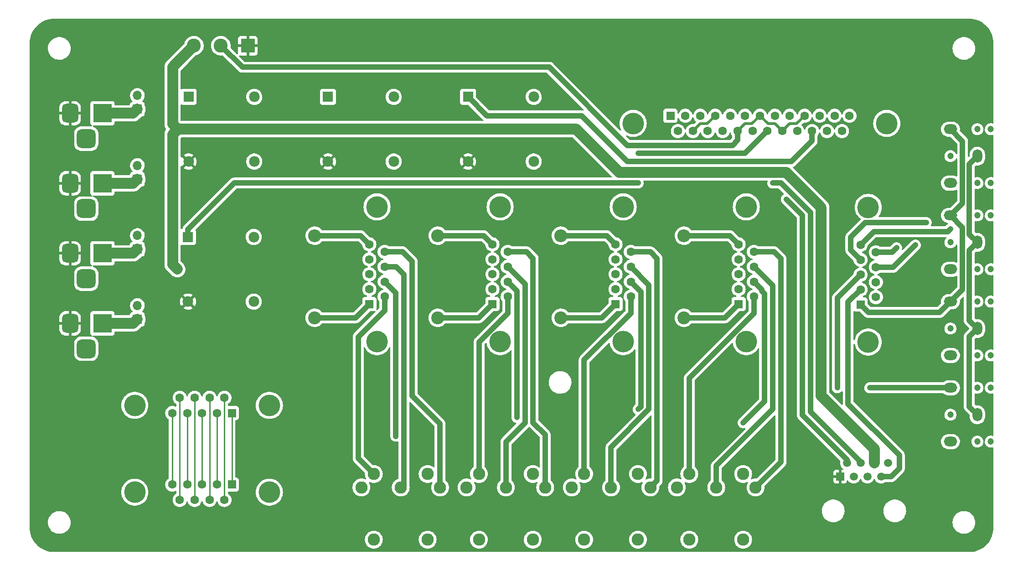
<source format=gbl>
%TF.GenerationSoftware,KiCad,Pcbnew,(6.0.0-rc1-172-gb8b8c0d34c)*%
%TF.CreationDate,2021-12-06T15:46:35-06:00*%
%TF.ProjectId,Input Board,496e7075-7420-4426-9f61-72642e6b6963,A*%
%TF.SameCoordinates,Original*%
%TF.FileFunction,Copper,L2,Bot*%
%TF.FilePolarity,Positive*%
%FSLAX46Y46*%
G04 Gerber Fmt 4.6, Leading zero omitted, Abs format (unit mm)*
G04 Created by KiCad (PCBNEW (6.0.0-rc1-172-gb8b8c0d34c)) date 2021-12-06 15:46:35*
%MOMM*%
%LPD*%
G01*
G04 APERTURE LIST*
G04 Aperture macros list*
%AMRoundRect*
0 Rectangle with rounded corners*
0 $1 Rounding radius*
0 $2 $3 $4 $5 $6 $7 $8 $9 X,Y pos of 4 corners*
0 Add a 4 corners polygon primitive as box body*
4,1,4,$2,$3,$4,$5,$6,$7,$8,$9,$2,$3,0*
0 Add four circle primitives for the rounded corners*
1,1,$1+$1,$2,$3*
1,1,$1+$1,$4,$5*
1,1,$1+$1,$6,$7*
1,1,$1+$1,$8,$9*
0 Add four rect primitives between the rounded corners*
20,1,$1+$1,$2,$3,$4,$5,0*
20,1,$1+$1,$4,$5,$6,$7,0*
20,1,$1+$1,$6,$7,$8,$9,0*
20,1,$1+$1,$8,$9,$2,$3,0*%
G04 Aperture macros list end*
%TA.AperFunction,ComponentPad*%
%ADD10R,1.700000X1.700000*%
%TD*%
%TA.AperFunction,ComponentPad*%
%ADD11O,1.700000X1.700000*%
%TD*%
%TA.AperFunction,ComponentPad*%
%ADD12RoundRect,0.875000X-0.875000X-0.875000X0.875000X-0.875000X0.875000X0.875000X-0.875000X0.875000X0*%
%TD*%
%TA.AperFunction,ComponentPad*%
%ADD13RoundRect,0.750000X-0.750000X-1.000000X0.750000X-1.000000X0.750000X1.000000X-0.750000X1.000000X0*%
%TD*%
%TA.AperFunction,ComponentPad*%
%ADD14R,3.500000X3.500000*%
%TD*%
%TA.AperFunction,WasherPad*%
%ADD15C,1.200000*%
%TD*%
%TA.AperFunction,ComponentPad*%
%ADD16O,2.500000X1.800000*%
%TD*%
%TA.AperFunction,ComponentPad*%
%ADD17O,1.800000X2.500000*%
%TD*%
%TA.AperFunction,ComponentPad*%
%ADD18C,4.000000*%
%TD*%
%TA.AperFunction,ComponentPad*%
%ADD19R,1.600000X1.600000*%
%TD*%
%TA.AperFunction,ComponentPad*%
%ADD20C,1.600000*%
%TD*%
%TA.AperFunction,ComponentPad*%
%ADD21R,1.980000X1.980000*%
%TD*%
%TA.AperFunction,ComponentPad*%
%ADD22C,1.980000*%
%TD*%
%TA.AperFunction,ComponentPad*%
%ADD23C,1.935000*%
%TD*%
%TA.AperFunction,ComponentPad*%
%ADD24R,2.600000X2.600000*%
%TD*%
%TA.AperFunction,ComponentPad*%
%ADD25C,2.600000*%
%TD*%
%TA.AperFunction,ComponentPad*%
%ADD26C,2.400000*%
%TD*%
%TA.AperFunction,ComponentPad*%
%ADD27O,2.400000X2.400000*%
%TD*%
%TA.AperFunction,ComponentPad*%
%ADD28C,2.286000*%
%TD*%
%TA.AperFunction,ComponentPad*%
%ADD29R,1.500000X1.500000*%
%TD*%
%TA.AperFunction,ComponentPad*%
%ADD30C,1.500000*%
%TD*%
%TA.AperFunction,ViaPad*%
%ADD31C,1.000000*%
%TD*%
%TA.AperFunction,Conductor*%
%ADD32C,0.500000*%
%TD*%
%TA.AperFunction,Conductor*%
%ADD33C,1.000000*%
%TD*%
%TA.AperFunction,Conductor*%
%ADD34C,2.000000*%
%TD*%
%TA.AperFunction,Conductor*%
%ADD35C,0.250000*%
%TD*%
G04 APERTURE END LIST*
D10*
%TO.P,J5,1,Pin_1*%
%TO.N,Net-(J5-Pad1)*%
X70500000Y-80275000D03*
D11*
%TO.P,J5,2,Pin_2*%
%TO.N,Net-(J5-Pad2)*%
X70500000Y-77735000D03*
%TD*%
D12*
%TO.P,J8,3*%
%TO.N,N/C*%
X61000000Y-72742500D03*
D13*
%TO.P,J8,2*%
%TO.N,GND*%
X58000000Y-68042500D03*
D14*
%TO.P,J8,1*%
%TO.N,Net-(J4-Pad1)*%
X64000000Y-68042500D03*
%TD*%
D15*
%TO.P,J18,*%
%TO.N,*%
X226500000Y-119000000D03*
X221500000Y-124000000D03*
X229000000Y-129000000D03*
X229000000Y-119000000D03*
X226500000Y-129000000D03*
D16*
%TO.P,J18,R*%
%TO.N,/PROBE_DETECT*%
X221500000Y-129000000D03*
D17*
%TO.P,J18,S*%
%TO.N,/ACC_GND*%
X226500000Y-124000000D03*
D16*
%TO.P,J18,T*%
%TO.N,/PROBE_TRIGGER*%
X221500000Y-119000000D03*
%TD*%
D10*
%TO.P,J4,1,Pin_1*%
%TO.N,Net-(J4-Pad1)*%
X70500000Y-67275000D03*
D11*
%TO.P,J4,2,Pin_2*%
%TO.N,Net-(J4-Pad2)*%
X70500000Y-64735000D03*
%TD*%
D18*
%TO.P,J14,0*%
%TO.N,N/C*%
X70010000Y-138389669D03*
X95010000Y-138389669D03*
D19*
%TO.P,J14,1,1*%
%TO.N,Net-(J12-Pad1)*%
X88050000Y-136969669D03*
D20*
%TO.P,J14,2,2*%
%TO.N,Net-(J12-Pad2)*%
X85280000Y-136969669D03*
%TO.P,J14,3,3*%
%TO.N,Net-(J12-Pad3)*%
X82510000Y-136969669D03*
%TO.P,J14,4,4*%
%TO.N,Net-(J12-Pad4)*%
X79740000Y-136969669D03*
%TO.P,J14,5,5*%
%TO.N,Net-(J12-Pad5)*%
X76970000Y-136969669D03*
%TO.P,J14,6,6*%
%TO.N,Net-(J12-Pad6)*%
X86665000Y-139809669D03*
%TO.P,J14,7,7*%
%TO.N,Net-(J12-Pad7)*%
X83895000Y-139809669D03*
%TO.P,J14,8,8*%
%TO.N,Net-(J12-Pad8)*%
X81125000Y-139809669D03*
%TO.P,J14,9,9*%
%TO.N,Net-(J12-Pad9)*%
X78355000Y-139809669D03*
%TD*%
D10*
%TO.P,J7,1,Pin_1*%
%TO.N,Net-(J11-Pad1)*%
X70500000Y-106275000D03*
D11*
%TO.P,J7,2,Pin_2*%
%TO.N,Net-(J7-Pad2)*%
X70500000Y-103735000D03*
%TD*%
D14*
%TO.P,J11,1*%
%TO.N,Net-(J11-Pad1)*%
X64000000Y-107042500D03*
D13*
%TO.P,J11,2*%
%TO.N,GND*%
X58000000Y-107042500D03*
D12*
%TO.P,J11,3*%
%TO.N,N/C*%
X61000000Y-111742500D03*
%TD*%
D21*
%TO.P,K3,A1*%
%TO.N,Net-(J1-Pad9)*%
X105900000Y-65000000D03*
D22*
%TO.P,K3,A2*%
%TO.N,GND*%
X105900000Y-77000000D03*
D23*
%TO.P,K3,COM*%
%TO.N,24V*%
X103900000Y-71000000D03*
D22*
%TO.P,K3,NC*%
%TO.N,Net-(J6-Pad2)*%
X118100000Y-65000000D03*
%TO.P,K3,NO*%
%TO.N,Net-(J10-Pad1)*%
X118100000Y-77000000D03*
%TD*%
D14*
%TO.P,J9,1*%
%TO.N,Net-(J5-Pad1)*%
X64000000Y-81042500D03*
D13*
%TO.P,J9,2*%
%TO.N,GND*%
X58000000Y-81042500D03*
D12*
%TO.P,J9,3*%
%TO.N,N/C*%
X61000000Y-85742500D03*
%TD*%
D24*
%TO.P,J2,1,Pin_1*%
%TO.N,GND*%
X91000000Y-55500000D03*
D25*
%TO.P,J2,2,Pin_2*%
%TO.N,5V*%
X86000000Y-55500000D03*
%TO.P,J2,3,Pin_3*%
%TO.N,24V*%
X81000000Y-55500000D03*
%TD*%
D26*
%TO.P,R2,1*%
%TO.N,Net-(J20-Pad1)*%
X126280000Y-106000000D03*
D27*
%TO.P,R2,2*%
%TO.N,Net-(J20-Pad5)*%
X126280000Y-90760000D03*
%TD*%
D10*
%TO.P,J6,1,Pin_1*%
%TO.N,Net-(J10-Pad1)*%
X70500000Y-93275000D03*
D11*
%TO.P,J6,2,Pin_2*%
%TO.N,Net-(J6-Pad2)*%
X70500000Y-90735000D03*
%TD*%
D26*
%TO.P,R1,1*%
%TO.N,Net-(J19-Pad1)*%
X103420000Y-106000000D03*
D27*
%TO.P,R1,2*%
%TO.N,Net-(J19-Pad5)*%
X103420000Y-90760000D03*
%TD*%
D22*
%TO.P,K1,NO*%
%TO.N,Net-(J4-Pad1)*%
X92200000Y-77000000D03*
%TO.P,K1,NC*%
%TO.N,Net-(J4-Pad2)*%
X92200000Y-65000000D03*
D23*
%TO.P,K1,COM*%
%TO.N,24V*%
X78000000Y-71000000D03*
D22*
%TO.P,K1,A2*%
%TO.N,GND*%
X80000000Y-77000000D03*
D21*
%TO.P,K1,A1*%
%TO.N,Net-(J1-Pad6)*%
X80000000Y-65000000D03*
%TD*%
D15*
%TO.P,J16,*%
%TO.N,*%
X226500000Y-97000000D03*
X226500000Y-87000000D03*
X229000000Y-97000000D03*
X221500000Y-92000000D03*
X229000000Y-87000000D03*
D16*
%TO.P,J16,R*%
%TO.N,/Y_LIMIT*%
X221500000Y-97000000D03*
D17*
%TO.P,J16,S*%
%TO.N,/ACC_GND*%
X226500000Y-92000000D03*
D16*
%TO.P,J16,T*%
%TO.N,/ACC_24V*%
X221500000Y-87000000D03*
%TD*%
D28*
%TO.P,J23,1*%
%TO.N,Net-(J19-Pad9)*%
X126705631Y-137500660D03*
%TO.P,J23,2*%
%TO.N,Net-(J19-Pad8)*%
X119405671Y-137500660D03*
%TO.P,J23,3*%
%TO.N,unconnected-(J23-Pad3)*%
X112105711Y-137500660D03*
%TO.P,J23,4*%
%TO.N,Net-(J19-Pad7)*%
X124404391Y-135001300D03*
%TO.P,J23,5*%
%TO.N,Net-(J19-Pad6)*%
X114406951Y-135001300D03*
%TO.P,J23,6*%
%TO.N,N/C*%
X114406951Y-147200920D03*
%TO.P,J23,7*%
X124404391Y-147200920D03*
%TD*%
%TO.P,J25,1*%
%TO.N,Net-(J21-Pad9)*%
X165768517Y-137500660D03*
%TO.P,J25,2*%
%TO.N,Net-(J21-Pad8)*%
X158468557Y-137500660D03*
%TO.P,J25,3*%
%TO.N,unconnected-(J25-Pad3)*%
X151168597Y-137500660D03*
%TO.P,J25,4*%
%TO.N,Net-(J21-Pad7)*%
X163467277Y-135001300D03*
%TO.P,J25,5*%
%TO.N,Net-(J21-Pad6)*%
X153469837Y-135001300D03*
%TO.P,J25,6*%
%TO.N,N/C*%
X153469837Y-147200920D03*
%TO.P,J25,7*%
X163467277Y-147200920D03*
%TD*%
D21*
%TO.P,K2,A1*%
%TO.N,Net-(J1-Pad20)*%
X79900000Y-91000000D03*
D22*
%TO.P,K2,A2*%
%TO.N,GND*%
X79900000Y-103000000D03*
D23*
%TO.P,K2,COM*%
%TO.N,24V*%
X77900000Y-97000000D03*
D22*
%TO.P,K2,NC*%
%TO.N,Net-(J5-Pad2)*%
X92100000Y-91000000D03*
%TO.P,K2,NO*%
%TO.N,Net-(J5-Pad1)*%
X92100000Y-103000000D03*
%TD*%
D16*
%TO.P,J15,T*%
%TO.N,/ACC_24V*%
X221500000Y-103000000D03*
D17*
%TO.P,J15,S*%
%TO.N,/ACC_GND*%
X226500000Y-108000000D03*
D16*
%TO.P,J15,R*%
%TO.N,/X_LIMIT*%
X221500000Y-113000000D03*
D15*
%TO.P,J15,*%
%TO.N,*%
X221500000Y-108000000D03*
X226500000Y-103000000D03*
X229000000Y-113000000D03*
X229000000Y-103000000D03*
X226500000Y-113000000D03*
%TD*%
%TO.P,J17,*%
%TO.N,*%
X229000000Y-71000000D03*
X229000000Y-81000000D03*
X221500000Y-76000000D03*
X226500000Y-81000000D03*
X226500000Y-71000000D03*
D16*
%TO.P,J17,R*%
%TO.N,/Z_LIMIT*%
X221500000Y-81000000D03*
D17*
%TO.P,J17,S*%
%TO.N,/ACC_GND*%
X226500000Y-76000000D03*
D16*
%TO.P,J17,T*%
%TO.N,/ACC_24V*%
X221500000Y-71000000D03*
%TD*%
D14*
%TO.P,J10,1*%
%TO.N,Net-(J10-Pad1)*%
X64000000Y-94042500D03*
D13*
%TO.P,J10,2*%
%TO.N,GND*%
X58000000Y-94042500D03*
D12*
%TO.P,J10,3*%
%TO.N,N/C*%
X61000000Y-98742500D03*
%TD*%
D29*
%TO.P,J3,1*%
%TO.N,GND*%
X201000000Y-135500000D03*
D30*
%TO.P,J3,2*%
%TO.N,5V*%
X202270000Y-132960000D03*
%TO.P,J3,3*%
%TO.N,FWD_REV_COM*%
X203540000Y-135500000D03*
%TO.P,J3,4*%
%TO.N,REV*%
X204810000Y-132960000D03*
%TO.P,J3,5*%
%TO.N,FWD*%
X206080000Y-135500000D03*
%TO.P,J3,6*%
%TO.N,24V*%
X207350000Y-132960000D03*
%TO.P,J3,7*%
%TO.N,SPINDLE_COM*%
X208620000Y-135500000D03*
%TO.P,J3,8*%
%TO.N,SPINDLE_0_10V*%
X209890000Y-132960000D03*
%TD*%
D26*
%TO.P,R4,1*%
%TO.N,Net-(J22-Pad1)*%
X172000000Y-106000000D03*
D27*
%TO.P,R4,2*%
%TO.N,Net-(J22-Pad5)*%
X172000000Y-90760000D03*
%TD*%
D28*
%TO.P,J24,1*%
%TO.N,Net-(J20-Pad9)*%
X146237074Y-137500660D03*
%TO.P,J24,2*%
%TO.N,Net-(J20-Pad8)*%
X138937114Y-137500660D03*
%TO.P,J24,3*%
%TO.N,unconnected-(J24-Pad3)*%
X131637154Y-137500660D03*
%TO.P,J24,4*%
%TO.N,Net-(J20-Pad7)*%
X143935834Y-135001300D03*
%TO.P,J24,5*%
%TO.N,Net-(J20-Pad6)*%
X133938394Y-135001300D03*
%TO.P,J24,6*%
%TO.N,N/C*%
X133938394Y-147200920D03*
%TO.P,J24,7*%
X143935834Y-147200920D03*
%TD*%
D26*
%TO.P,R3,1*%
%TO.N,Net-(J21-Pad1)*%
X149140000Y-106000000D03*
D27*
%TO.P,R3,2*%
%TO.N,Net-(J21-Pad5)*%
X149140000Y-90760000D03*
%TD*%
D28*
%TO.P,J26,1*%
%TO.N,Net-(J22-Pad9)*%
X185299960Y-137500660D03*
%TO.P,J26,2*%
%TO.N,Net-(J22-Pad8)*%
X178000000Y-137500660D03*
%TO.P,J26,3*%
%TO.N,unconnected-(J26-Pad3)*%
X170700040Y-137500660D03*
%TO.P,J26,4*%
%TO.N,Net-(J22-Pad7)*%
X182998720Y-135001300D03*
%TO.P,J26,5*%
%TO.N,Net-(J22-Pad6)*%
X173001280Y-135001300D03*
%TO.P,J26,6*%
%TO.N,N/C*%
X173001280Y-147200920D03*
%TO.P,J26,7*%
X182998720Y-147200920D03*
%TD*%
D21*
%TO.P,K4,A1*%
%TO.N,Net-(J1-Pad23)*%
X131900000Y-65000000D03*
D22*
%TO.P,K4,A2*%
%TO.N,GND*%
X131900000Y-77000000D03*
D23*
%TO.P,K4,COM*%
%TO.N,24V*%
X129900000Y-71000000D03*
D22*
%TO.P,K4,NC*%
%TO.N,Net-(J7-Pad2)*%
X144100000Y-65000000D03*
%TO.P,K4,NO*%
%TO.N,Net-(J11-Pad1)*%
X144100000Y-77000000D03*
%TD*%
D18*
%TO.P,J22,0*%
%TO.N,N/C*%
X183580000Y-85420000D03*
X183580000Y-110420000D03*
D19*
%TO.P,J22,1,1*%
%TO.N,Net-(J22-Pad1)*%
X182160000Y-103460000D03*
D20*
%TO.P,J22,2,2*%
%TO.N,unconnected-(J22-Pad2)*%
X182160000Y-100690000D03*
%TO.P,J22,3,3*%
%TO.N,unconnected-(J22-Pad3)*%
X182160000Y-97920000D03*
%TO.P,J22,4,4*%
%TO.N,unconnected-(J22-Pad4)*%
X182160000Y-95150000D03*
%TO.P,J22,5,5*%
%TO.N,Net-(J22-Pad5)*%
X182160000Y-92380000D03*
%TO.P,J22,6,6*%
%TO.N,Net-(J22-Pad6)*%
X185000000Y-102075000D03*
%TO.P,J22,7,7*%
%TO.N,Net-(J22-Pad7)*%
X185000000Y-99305000D03*
%TO.P,J22,8,8*%
%TO.N,Net-(J22-Pad8)*%
X185000000Y-96535000D03*
%TO.P,J22,9,9*%
%TO.N,Net-(J22-Pad9)*%
X185000000Y-93765000D03*
%TD*%
D18*
%TO.P,J1,0*%
%TO.N,N/C*%
X162570000Y-69920000D03*
X209670000Y-69920000D03*
D19*
%TO.P,J1,1,1*%
%TO.N,unconnected-(J1-Pad1)*%
X169500000Y-68500000D03*
D20*
%TO.P,J1,2,2*%
%TO.N,unconnected-(J1-Pad2)*%
X172270000Y-68500000D03*
%TO.P,J1,3,3*%
%TO.N,FWD*%
X175040000Y-68500000D03*
%TO.P,J1,4,4*%
%TO.N,FWD_REV_COM*%
X177810000Y-68500000D03*
%TO.P,J1,5,5*%
%TO.N,unconnected-(J1-Pad5)*%
X180580000Y-68500000D03*
%TO.P,J1,6,6*%
%TO.N,Net-(J1-Pad6)*%
X183350000Y-68500000D03*
%TO.P,J1,7,7*%
%TO.N,5V*%
X186120000Y-68500000D03*
%TO.P,J1,8,8*%
%TO.N,unconnected-(J1-Pad8)*%
X188890000Y-68500000D03*
%TO.P,J1,9,9*%
%TO.N,Net-(J1-Pad9)*%
X191660000Y-68500000D03*
%TO.P,J1,10,10*%
%TO.N,5V*%
X194430000Y-68500000D03*
%TO.P,J1,11,11*%
%TO.N,unconnected-(J1-Pad11)*%
X197200000Y-68500000D03*
%TO.P,J1,12,12*%
%TO.N,unconnected-(J1-Pad12)*%
X199970000Y-68500000D03*
%TO.P,J1,13,13*%
%TO.N,unconnected-(J1-Pad13)*%
X202740000Y-68500000D03*
%TO.P,J1,14,P14*%
%TO.N,unconnected-(J1-Pad14)*%
X170885000Y-71340000D03*
%TO.P,J1,15,P15*%
%TO.N,FWD_REV_COM*%
X173655000Y-71340000D03*
%TO.P,J1,16,P16*%
%TO.N,unconnected-(J1-Pad16)*%
X176425000Y-71340000D03*
%TO.P,J1,17,P17*%
%TO.N,REV*%
X179195000Y-71340000D03*
%TO.P,J1,18,P18*%
%TO.N,5V*%
X181965000Y-71340000D03*
%TO.P,J1,19,P19*%
%TO.N,unconnected-(J1-Pad19)*%
X184735000Y-71340000D03*
%TO.P,J1,20,P20*%
%TO.N,Net-(J1-Pad20)*%
X187505000Y-71340000D03*
%TO.P,J1,21,P21*%
%TO.N,5V*%
X190275000Y-71340000D03*
%TO.P,J1,22,P22*%
%TO.N,unconnected-(J1-Pad22)*%
X193045000Y-71340000D03*
%TO.P,J1,23,P23*%
%TO.N,Net-(J1-Pad23)*%
X195815000Y-71340000D03*
%TO.P,J1,24,P24*%
%TO.N,unconnected-(J1-Pad24)*%
X198585000Y-71340000D03*
%TO.P,J1,25,P25*%
%TO.N,unconnected-(J1-Pad25)*%
X201355000Y-71340000D03*
%TD*%
D18*
%TO.P,J13,0*%
%TO.N,N/C*%
X206229669Y-110510000D03*
X206229669Y-85510000D03*
D19*
%TO.P,J13,1,1*%
%TO.N,/ACC_24V*%
X204809669Y-103550000D03*
D20*
%TO.P,J13,2,2*%
%TO.N,SPINDLE_COM*%
X204809669Y-100780000D03*
%TO.P,J13,3,3*%
%TO.N,/PROBE_TRIGGER*%
X204809669Y-98010000D03*
%TO.P,J13,4,4*%
%TO.N,/Y_LIMIT*%
X204809669Y-95240000D03*
%TO.P,J13,5,5*%
%TO.N,/ACC_GND*%
X204809669Y-92470000D03*
%TO.P,J13,6,6*%
%TO.N,SPINDLE_0_10V*%
X207649669Y-102165000D03*
%TO.P,J13,7,7*%
%TO.N,/PROBE_DETECT*%
X207649669Y-99395000D03*
%TO.P,J13,8,8*%
%TO.N,/Z_LIMIT*%
X207649669Y-96625000D03*
%TO.P,J13,9,9*%
%TO.N,/X_LIMIT*%
X207649669Y-93855000D03*
%TD*%
D18*
%TO.P,J12,0*%
%TO.N,N/C*%
X70010000Y-122270331D03*
X95010000Y-122270331D03*
D19*
%TO.P,J12,1,1*%
%TO.N,Net-(J12-Pad1)*%
X88050000Y-123690331D03*
D20*
%TO.P,J12,2,2*%
%TO.N,Net-(J12-Pad2)*%
X85280000Y-123690331D03*
%TO.P,J12,3,3*%
%TO.N,Net-(J12-Pad3)*%
X82510000Y-123690331D03*
%TO.P,J12,4,4*%
%TO.N,Net-(J12-Pad4)*%
X79740000Y-123690331D03*
%TO.P,J12,5,5*%
%TO.N,Net-(J12-Pad5)*%
X76970000Y-123690331D03*
%TO.P,J12,6,6*%
%TO.N,Net-(J12-Pad6)*%
X86665000Y-120850331D03*
%TO.P,J12,7,7*%
%TO.N,Net-(J12-Pad7)*%
X83895000Y-120850331D03*
%TO.P,J12,8,8*%
%TO.N,Net-(J12-Pad8)*%
X81125000Y-120850331D03*
%TO.P,J12,9,9*%
%TO.N,Net-(J12-Pad9)*%
X78355000Y-120850331D03*
%TD*%
D18*
%TO.P,J21,0*%
%TO.N,N/C*%
X160720000Y-85420000D03*
X160720000Y-110420000D03*
D19*
%TO.P,J21,1,1*%
%TO.N,Net-(J21-Pad1)*%
X159300000Y-103460000D03*
D20*
%TO.P,J21,2,2*%
%TO.N,unconnected-(J21-Pad2)*%
X159300000Y-100690000D03*
%TO.P,J21,3,3*%
%TO.N,unconnected-(J21-Pad3)*%
X159300000Y-97920000D03*
%TO.P,J21,4,4*%
%TO.N,unconnected-(J21-Pad4)*%
X159300000Y-95150000D03*
%TO.P,J21,5,5*%
%TO.N,Net-(J21-Pad5)*%
X159300000Y-92380000D03*
%TO.P,J21,6,6*%
%TO.N,Net-(J21-Pad6)*%
X162140000Y-102075000D03*
%TO.P,J21,7,7*%
%TO.N,Net-(J21-Pad7)*%
X162140000Y-99305000D03*
%TO.P,J21,8,8*%
%TO.N,Net-(J21-Pad8)*%
X162140000Y-96535000D03*
%TO.P,J21,9,9*%
%TO.N,Net-(J21-Pad9)*%
X162140000Y-93765000D03*
%TD*%
D18*
%TO.P,J20,0*%
%TO.N,N/C*%
X137860000Y-110420000D03*
X137860000Y-85420000D03*
D19*
%TO.P,J20,1,1*%
%TO.N,Net-(J20-Pad1)*%
X136440000Y-103460000D03*
D20*
%TO.P,J20,2,2*%
%TO.N,unconnected-(J20-Pad2)*%
X136440000Y-100690000D03*
%TO.P,J20,3,3*%
%TO.N,unconnected-(J20-Pad3)*%
X136440000Y-97920000D03*
%TO.P,J20,4,4*%
%TO.N,unconnected-(J20-Pad4)*%
X136440000Y-95150000D03*
%TO.P,J20,5,5*%
%TO.N,Net-(J20-Pad5)*%
X136440000Y-92380000D03*
%TO.P,J20,6,6*%
%TO.N,Net-(J20-Pad6)*%
X139280000Y-102075000D03*
%TO.P,J20,7,7*%
%TO.N,Net-(J20-Pad7)*%
X139280000Y-99305000D03*
%TO.P,J20,8,8*%
%TO.N,Net-(J20-Pad8)*%
X139280000Y-96535000D03*
%TO.P,J20,9,9*%
%TO.N,Net-(J20-Pad9)*%
X139280000Y-93765000D03*
%TD*%
D18*
%TO.P,J19,0*%
%TO.N,N/C*%
X115000000Y-110420000D03*
X115000000Y-85420000D03*
D19*
%TO.P,J19,1,1*%
%TO.N,Net-(J19-Pad1)*%
X113580000Y-103460000D03*
D20*
%TO.P,J19,2,2*%
%TO.N,unconnected-(J19-Pad2)*%
X113580000Y-100690000D03*
%TO.P,J19,3,3*%
%TO.N,unconnected-(J19-Pad3)*%
X113580000Y-97920000D03*
%TO.P,J19,4,4*%
%TO.N,unconnected-(J19-Pad4)*%
X113580000Y-95150000D03*
%TO.P,J19,5,5*%
%TO.N,Net-(J19-Pad5)*%
X113580000Y-92380000D03*
%TO.P,J19,6,6*%
%TO.N,Net-(J19-Pad6)*%
X116420000Y-102075000D03*
%TO.P,J19,7,7*%
%TO.N,Net-(J19-Pad7)*%
X116420000Y-99305000D03*
%TO.P,J19,8,8*%
%TO.N,Net-(J19-Pad8)*%
X116420000Y-96535000D03*
%TO.P,J19,9,9*%
%TO.N,Net-(J19-Pad9)*%
X116420000Y-93765000D03*
%TD*%
D31*
%TO.N,GND*%
X85500000Y-77000000D03*
X105500000Y-87500000D03*
X145000000Y-55000000D03*
X201000000Y-96500000D03*
X219000000Y-100000000D03*
X219000000Y-116000000D03*
X74000000Y-95500000D03*
X104500000Y-143000000D03*
X125000000Y-55000000D03*
X183500000Y-64500000D03*
X187500000Y-86000000D03*
X84000000Y-95500000D03*
X88500000Y-91500000D03*
X91000000Y-84500000D03*
X151000000Y-77000000D03*
X178000000Y-142500000D03*
X139000000Y-142500000D03*
X115000000Y-116500000D03*
X127500000Y-120000000D03*
X137500000Y-120000000D03*
X158500000Y-120000000D03*
X179500000Y-120000000D03*
X172000000Y-86000000D03*
X149000000Y-86000000D03*
X218500000Y-62500000D03*
X219000000Y-136500000D03*
X206500000Y-115500000D03*
X206000000Y-80000000D03*
X65000000Y-56000000D03*
X105000000Y-55000000D03*
X58000000Y-134000000D03*
X104000000Y-122000000D03*
%TO.N,Net-(J1-Pad20)*%
X163500000Y-75500000D03*
X163500000Y-81000000D03*
%TO.N,Net-(J21-Pad7)*%
X163500000Y-123000000D03*
%TO.N,Net-(J22-Pad7)*%
X183000000Y-125500000D03*
%TO.N,REV*%
X188500000Y-81000000D03*
%TO.N,5V*%
X191000000Y-84000000D03*
%TO.N,/PROBE_TRIGGER*%
X206500000Y-119000000D03*
X200500000Y-119000000D03*
%TO.N,/X_LIMIT*%
X211500000Y-93000000D03*
%TO.N,/Z_LIMIT*%
X215000000Y-92500000D03*
%TO.N,/Y_LIMIT*%
X217000000Y-88300480D03*
%TO.N,/ACC_GND*%
X221500000Y-89500000D03*
%TO.N,Net-(J20-Pad7)*%
X141000000Y-124500000D03*
%TO.N,Net-(J19-Pad7)*%
X118500000Y-128000000D03*
%TD*%
D32*
%TO.N,5V*%
X190275000Y-71340000D02*
X191615000Y-70000000D01*
X191615000Y-70000000D02*
X192930000Y-70000000D01*
X192930000Y-70000000D02*
X194430000Y-68500000D01*
X190275000Y-71340000D02*
X188935000Y-70000000D01*
X188935000Y-70000000D02*
X187620000Y-70000000D01*
X187620000Y-70000000D02*
X186120000Y-68500000D01*
X181965000Y-71340000D02*
X183305000Y-70000000D01*
X183305000Y-70000000D02*
X184620000Y-70000000D01*
X184620000Y-70000000D02*
X186120000Y-68500000D01*
%TO.N,FWD_REV_COM*%
X173655000Y-71340000D02*
X174995000Y-70000000D01*
X174995000Y-70000000D02*
X176310000Y-70000000D01*
X176310000Y-70000000D02*
X177810000Y-68500000D01*
D33*
%TO.N,/ACC_GND*%
X226500000Y-108000000D02*
X225000000Y-109500000D01*
X225000000Y-109500000D02*
X225000000Y-122500000D01*
X225000000Y-122500000D02*
X226500000Y-124000000D01*
X226500000Y-92000000D02*
X225000000Y-93500000D01*
X225000000Y-93500000D02*
X225000000Y-106500000D01*
X225000000Y-106500000D02*
X226500000Y-108000000D01*
X226500000Y-76000000D02*
X225000000Y-77500000D01*
X225000000Y-77500000D02*
X225000000Y-90500000D01*
X225000000Y-90500000D02*
X226500000Y-92000000D01*
%TO.N,/ACC_24V*%
X221500000Y-87000000D02*
X223750000Y-89250000D01*
X223750000Y-89250000D02*
X223750000Y-100750000D01*
X223750000Y-100750000D02*
X221500000Y-103000000D01*
X221500000Y-71000000D02*
X223750000Y-73250000D01*
X223750000Y-73250000D02*
X223750000Y-84750000D01*
X223750000Y-84750000D02*
X221500000Y-87000000D01*
%TO.N,Net-(J1-Pad20)*%
X163500000Y-75500000D02*
X183345000Y-75500000D01*
X183345000Y-75500000D02*
X187505000Y-71340000D01*
%TO.N,Net-(J1-Pad23)*%
X131900000Y-65000000D02*
X135400000Y-68500000D01*
X161500000Y-77000000D02*
X192000000Y-77000000D01*
X135400000Y-68500000D02*
X153000000Y-68500000D01*
X192000000Y-77000000D02*
X195815000Y-73185000D01*
X153000000Y-68500000D02*
X161500000Y-77000000D01*
X195815000Y-73185000D02*
X195815000Y-71340000D01*
%TO.N,5V*%
X86000000Y-55500000D02*
X90000000Y-59500000D01*
X90000000Y-59500000D02*
X147000000Y-59500000D01*
X147000000Y-59500000D02*
X161500000Y-74000000D01*
X161500000Y-74000000D02*
X181000000Y-74000000D01*
X181000000Y-74000000D02*
X181965000Y-73035000D01*
X181965000Y-73035000D02*
X181965000Y-71340000D01*
%TO.N,Net-(J1-Pad20)*%
X163500000Y-81000000D02*
X88500000Y-81000000D01*
X88500000Y-81000000D02*
X79900000Y-89600000D01*
X79900000Y-89600000D02*
X79900000Y-91000000D01*
D34*
%TO.N,24V*%
X129900000Y-71000000D02*
X152000000Y-71000000D01*
X152000000Y-71000000D02*
X160000000Y-79000000D01*
X160000000Y-79000000D02*
X191000000Y-79000000D01*
X191000000Y-79000000D02*
X197500000Y-85500000D01*
X197500000Y-85500000D02*
X197500000Y-120500000D01*
X197500000Y-120500000D02*
X207350000Y-130350000D01*
X207350000Y-130350000D02*
X207350000Y-132960000D01*
D33*
%TO.N,Net-(J21-Pad7)*%
X164000000Y-122500000D02*
X163500000Y-123000000D01*
X164000000Y-107500000D02*
X164000000Y-122500000D01*
X162140000Y-99305000D02*
X164000000Y-101165000D01*
X164000000Y-101165000D02*
X164000000Y-107500000D01*
%TO.N,Net-(J21-Pad8)*%
X162140000Y-96535000D02*
X165500000Y-99895000D01*
X165500000Y-99895000D02*
X165500000Y-123000000D01*
X165500000Y-123000000D02*
X158468557Y-130031443D01*
X158468557Y-130031443D02*
X158468557Y-137500660D01*
%TO.N,Net-(J22-Pad7)*%
X187000000Y-101500000D02*
X187000000Y-121500000D01*
X187000000Y-121500000D02*
X183000000Y-125500000D01*
X185000000Y-99305000D02*
X186499511Y-100804511D01*
X186499511Y-100804511D02*
X186499511Y-100999511D01*
X186499511Y-100999511D02*
X187000000Y-101500000D01*
%TO.N,Net-(J22-Pad8)*%
X188500000Y-100035000D02*
X188500000Y-123000000D01*
X185000000Y-96535000D02*
X188500000Y-100035000D01*
X188500000Y-123000000D02*
X178000000Y-133500000D01*
X178000000Y-133500000D02*
X178000000Y-137500660D01*
%TO.N,Net-(J22-Pad9)*%
X188765000Y-93765000D02*
X190000000Y-95000000D01*
X190000000Y-95000000D02*
X190000000Y-132800620D01*
X185000000Y-93765000D02*
X188765000Y-93765000D01*
X190000000Y-132800620D02*
X185299960Y-137500660D01*
%TO.N,Net-(J21-Pad9)*%
X165765000Y-93765000D02*
X167000000Y-95000000D01*
X167000000Y-95000000D02*
X167000000Y-136269177D01*
X162140000Y-93765000D02*
X165765000Y-93765000D01*
X167000000Y-136269177D02*
X165768517Y-137500660D01*
%TO.N,5V*%
X191000000Y-84000000D02*
X194000000Y-87000000D01*
X194000000Y-87000000D02*
X194000000Y-124095000D01*
X194000000Y-124095000D02*
X202270000Y-132365000D01*
X202270000Y-132365000D02*
X202270000Y-132960000D01*
%TO.N,REV*%
X188500000Y-81000000D02*
X190000000Y-81000000D01*
X190000000Y-81000000D02*
X195500000Y-86500000D01*
X195500000Y-123500000D02*
X204810000Y-132810000D01*
X195500000Y-86500000D02*
X195500000Y-123500000D01*
X204810000Y-132810000D02*
X204810000Y-132960000D01*
%TO.N,/PROBE_TRIGGER*%
X206500000Y-119000000D02*
X221500000Y-119000000D01*
X200500000Y-102319669D02*
X200500000Y-119000000D01*
X204809669Y-98010000D02*
X200500000Y-102319669D01*
%TO.N,SPINDLE_COM*%
X204809669Y-100780000D02*
X202500000Y-103089669D01*
X202500000Y-103089669D02*
X202500000Y-122000000D01*
X202500000Y-122000000D02*
X212000000Y-131500000D01*
X212000000Y-131500000D02*
X212000000Y-134000000D01*
X212000000Y-134000000D02*
X210500000Y-135500000D01*
X210500000Y-135500000D02*
X208620000Y-135500000D01*
%TO.N,/X_LIMIT*%
X207649669Y-93855000D02*
X210645000Y-93855000D01*
X210645000Y-93855000D02*
X211500000Y-93000000D01*
%TO.N,/Z_LIMIT*%
X210875000Y-96625000D02*
X215000000Y-92500000D01*
X207649669Y-96625000D02*
X210875000Y-96625000D01*
%TO.N,/ACC_GND*%
X204809669Y-92470000D02*
X207279669Y-90000000D01*
X207279669Y-90000000D02*
X221000000Y-90000000D01*
X221000000Y-90000000D02*
X221500000Y-89500000D01*
%TO.N,/Y_LIMIT*%
X204809669Y-95240000D02*
X203000000Y-93430331D01*
X203000000Y-93430331D02*
X203000000Y-91000000D01*
X205699520Y-88300480D02*
X217000000Y-88300480D01*
X203000000Y-91000000D02*
X205699520Y-88300480D01*
%TO.N,/ACC_24V*%
X204809669Y-103550000D02*
X206259669Y-105000000D01*
X206259669Y-105000000D02*
X219500000Y-105000000D01*
X219500000Y-105000000D02*
X221500000Y-103000000D01*
D35*
%TO.N,Net-(J12-Pad5)*%
X76970000Y-123690331D02*
X76970000Y-136969669D01*
%TO.N,Net-(J12-Pad9)*%
X78355000Y-120850331D02*
X78355000Y-139809669D01*
%TO.N,Net-(J12-Pad4)*%
X79740000Y-123690331D02*
X79740000Y-136969669D01*
%TO.N,Net-(J12-Pad8)*%
X81125000Y-120850331D02*
X81125000Y-139809669D01*
%TO.N,Net-(J12-Pad3)*%
X82510000Y-123690331D02*
X82510000Y-136969669D01*
%TO.N,Net-(J12-Pad7)*%
X83895000Y-120850331D02*
X83895000Y-139809669D01*
%TO.N,Net-(J12-Pad2)*%
X85280000Y-123690331D02*
X85280000Y-136969669D01*
%TO.N,Net-(J12-Pad6)*%
X86665000Y-120850331D02*
X86665000Y-139809669D01*
%TO.N,Net-(J12-Pad1)*%
X88050000Y-123690331D02*
X88050000Y-136969669D01*
D33*
%TO.N,Net-(J20-Pad7)*%
X139280000Y-99305000D02*
X141000000Y-101025000D01*
X141000000Y-101025000D02*
X141000000Y-124500000D01*
%TO.N,Net-(J22-Pad6)*%
X185000000Y-102075000D02*
X185000000Y-105182314D01*
X185000000Y-105182314D02*
X173001280Y-117181034D01*
X173001280Y-117181034D02*
X173001280Y-135001300D01*
%TO.N,Net-(J21-Pad6)*%
X162140000Y-102075000D02*
X162140000Y-105182314D01*
X162140000Y-105182314D02*
X153469837Y-113852477D01*
X153469837Y-113852477D02*
X153469837Y-135001300D01*
%TO.N,Net-(J20-Pad6)*%
X139280000Y-102075000D02*
X139280000Y-105182314D01*
X139280000Y-105182314D02*
X133938394Y-110523920D01*
X133938394Y-110523920D02*
X133938394Y-135001300D01*
%TO.N,Net-(J20-Pad8)*%
X139280000Y-96535000D02*
X142500000Y-99755000D01*
X142500000Y-125500000D02*
X138937114Y-129062886D01*
X138937114Y-129062886D02*
X138937114Y-137500660D01*
X142500000Y-99755000D02*
X142500000Y-125500000D01*
%TO.N,Net-(J20-Pad9)*%
X139280000Y-93765000D02*
X142765000Y-93765000D01*
X142765000Y-93765000D02*
X144000000Y-95000000D01*
X144000000Y-95000000D02*
X144000000Y-125500000D01*
X144000000Y-125500000D02*
X146237074Y-127737074D01*
X146237074Y-127737074D02*
X146237074Y-137500660D01*
%TO.N,Net-(J19-Pad7)*%
X118500000Y-108500000D02*
X118500000Y-128000000D01*
X116420000Y-99305000D02*
X118500000Y-101385000D01*
X118500000Y-101385000D02*
X118500000Y-108500000D01*
%TO.N,Net-(J19-Pad8)*%
X116420000Y-96535000D02*
X118535000Y-96535000D01*
X118535000Y-96535000D02*
X120000000Y-98000000D01*
X120000000Y-98000000D02*
X120000000Y-136906331D01*
X120000000Y-136906331D02*
X119405671Y-137500660D01*
%TO.N,Net-(J19-Pad6)*%
X116420000Y-102075000D02*
X116420000Y-104634022D01*
X116420000Y-104634022D02*
X111500000Y-109554022D01*
X111500000Y-109554022D02*
X111500000Y-132094349D01*
X111500000Y-132094349D02*
X114406951Y-135001300D01*
%TO.N,Net-(J19-Pad9)*%
X116420000Y-93765000D02*
X119765000Y-93765000D01*
X119765000Y-93765000D02*
X121500000Y-95500000D01*
X121500000Y-95500000D02*
X121500000Y-120500000D01*
X121500000Y-120500000D02*
X126705631Y-125705631D01*
X126705631Y-125705631D02*
X126705631Y-137500660D01*
%TO.N,Net-(J21-Pad1)*%
X149140000Y-106000000D02*
X156760000Y-106000000D01*
X156760000Y-106000000D02*
X159300000Y-103460000D01*
%TO.N,Net-(J20-Pad1)*%
X126280000Y-106000000D02*
X133900000Y-106000000D01*
X133900000Y-106000000D02*
X136440000Y-103460000D01*
%TO.N,Net-(J22-Pad1)*%
X172000000Y-106000000D02*
X179620000Y-106000000D01*
X179620000Y-106000000D02*
X182160000Y-103460000D01*
%TO.N,Net-(J22-Pad5)*%
X172000000Y-90760000D02*
X180540000Y-90760000D01*
X180540000Y-90760000D02*
X182160000Y-92380000D01*
%TO.N,Net-(J21-Pad5)*%
X149140000Y-90760000D02*
X157680000Y-90760000D01*
X157680000Y-90760000D02*
X159300000Y-92380000D01*
%TO.N,Net-(J20-Pad5)*%
X126280000Y-90760000D02*
X134820000Y-90760000D01*
X134820000Y-90760000D02*
X136440000Y-92380000D01*
%TO.N,Net-(J19-Pad1)*%
X103420000Y-106000000D02*
X111040000Y-106000000D01*
X111040000Y-106000000D02*
X113580000Y-103460000D01*
%TO.N,Net-(J19-Pad5)*%
X103420000Y-90760000D02*
X111960000Y-90760000D01*
X111960000Y-90760000D02*
X113580000Y-92380000D01*
D34*
%TO.N,24V*%
X78000000Y-71000000D02*
X77032500Y-71967500D01*
X77032500Y-96132500D02*
X77900000Y-97000000D01*
X77032500Y-71967500D02*
X77032500Y-96132500D01*
X103900000Y-71000000D02*
X129900000Y-71000000D01*
X78000000Y-71000000D02*
X103900000Y-71000000D01*
X81000000Y-55500000D02*
X77032500Y-59467500D01*
X77032500Y-59467500D02*
X77032500Y-70032500D01*
X77032500Y-70032500D02*
X78000000Y-71000000D01*
%TO.N,Net-(J11-Pad1)*%
X64000000Y-107042500D02*
X69732500Y-107042500D01*
X69732500Y-107042500D02*
X70500000Y-106275000D01*
%TO.N,Net-(J10-Pad1)*%
X64000000Y-94042500D02*
X69732500Y-94042500D01*
X69732500Y-94042500D02*
X70500000Y-93275000D01*
%TO.N,Net-(J5-Pad1)*%
X64000000Y-81042500D02*
X69732500Y-81042500D01*
X69732500Y-81042500D02*
X70500000Y-80275000D01*
%TO.N,Net-(J4-Pad1)*%
X64000000Y-68042500D02*
X69732500Y-68042500D01*
X69732500Y-68042500D02*
X70500000Y-67275000D01*
%TD*%
%TA.AperFunction,Conductor*%
%TO.N,GND*%
G36*
X224970057Y-50509500D02*
G01*
X224984858Y-50511805D01*
X224984861Y-50511805D01*
X224993730Y-50513186D01*
X225014158Y-50510515D01*
X225035983Y-50509571D01*
X225386007Y-50524853D01*
X225396958Y-50525811D01*
X225774579Y-50575527D01*
X225785403Y-50577436D01*
X226157243Y-50659870D01*
X226167860Y-50662715D01*
X226531110Y-50777248D01*
X226541425Y-50781001D01*
X226893334Y-50926766D01*
X226903269Y-50931399D01*
X227241128Y-51107278D01*
X227250637Y-51112768D01*
X227571860Y-51317410D01*
X227580864Y-51323714D01*
X227883043Y-51555583D01*
X227891463Y-51562649D01*
X228172268Y-51819959D01*
X228180041Y-51827732D01*
X228437351Y-52108537D01*
X228444417Y-52116957D01*
X228676286Y-52419136D01*
X228682590Y-52428140D01*
X228887232Y-52749363D01*
X228892722Y-52758872D01*
X229068601Y-53096731D01*
X229073238Y-53106675D01*
X229218996Y-53458568D01*
X229222752Y-53468890D01*
X229332980Y-53818486D01*
X229337285Y-53832139D01*
X229340130Y-53842757D01*
X229422564Y-54214597D01*
X229424473Y-54225421D01*
X229474189Y-54603042D01*
X229475147Y-54613993D01*
X229490104Y-54956583D01*
X229488724Y-54981461D01*
X229486814Y-54993730D01*
X229488638Y-55007678D01*
X229490936Y-55025251D01*
X229492000Y-55041589D01*
X229492000Y-69816814D01*
X229471998Y-69884935D01*
X229418342Y-69931428D01*
X229348068Y-69941532D01*
X229327207Y-69935955D01*
X229327082Y-69936376D01*
X229321550Y-69934737D01*
X229316180Y-69932595D01*
X229116366Y-69892849D01*
X229110592Y-69892773D01*
X229110588Y-69892773D01*
X229007452Y-69891424D01*
X228912655Y-69890183D01*
X228906958Y-69891162D01*
X228906957Y-69891162D01*
X228739129Y-69920000D01*
X228711870Y-69924684D01*
X228520734Y-69995198D01*
X228515773Y-69998150D01*
X228515772Y-69998150D01*
X228406222Y-70063326D01*
X228345649Y-70099363D01*
X228192478Y-70233690D01*
X228188911Y-70238215D01*
X228188906Y-70238220D01*
X228116046Y-70330643D01*
X228066351Y-70393681D01*
X228063662Y-70398792D01*
X228063660Y-70398795D01*
X228022986Y-70476105D01*
X227971492Y-70573978D01*
X227911078Y-70768543D01*
X227887132Y-70970859D01*
X227900457Y-71174151D01*
X227950605Y-71371610D01*
X228035898Y-71556624D01*
X228153479Y-71722997D01*
X228157613Y-71727024D01*
X228287899Y-71853943D01*
X228299410Y-71865157D01*
X228304206Y-71868362D01*
X228304209Y-71868364D01*
X228381913Y-71920284D01*
X228468803Y-71978342D01*
X228474106Y-71980620D01*
X228474109Y-71980622D01*
X228621842Y-72044093D01*
X228655987Y-72058763D01*
X228728817Y-72075243D01*
X228849055Y-72102450D01*
X228849060Y-72102451D01*
X228854692Y-72103725D01*
X228860463Y-72103952D01*
X228860465Y-72103952D01*
X228923470Y-72106427D01*
X229058263Y-72111723D01*
X229259883Y-72082490D01*
X229325501Y-72060216D01*
X229396433Y-72057260D01*
X229457706Y-72093123D01*
X229489863Y-72156419D01*
X229492000Y-72179529D01*
X229492000Y-79816814D01*
X229471998Y-79884935D01*
X229418342Y-79931428D01*
X229348068Y-79941532D01*
X229327207Y-79935955D01*
X229327082Y-79936376D01*
X229321550Y-79934737D01*
X229316180Y-79932595D01*
X229116366Y-79892849D01*
X229110592Y-79892773D01*
X229110588Y-79892773D01*
X229007452Y-79891424D01*
X228912655Y-79890183D01*
X228906958Y-79891162D01*
X228906957Y-79891162D01*
X228717567Y-79923705D01*
X228711870Y-79924684D01*
X228520734Y-79995198D01*
X228515773Y-79998150D01*
X228515772Y-79998150D01*
X228404968Y-80064072D01*
X228345649Y-80099363D01*
X228192478Y-80233690D01*
X228188911Y-80238215D01*
X228188906Y-80238220D01*
X228123773Y-80320842D01*
X228066351Y-80393681D01*
X228063662Y-80398792D01*
X228063660Y-80398795D01*
X228017882Y-80485806D01*
X227971492Y-80573978D01*
X227911078Y-80768543D01*
X227887132Y-80970859D01*
X227900457Y-81174151D01*
X227950605Y-81371610D01*
X228035898Y-81556624D01*
X228153479Y-81722997D01*
X228157613Y-81727024D01*
X228277760Y-81844066D01*
X228299410Y-81865157D01*
X228304206Y-81868362D01*
X228304209Y-81868364D01*
X228402478Y-81934025D01*
X228468803Y-81978342D01*
X228474106Y-81980620D01*
X228474109Y-81980622D01*
X228641158Y-82052392D01*
X228655987Y-82058763D01*
X228728817Y-82075243D01*
X228849055Y-82102450D01*
X228849060Y-82102451D01*
X228854692Y-82103725D01*
X228860463Y-82103952D01*
X228860465Y-82103952D01*
X228923470Y-82106427D01*
X229058263Y-82111723D01*
X229259883Y-82082490D01*
X229325501Y-82060216D01*
X229396433Y-82057260D01*
X229457706Y-82093123D01*
X229489863Y-82156419D01*
X229492000Y-82179529D01*
X229492000Y-85816814D01*
X229471998Y-85884935D01*
X229418342Y-85931428D01*
X229348068Y-85941532D01*
X229327207Y-85935955D01*
X229327082Y-85936376D01*
X229321550Y-85934737D01*
X229316180Y-85932595D01*
X229116366Y-85892849D01*
X229110592Y-85892773D01*
X229110588Y-85892773D01*
X229007452Y-85891424D01*
X228912655Y-85890183D01*
X228906958Y-85891162D01*
X228906957Y-85891162D01*
X228717567Y-85923705D01*
X228711870Y-85924684D01*
X228520734Y-85995198D01*
X228515773Y-85998150D01*
X228515772Y-85998150D01*
X228406222Y-86063326D01*
X228345649Y-86099363D01*
X228192478Y-86233690D01*
X228188911Y-86238215D01*
X228188906Y-86238220D01*
X228107493Y-86341493D01*
X228066351Y-86393681D01*
X228063662Y-86398792D01*
X228063660Y-86398795D01*
X228015709Y-86489935D01*
X227971492Y-86573978D01*
X227911078Y-86768543D01*
X227887132Y-86970859D01*
X227900457Y-87174151D01*
X227950605Y-87371610D01*
X228035898Y-87556624D01*
X228153479Y-87722997D01*
X228173830Y-87742822D01*
X228263791Y-87830458D01*
X228299410Y-87865157D01*
X228304206Y-87868362D01*
X228304209Y-87868364D01*
X228394209Y-87928500D01*
X228468803Y-87978342D01*
X228474106Y-87980620D01*
X228474109Y-87980622D01*
X228563115Y-88018862D01*
X228655987Y-88058763D01*
X228728817Y-88075243D01*
X228849055Y-88102450D01*
X228849060Y-88102451D01*
X228854692Y-88103725D01*
X228860463Y-88103952D01*
X228860465Y-88103952D01*
X228923470Y-88106427D01*
X229058263Y-88111723D01*
X229259883Y-88082490D01*
X229325501Y-88060216D01*
X229396433Y-88057260D01*
X229457706Y-88093123D01*
X229489863Y-88156419D01*
X229492000Y-88179529D01*
X229492000Y-95816814D01*
X229471998Y-95884935D01*
X229418342Y-95931428D01*
X229348068Y-95941532D01*
X229327207Y-95935955D01*
X229327082Y-95936376D01*
X229321550Y-95934737D01*
X229316180Y-95932595D01*
X229116366Y-95892849D01*
X229110592Y-95892773D01*
X229110588Y-95892773D01*
X229007452Y-95891424D01*
X228912655Y-95890183D01*
X228906958Y-95891162D01*
X228906957Y-95891162D01*
X228800236Y-95909500D01*
X228711870Y-95924684D01*
X228520734Y-95995198D01*
X228515773Y-95998150D01*
X228515772Y-95998150D01*
X228368519Y-96085757D01*
X228345649Y-96099363D01*
X228192478Y-96233690D01*
X228188911Y-96238215D01*
X228188906Y-96238220D01*
X228130434Y-96312392D01*
X228066351Y-96393681D01*
X228063662Y-96398792D01*
X228063660Y-96398795D01*
X228023944Y-96474284D01*
X227971492Y-96573978D01*
X227911078Y-96768543D01*
X227887132Y-96970859D01*
X227900457Y-97174151D01*
X227950605Y-97371610D01*
X228035898Y-97556624D01*
X228153479Y-97722997D01*
X228196441Y-97764849D01*
X228290997Y-97856961D01*
X228299410Y-97865157D01*
X228304206Y-97868362D01*
X228304209Y-97868364D01*
X228379816Y-97918883D01*
X228468803Y-97978342D01*
X228474106Y-97980620D01*
X228474109Y-97980622D01*
X228591120Y-98030894D01*
X228655987Y-98058763D01*
X228728817Y-98075243D01*
X228849055Y-98102450D01*
X228849060Y-98102451D01*
X228854692Y-98103725D01*
X228860463Y-98103952D01*
X228860465Y-98103952D01*
X228923470Y-98106427D01*
X229058263Y-98111723D01*
X229259883Y-98082490D01*
X229325501Y-98060216D01*
X229396433Y-98057260D01*
X229457706Y-98093123D01*
X229489863Y-98156419D01*
X229492000Y-98179529D01*
X229492000Y-101816814D01*
X229471998Y-101884935D01*
X229418342Y-101931428D01*
X229348068Y-101941532D01*
X229327207Y-101935955D01*
X229327082Y-101936376D01*
X229321550Y-101934737D01*
X229316180Y-101932595D01*
X229116366Y-101892849D01*
X229110592Y-101892773D01*
X229110588Y-101892773D01*
X229007452Y-101891424D01*
X228912655Y-101890183D01*
X228906958Y-101891162D01*
X228906957Y-101891162D01*
X228734642Y-101920771D01*
X228711870Y-101924684D01*
X228520734Y-101995198D01*
X228515773Y-101998150D01*
X228515772Y-101998150D01*
X228406222Y-102063326D01*
X228345649Y-102099363D01*
X228192478Y-102233690D01*
X228188911Y-102238215D01*
X228188906Y-102238220D01*
X228122653Y-102322262D01*
X228066351Y-102393681D01*
X228063662Y-102398792D01*
X228063660Y-102398795D01*
X228022985Y-102476106D01*
X227971492Y-102573978D01*
X227911078Y-102768543D01*
X227887132Y-102970859D01*
X227900457Y-103174151D01*
X227950605Y-103371610D01*
X228035898Y-103556624D01*
X228153479Y-103722997D01*
X228169255Y-103738365D01*
X228294828Y-103860693D01*
X228299410Y-103865157D01*
X228304206Y-103868362D01*
X228304209Y-103868364D01*
X228433263Y-103954595D01*
X228468803Y-103978342D01*
X228474106Y-103980620D01*
X228474109Y-103980622D01*
X228560967Y-104017939D01*
X228655987Y-104058763D01*
X228724682Y-104074307D01*
X228849055Y-104102450D01*
X228849060Y-104102451D01*
X228854692Y-104103725D01*
X228860463Y-104103952D01*
X228860465Y-104103952D01*
X228923470Y-104106427D01*
X229058263Y-104111723D01*
X229259883Y-104082490D01*
X229325501Y-104060216D01*
X229396433Y-104057260D01*
X229457706Y-104093123D01*
X229489863Y-104156419D01*
X229492000Y-104179529D01*
X229492000Y-111816814D01*
X229471998Y-111884935D01*
X229418342Y-111931428D01*
X229348068Y-111941532D01*
X229327207Y-111935955D01*
X229327082Y-111936376D01*
X229321550Y-111934737D01*
X229316180Y-111932595D01*
X229116366Y-111892849D01*
X229110592Y-111892773D01*
X229110588Y-111892773D01*
X229007452Y-111891424D01*
X228912655Y-111890183D01*
X228906958Y-111891162D01*
X228906957Y-111891162D01*
X228717567Y-111923705D01*
X228711870Y-111924684D01*
X228520734Y-111995198D01*
X228515773Y-111998150D01*
X228515772Y-111998150D01*
X228406222Y-112063326D01*
X228345649Y-112099363D01*
X228192478Y-112233690D01*
X228188911Y-112238215D01*
X228188906Y-112238220D01*
X228102331Y-112348040D01*
X228066351Y-112393681D01*
X228063662Y-112398792D01*
X228063660Y-112398795D01*
X228015709Y-112489935D01*
X227971492Y-112573978D01*
X227911078Y-112768543D01*
X227887132Y-112970859D01*
X227900457Y-113174151D01*
X227950605Y-113371610D01*
X228035898Y-113556624D01*
X228153479Y-113722997D01*
X228299410Y-113865157D01*
X228304206Y-113868362D01*
X228304209Y-113868364D01*
X228427869Y-113950991D01*
X228468803Y-113978342D01*
X228474106Y-113980620D01*
X228474109Y-113980622D01*
X228563115Y-114018862D01*
X228655987Y-114058763D01*
X228728817Y-114075243D01*
X228849055Y-114102450D01*
X228849060Y-114102451D01*
X228854692Y-114103725D01*
X228860463Y-114103952D01*
X228860465Y-114103952D01*
X228923470Y-114106427D01*
X229058263Y-114111723D01*
X229259883Y-114082490D01*
X229325501Y-114060216D01*
X229396433Y-114057260D01*
X229457706Y-114093123D01*
X229489863Y-114156419D01*
X229492000Y-114179529D01*
X229492000Y-117816814D01*
X229471998Y-117884935D01*
X229418342Y-117931428D01*
X229348068Y-117941532D01*
X229327207Y-117935955D01*
X229327082Y-117936376D01*
X229321550Y-117934737D01*
X229316180Y-117932595D01*
X229116366Y-117892849D01*
X229110592Y-117892773D01*
X229110588Y-117892773D01*
X229007452Y-117891424D01*
X228912655Y-117890183D01*
X228906958Y-117891162D01*
X228906957Y-117891162D01*
X228717567Y-117923705D01*
X228711870Y-117924684D01*
X228520734Y-117995198D01*
X228515773Y-117998150D01*
X228515772Y-117998150D01*
X228412668Y-118059491D01*
X228345649Y-118099363D01*
X228192478Y-118233690D01*
X228188911Y-118238215D01*
X228188906Y-118238220D01*
X228102331Y-118348040D01*
X228066351Y-118393681D01*
X228063662Y-118398792D01*
X228063660Y-118398795D01*
X228045493Y-118433325D01*
X227971492Y-118573978D01*
X227911078Y-118768543D01*
X227887132Y-118970859D01*
X227900457Y-119174151D01*
X227950605Y-119371610D01*
X228035898Y-119556624D01*
X228153479Y-119722997D01*
X228157613Y-119727024D01*
X228287516Y-119853570D01*
X228299410Y-119865157D01*
X228304206Y-119868362D01*
X228304209Y-119868364D01*
X228416205Y-119943197D01*
X228468803Y-119978342D01*
X228474106Y-119980620D01*
X228474109Y-119980622D01*
X228605486Y-120037066D01*
X228655987Y-120058763D01*
X228727321Y-120074904D01*
X228849055Y-120102450D01*
X228849060Y-120102451D01*
X228854692Y-120103725D01*
X228860463Y-120103952D01*
X228860465Y-120103952D01*
X228923470Y-120106427D01*
X229058263Y-120111723D01*
X229259883Y-120082490D01*
X229325501Y-120060216D01*
X229396433Y-120057260D01*
X229457706Y-120093123D01*
X229489863Y-120156419D01*
X229492000Y-120179529D01*
X229492000Y-127816814D01*
X229471998Y-127884935D01*
X229418342Y-127931428D01*
X229348068Y-127941532D01*
X229327207Y-127935955D01*
X229327082Y-127936376D01*
X229321550Y-127934737D01*
X229316180Y-127932595D01*
X229116366Y-127892849D01*
X229110592Y-127892773D01*
X229110588Y-127892773D01*
X229007452Y-127891424D01*
X228912655Y-127890183D01*
X228906958Y-127891162D01*
X228906957Y-127891162D01*
X228843796Y-127902015D01*
X228711870Y-127924684D01*
X228520734Y-127995198D01*
X228515773Y-127998150D01*
X228515772Y-127998150D01*
X228406222Y-128063326D01*
X228345649Y-128099363D01*
X228192478Y-128233690D01*
X228188911Y-128238215D01*
X228188906Y-128238220D01*
X228135449Y-128306031D01*
X228066351Y-128393681D01*
X228063662Y-128398792D01*
X228063660Y-128398795D01*
X228017968Y-128485642D01*
X227971492Y-128573978D01*
X227911078Y-128768543D01*
X227887132Y-128970859D01*
X227900457Y-129174151D01*
X227950605Y-129371610D01*
X228035898Y-129556624D01*
X228153479Y-129722997D01*
X228162808Y-129732085D01*
X228269249Y-129835775D01*
X228299410Y-129865157D01*
X228304206Y-129868362D01*
X228304209Y-129868364D01*
X228415867Y-129942971D01*
X228468803Y-129978342D01*
X228474106Y-129980620D01*
X228474109Y-129980622D01*
X228650680Y-130056483D01*
X228655987Y-130058763D01*
X228728817Y-130075243D01*
X228849055Y-130102450D01*
X228849060Y-130102451D01*
X228854692Y-130103725D01*
X228860463Y-130103952D01*
X228860465Y-130103952D01*
X228923470Y-130106427D01*
X229058263Y-130111723D01*
X229259883Y-130082490D01*
X229268795Y-130079465D01*
X229273115Y-130077998D01*
X229325501Y-130060216D01*
X229396433Y-130057260D01*
X229457706Y-130093123D01*
X229489863Y-130156419D01*
X229492000Y-130179529D01*
X229492000Y-144950672D01*
X229490500Y-144970056D01*
X229486814Y-144993730D01*
X229489485Y-145014158D01*
X229490429Y-145035983D01*
X229486218Y-145132431D01*
X229475147Y-145386007D01*
X229474189Y-145396958D01*
X229424473Y-145774579D01*
X229422564Y-145785403D01*
X229340130Y-146157243D01*
X229337285Y-146167860D01*
X229248694Y-146448836D01*
X229222755Y-146531103D01*
X229218999Y-146541425D01*
X229155879Y-146693812D01*
X229073238Y-146893325D01*
X229068601Y-146903269D01*
X228892722Y-147241128D01*
X228887232Y-147250637D01*
X228682590Y-147571860D01*
X228676286Y-147580864D01*
X228444417Y-147883043D01*
X228437353Y-147891460D01*
X228181731Y-148170424D01*
X228180041Y-148172268D01*
X228172272Y-148180037D01*
X227962434Y-148372318D01*
X227891463Y-148437351D01*
X227883043Y-148444417D01*
X227580864Y-148676286D01*
X227571860Y-148682590D01*
X227250637Y-148887232D01*
X227241128Y-148892722D01*
X226903269Y-149068601D01*
X226893334Y-149073234D01*
X226541425Y-149218999D01*
X226531110Y-149222752D01*
X226167861Y-149337285D01*
X226157243Y-149340130D01*
X225785403Y-149422564D01*
X225774579Y-149424473D01*
X225396958Y-149474189D01*
X225386007Y-149475147D01*
X225043417Y-149490104D01*
X225018539Y-149488724D01*
X225018160Y-149488665D01*
X225006270Y-149486814D01*
X224974749Y-149490936D01*
X224958411Y-149492000D01*
X55049328Y-149492000D01*
X55029943Y-149490500D01*
X55015142Y-149488195D01*
X55015139Y-149488195D01*
X55006270Y-149486814D01*
X54985842Y-149489485D01*
X54964017Y-149490429D01*
X54613993Y-149475147D01*
X54603042Y-149474189D01*
X54225421Y-149424473D01*
X54214597Y-149422564D01*
X53842757Y-149340130D01*
X53832139Y-149337285D01*
X53468890Y-149222752D01*
X53458575Y-149218999D01*
X53106666Y-149073234D01*
X53096731Y-149068601D01*
X52758872Y-148892722D01*
X52749363Y-148887232D01*
X52428140Y-148682590D01*
X52419136Y-148676286D01*
X52116957Y-148444417D01*
X52108537Y-148437351D01*
X52037566Y-148372318D01*
X51827728Y-148180037D01*
X51819959Y-148172268D01*
X51818270Y-148170424D01*
X51562647Y-147891460D01*
X51555583Y-147883043D01*
X51323714Y-147580864D01*
X51317410Y-147571860D01*
X51112768Y-147250637D01*
X51107278Y-147241128D01*
X51086347Y-147200920D01*
X112750344Y-147200920D01*
X112770740Y-147460070D01*
X112831424Y-147712840D01*
X112930903Y-147953004D01*
X113066728Y-148174649D01*
X113235553Y-148372318D01*
X113433222Y-148541143D01*
X113654867Y-148676968D01*
X113659437Y-148678861D01*
X113659439Y-148678862D01*
X113791724Y-148733656D01*
X113895031Y-148776447D01*
X113981494Y-148797205D01*
X114142988Y-148835976D01*
X114142994Y-148835977D01*
X114147801Y-148837131D01*
X114406951Y-148857527D01*
X114666101Y-148837131D01*
X114670908Y-148835977D01*
X114670914Y-148835976D01*
X114832408Y-148797205D01*
X114918871Y-148776447D01*
X115022178Y-148733656D01*
X115154463Y-148678862D01*
X115154465Y-148678861D01*
X115159035Y-148676968D01*
X115380680Y-148541143D01*
X115578349Y-148372318D01*
X115747174Y-148174649D01*
X115882999Y-147953004D01*
X115982478Y-147712840D01*
X116043162Y-147460070D01*
X116063558Y-147200920D01*
X122747784Y-147200920D01*
X122768180Y-147460070D01*
X122828864Y-147712840D01*
X122928343Y-147953004D01*
X123064168Y-148174649D01*
X123232993Y-148372318D01*
X123430662Y-148541143D01*
X123652307Y-148676968D01*
X123656877Y-148678861D01*
X123656879Y-148678862D01*
X123789164Y-148733656D01*
X123892471Y-148776447D01*
X123978934Y-148797205D01*
X124140428Y-148835976D01*
X124140434Y-148835977D01*
X124145241Y-148837131D01*
X124404391Y-148857527D01*
X124663541Y-148837131D01*
X124668348Y-148835977D01*
X124668354Y-148835976D01*
X124829848Y-148797205D01*
X124916311Y-148776447D01*
X125019618Y-148733656D01*
X125151903Y-148678862D01*
X125151905Y-148678861D01*
X125156475Y-148676968D01*
X125378120Y-148541143D01*
X125575789Y-148372318D01*
X125744614Y-148174649D01*
X125880439Y-147953004D01*
X125979918Y-147712840D01*
X126040602Y-147460070D01*
X126060998Y-147200920D01*
X132281787Y-147200920D01*
X132302183Y-147460070D01*
X132362867Y-147712840D01*
X132462346Y-147953004D01*
X132598171Y-148174649D01*
X132766996Y-148372318D01*
X132964665Y-148541143D01*
X133186310Y-148676968D01*
X133190880Y-148678861D01*
X133190882Y-148678862D01*
X133323167Y-148733656D01*
X133426474Y-148776447D01*
X133512937Y-148797205D01*
X133674431Y-148835976D01*
X133674437Y-148835977D01*
X133679244Y-148837131D01*
X133938394Y-148857527D01*
X134197544Y-148837131D01*
X134202351Y-148835977D01*
X134202357Y-148835976D01*
X134363851Y-148797205D01*
X134450314Y-148776447D01*
X134553621Y-148733656D01*
X134685906Y-148678862D01*
X134685908Y-148678861D01*
X134690478Y-148676968D01*
X134912123Y-148541143D01*
X135109792Y-148372318D01*
X135278617Y-148174649D01*
X135414442Y-147953004D01*
X135513921Y-147712840D01*
X135574605Y-147460070D01*
X135595001Y-147200920D01*
X142279227Y-147200920D01*
X142299623Y-147460070D01*
X142360307Y-147712840D01*
X142459786Y-147953004D01*
X142595611Y-148174649D01*
X142764436Y-148372318D01*
X142962105Y-148541143D01*
X143183750Y-148676968D01*
X143188320Y-148678861D01*
X143188322Y-148678862D01*
X143320607Y-148733656D01*
X143423914Y-148776447D01*
X143510377Y-148797205D01*
X143671871Y-148835976D01*
X143671877Y-148835977D01*
X143676684Y-148837131D01*
X143935834Y-148857527D01*
X144194984Y-148837131D01*
X144199791Y-148835977D01*
X144199797Y-148835976D01*
X144361291Y-148797205D01*
X144447754Y-148776447D01*
X144551061Y-148733656D01*
X144683346Y-148678862D01*
X144683348Y-148678861D01*
X144687918Y-148676968D01*
X144909563Y-148541143D01*
X145107232Y-148372318D01*
X145276057Y-148174649D01*
X145411882Y-147953004D01*
X145511361Y-147712840D01*
X145572045Y-147460070D01*
X145592441Y-147200920D01*
X151813230Y-147200920D01*
X151833626Y-147460070D01*
X151894310Y-147712840D01*
X151993789Y-147953004D01*
X152129614Y-148174649D01*
X152298439Y-148372318D01*
X152496108Y-148541143D01*
X152717753Y-148676968D01*
X152722323Y-148678861D01*
X152722325Y-148678862D01*
X152854610Y-148733656D01*
X152957917Y-148776447D01*
X153044380Y-148797205D01*
X153205874Y-148835976D01*
X153205880Y-148835977D01*
X153210687Y-148837131D01*
X153469837Y-148857527D01*
X153728987Y-148837131D01*
X153733794Y-148835977D01*
X153733800Y-148835976D01*
X153895294Y-148797205D01*
X153981757Y-148776447D01*
X154085064Y-148733656D01*
X154217349Y-148678862D01*
X154217351Y-148678861D01*
X154221921Y-148676968D01*
X154443566Y-148541143D01*
X154641235Y-148372318D01*
X154810060Y-148174649D01*
X154945885Y-147953004D01*
X155045364Y-147712840D01*
X155106048Y-147460070D01*
X155126444Y-147200920D01*
X161810670Y-147200920D01*
X161831066Y-147460070D01*
X161891750Y-147712840D01*
X161991229Y-147953004D01*
X162127054Y-148174649D01*
X162295879Y-148372318D01*
X162493548Y-148541143D01*
X162715193Y-148676968D01*
X162719763Y-148678861D01*
X162719765Y-148678862D01*
X162852050Y-148733656D01*
X162955357Y-148776447D01*
X163041820Y-148797205D01*
X163203314Y-148835976D01*
X163203320Y-148835977D01*
X163208127Y-148837131D01*
X163467277Y-148857527D01*
X163726427Y-148837131D01*
X163731234Y-148835977D01*
X163731240Y-148835976D01*
X163892734Y-148797205D01*
X163979197Y-148776447D01*
X164082504Y-148733656D01*
X164214789Y-148678862D01*
X164214791Y-148678861D01*
X164219361Y-148676968D01*
X164441006Y-148541143D01*
X164638675Y-148372318D01*
X164807500Y-148174649D01*
X164943325Y-147953004D01*
X165042804Y-147712840D01*
X165103488Y-147460070D01*
X165123884Y-147200920D01*
X171344673Y-147200920D01*
X171365069Y-147460070D01*
X171425753Y-147712840D01*
X171525232Y-147953004D01*
X171661057Y-148174649D01*
X171829882Y-148372318D01*
X172027551Y-148541143D01*
X172249196Y-148676968D01*
X172253766Y-148678861D01*
X172253768Y-148678862D01*
X172386053Y-148733656D01*
X172489360Y-148776447D01*
X172575823Y-148797205D01*
X172737317Y-148835976D01*
X172737323Y-148835977D01*
X172742130Y-148837131D01*
X173001280Y-148857527D01*
X173260430Y-148837131D01*
X173265237Y-148835977D01*
X173265243Y-148835976D01*
X173426737Y-148797205D01*
X173513200Y-148776447D01*
X173616507Y-148733656D01*
X173748792Y-148678862D01*
X173748794Y-148678861D01*
X173753364Y-148676968D01*
X173975009Y-148541143D01*
X174172678Y-148372318D01*
X174341503Y-148174649D01*
X174477328Y-147953004D01*
X174576807Y-147712840D01*
X174637491Y-147460070D01*
X174657887Y-147200920D01*
X181342113Y-147200920D01*
X181362509Y-147460070D01*
X181423193Y-147712840D01*
X181522672Y-147953004D01*
X181658497Y-148174649D01*
X181827322Y-148372318D01*
X182024991Y-148541143D01*
X182246636Y-148676968D01*
X182251206Y-148678861D01*
X182251208Y-148678862D01*
X182383493Y-148733656D01*
X182486800Y-148776447D01*
X182573263Y-148797205D01*
X182734757Y-148835976D01*
X182734763Y-148835977D01*
X182739570Y-148837131D01*
X182998720Y-148857527D01*
X183257870Y-148837131D01*
X183262677Y-148835977D01*
X183262683Y-148835976D01*
X183424177Y-148797205D01*
X183510640Y-148776447D01*
X183613947Y-148733656D01*
X183746232Y-148678862D01*
X183746234Y-148678861D01*
X183750804Y-148676968D01*
X183972449Y-148541143D01*
X184170118Y-148372318D01*
X184338943Y-148174649D01*
X184474768Y-147953004D01*
X184574247Y-147712840D01*
X184634931Y-147460070D01*
X184655327Y-147200920D01*
X184634931Y-146941770D01*
X184625693Y-146903288D01*
X184575402Y-146693812D01*
X184574247Y-146689000D01*
X184572353Y-146684427D01*
X184476662Y-146453408D01*
X184476661Y-146453406D01*
X184474768Y-146448836D01*
X184338943Y-146227191D01*
X184288271Y-146167861D01*
X184173331Y-146033284D01*
X184170118Y-146029522D01*
X183972449Y-145860697D01*
X183750804Y-145724872D01*
X183746234Y-145722979D01*
X183746232Y-145722978D01*
X183515213Y-145627287D01*
X183515211Y-145627286D01*
X183510640Y-145625393D01*
X183424177Y-145604635D01*
X183262683Y-145565864D01*
X183262677Y-145565863D01*
X183257870Y-145564709D01*
X182998720Y-145544313D01*
X182739570Y-145564709D01*
X182734763Y-145565863D01*
X182734757Y-145565864D01*
X182573263Y-145604635D01*
X182486800Y-145625393D01*
X182482229Y-145627286D01*
X182482227Y-145627287D01*
X182251208Y-145722978D01*
X182251206Y-145722979D01*
X182246636Y-145724872D01*
X182024991Y-145860697D01*
X181827322Y-146029522D01*
X181824109Y-146033284D01*
X181709170Y-146167861D01*
X181658497Y-146227191D01*
X181522672Y-146448836D01*
X181520779Y-146453406D01*
X181520778Y-146453408D01*
X181425087Y-146684427D01*
X181423193Y-146689000D01*
X181422038Y-146693812D01*
X181371748Y-146903288D01*
X181362509Y-146941770D01*
X181342113Y-147200920D01*
X174657887Y-147200920D01*
X174637491Y-146941770D01*
X174628253Y-146903288D01*
X174577962Y-146693812D01*
X174576807Y-146689000D01*
X174574913Y-146684427D01*
X174479222Y-146453408D01*
X174479221Y-146453406D01*
X174477328Y-146448836D01*
X174341503Y-146227191D01*
X174290831Y-146167861D01*
X174175891Y-146033284D01*
X174172678Y-146029522D01*
X173975009Y-145860697D01*
X173753364Y-145724872D01*
X173748794Y-145722979D01*
X173748792Y-145722978D01*
X173517773Y-145627287D01*
X173517771Y-145627286D01*
X173513200Y-145625393D01*
X173426737Y-145604635D01*
X173265243Y-145565864D01*
X173265237Y-145565863D01*
X173260430Y-145564709D01*
X173001280Y-145544313D01*
X172742130Y-145564709D01*
X172737323Y-145565863D01*
X172737317Y-145565864D01*
X172575823Y-145604635D01*
X172489360Y-145625393D01*
X172484789Y-145627286D01*
X172484787Y-145627287D01*
X172253768Y-145722978D01*
X172253766Y-145722979D01*
X172249196Y-145724872D01*
X172027551Y-145860697D01*
X171829882Y-146029522D01*
X171826669Y-146033284D01*
X171711730Y-146167861D01*
X171661057Y-146227191D01*
X171525232Y-146448836D01*
X171523339Y-146453406D01*
X171523338Y-146453408D01*
X171427647Y-146684427D01*
X171425753Y-146689000D01*
X171424598Y-146693812D01*
X171374308Y-146903288D01*
X171365069Y-146941770D01*
X171344673Y-147200920D01*
X165123884Y-147200920D01*
X165103488Y-146941770D01*
X165094250Y-146903288D01*
X165043959Y-146693812D01*
X165042804Y-146689000D01*
X165040910Y-146684427D01*
X164945219Y-146453408D01*
X164945218Y-146453406D01*
X164943325Y-146448836D01*
X164807500Y-146227191D01*
X164756828Y-146167861D01*
X164641888Y-146033284D01*
X164638675Y-146029522D01*
X164441006Y-145860697D01*
X164219361Y-145724872D01*
X164214791Y-145722979D01*
X164214789Y-145722978D01*
X163983770Y-145627287D01*
X163983768Y-145627286D01*
X163979197Y-145625393D01*
X163892734Y-145604635D01*
X163731240Y-145565864D01*
X163731234Y-145565863D01*
X163726427Y-145564709D01*
X163467277Y-145544313D01*
X163208127Y-145564709D01*
X163203320Y-145565863D01*
X163203314Y-145565864D01*
X163041820Y-145604635D01*
X162955357Y-145625393D01*
X162950786Y-145627286D01*
X162950784Y-145627287D01*
X162719765Y-145722978D01*
X162719763Y-145722979D01*
X162715193Y-145724872D01*
X162493548Y-145860697D01*
X162295879Y-146029522D01*
X162292666Y-146033284D01*
X162177727Y-146167861D01*
X162127054Y-146227191D01*
X161991229Y-146448836D01*
X161989336Y-146453406D01*
X161989335Y-146453408D01*
X161893644Y-146684427D01*
X161891750Y-146689000D01*
X161890595Y-146693812D01*
X161840305Y-146903288D01*
X161831066Y-146941770D01*
X161810670Y-147200920D01*
X155126444Y-147200920D01*
X155106048Y-146941770D01*
X155096810Y-146903288D01*
X155046519Y-146693812D01*
X155045364Y-146689000D01*
X155043470Y-146684427D01*
X154947779Y-146453408D01*
X154947778Y-146453406D01*
X154945885Y-146448836D01*
X154810060Y-146227191D01*
X154759388Y-146167861D01*
X154644448Y-146033284D01*
X154641235Y-146029522D01*
X154443566Y-145860697D01*
X154221921Y-145724872D01*
X154217351Y-145722979D01*
X154217349Y-145722978D01*
X153986330Y-145627287D01*
X153986328Y-145627286D01*
X153981757Y-145625393D01*
X153895294Y-145604635D01*
X153733800Y-145565864D01*
X153733794Y-145565863D01*
X153728987Y-145564709D01*
X153469837Y-145544313D01*
X153210687Y-145564709D01*
X153205880Y-145565863D01*
X153205874Y-145565864D01*
X153044380Y-145604635D01*
X152957917Y-145625393D01*
X152953346Y-145627286D01*
X152953344Y-145627287D01*
X152722325Y-145722978D01*
X152722323Y-145722979D01*
X152717753Y-145724872D01*
X152496108Y-145860697D01*
X152298439Y-146029522D01*
X152295226Y-146033284D01*
X152180287Y-146167861D01*
X152129614Y-146227191D01*
X151993789Y-146448836D01*
X151991896Y-146453406D01*
X151991895Y-146453408D01*
X151896204Y-146684427D01*
X151894310Y-146689000D01*
X151893155Y-146693812D01*
X151842865Y-146903288D01*
X151833626Y-146941770D01*
X151813230Y-147200920D01*
X145592441Y-147200920D01*
X145572045Y-146941770D01*
X145562807Y-146903288D01*
X145512516Y-146693812D01*
X145511361Y-146689000D01*
X145509467Y-146684427D01*
X145413776Y-146453408D01*
X145413775Y-146453406D01*
X145411882Y-146448836D01*
X145276057Y-146227191D01*
X145225385Y-146167861D01*
X145110445Y-146033284D01*
X145107232Y-146029522D01*
X144909563Y-145860697D01*
X144687918Y-145724872D01*
X144683348Y-145722979D01*
X144683346Y-145722978D01*
X144452327Y-145627287D01*
X144452325Y-145627286D01*
X144447754Y-145625393D01*
X144361291Y-145604635D01*
X144199797Y-145565864D01*
X144199791Y-145565863D01*
X144194984Y-145564709D01*
X143935834Y-145544313D01*
X143676684Y-145564709D01*
X143671877Y-145565863D01*
X143671871Y-145565864D01*
X143510377Y-145604635D01*
X143423914Y-145625393D01*
X143419343Y-145627286D01*
X143419341Y-145627287D01*
X143188322Y-145722978D01*
X143188320Y-145722979D01*
X143183750Y-145724872D01*
X142962105Y-145860697D01*
X142764436Y-146029522D01*
X142761223Y-146033284D01*
X142646284Y-146167861D01*
X142595611Y-146227191D01*
X142459786Y-146448836D01*
X142457893Y-146453406D01*
X142457892Y-146453408D01*
X142362201Y-146684427D01*
X142360307Y-146689000D01*
X142359152Y-146693812D01*
X142308862Y-146903288D01*
X142299623Y-146941770D01*
X142279227Y-147200920D01*
X135595001Y-147200920D01*
X135574605Y-146941770D01*
X135565367Y-146903288D01*
X135515076Y-146693812D01*
X135513921Y-146689000D01*
X135512027Y-146684427D01*
X135416336Y-146453408D01*
X135416335Y-146453406D01*
X135414442Y-146448836D01*
X135278617Y-146227191D01*
X135227945Y-146167861D01*
X135113005Y-146033284D01*
X135109792Y-146029522D01*
X134912123Y-145860697D01*
X134690478Y-145724872D01*
X134685908Y-145722979D01*
X134685906Y-145722978D01*
X134454887Y-145627287D01*
X134454885Y-145627286D01*
X134450314Y-145625393D01*
X134363851Y-145604635D01*
X134202357Y-145565864D01*
X134202351Y-145565863D01*
X134197544Y-145564709D01*
X133938394Y-145544313D01*
X133679244Y-145564709D01*
X133674437Y-145565863D01*
X133674431Y-145565864D01*
X133512937Y-145604635D01*
X133426474Y-145625393D01*
X133421903Y-145627286D01*
X133421901Y-145627287D01*
X133190882Y-145722978D01*
X133190880Y-145722979D01*
X133186310Y-145724872D01*
X132964665Y-145860697D01*
X132766996Y-146029522D01*
X132763783Y-146033284D01*
X132648844Y-146167861D01*
X132598171Y-146227191D01*
X132462346Y-146448836D01*
X132460453Y-146453406D01*
X132460452Y-146453408D01*
X132364761Y-146684427D01*
X132362867Y-146689000D01*
X132361712Y-146693812D01*
X132311422Y-146903288D01*
X132302183Y-146941770D01*
X132281787Y-147200920D01*
X126060998Y-147200920D01*
X126040602Y-146941770D01*
X126031364Y-146903288D01*
X125981073Y-146693812D01*
X125979918Y-146689000D01*
X125978024Y-146684427D01*
X125882333Y-146453408D01*
X125882332Y-146453406D01*
X125880439Y-146448836D01*
X125744614Y-146227191D01*
X125693942Y-146167861D01*
X125579002Y-146033284D01*
X125575789Y-146029522D01*
X125378120Y-145860697D01*
X125156475Y-145724872D01*
X125151905Y-145722979D01*
X125151903Y-145722978D01*
X124920884Y-145627287D01*
X124920882Y-145627286D01*
X124916311Y-145625393D01*
X124829848Y-145604635D01*
X124668354Y-145565864D01*
X124668348Y-145565863D01*
X124663541Y-145564709D01*
X124404391Y-145544313D01*
X124145241Y-145564709D01*
X124140434Y-145565863D01*
X124140428Y-145565864D01*
X123978934Y-145604635D01*
X123892471Y-145625393D01*
X123887900Y-145627286D01*
X123887898Y-145627287D01*
X123656879Y-145722978D01*
X123656877Y-145722979D01*
X123652307Y-145724872D01*
X123430662Y-145860697D01*
X123232993Y-146029522D01*
X123229780Y-146033284D01*
X123114841Y-146167861D01*
X123064168Y-146227191D01*
X122928343Y-146448836D01*
X122926450Y-146453406D01*
X122926449Y-146453408D01*
X122830758Y-146684427D01*
X122828864Y-146689000D01*
X122827709Y-146693812D01*
X122777419Y-146903288D01*
X122768180Y-146941770D01*
X122747784Y-147200920D01*
X116063558Y-147200920D01*
X116043162Y-146941770D01*
X116033924Y-146903288D01*
X115983633Y-146693812D01*
X115982478Y-146689000D01*
X115980584Y-146684427D01*
X115884893Y-146453408D01*
X115884892Y-146453406D01*
X115882999Y-146448836D01*
X115747174Y-146227191D01*
X115696502Y-146167861D01*
X115581562Y-146033284D01*
X115578349Y-146029522D01*
X115380680Y-145860697D01*
X115159035Y-145724872D01*
X115154465Y-145722979D01*
X115154463Y-145722978D01*
X114923444Y-145627287D01*
X114923442Y-145627286D01*
X114918871Y-145625393D01*
X114832408Y-145604635D01*
X114670914Y-145565864D01*
X114670908Y-145565863D01*
X114666101Y-145564709D01*
X114406951Y-145544313D01*
X114147801Y-145564709D01*
X114142994Y-145565863D01*
X114142988Y-145565864D01*
X113981494Y-145604635D01*
X113895031Y-145625393D01*
X113890460Y-145627286D01*
X113890458Y-145627287D01*
X113659439Y-145722978D01*
X113659437Y-145722979D01*
X113654867Y-145724872D01*
X113433222Y-145860697D01*
X113235553Y-146029522D01*
X113232340Y-146033284D01*
X113117401Y-146167861D01*
X113066728Y-146227191D01*
X112930903Y-146448836D01*
X112929010Y-146453406D01*
X112929009Y-146453408D01*
X112833318Y-146684427D01*
X112831424Y-146689000D01*
X112830269Y-146693812D01*
X112779979Y-146903288D01*
X112770740Y-146941770D01*
X112750344Y-147200920D01*
X51086347Y-147200920D01*
X50931399Y-146903269D01*
X50926762Y-146893325D01*
X50844122Y-146693812D01*
X50781001Y-146541425D01*
X50777245Y-146531103D01*
X50751307Y-146448836D01*
X50662715Y-146167860D01*
X50659870Y-146157243D01*
X50577436Y-145785403D01*
X50575527Y-145774579D01*
X50525811Y-145396957D01*
X50524853Y-145386006D01*
X50510059Y-145047173D01*
X50511686Y-145020769D01*
X50512263Y-145017342D01*
X50512263Y-145017340D01*
X50513071Y-145012539D01*
X50513224Y-145000000D01*
X50509273Y-144972412D01*
X50508000Y-144954549D01*
X50508000Y-143977869D01*
X53886689Y-143977869D01*
X53903238Y-144264883D01*
X53904063Y-144269088D01*
X53904064Y-144269096D01*
X53936010Y-144431921D01*
X53958586Y-144546995D01*
X53959973Y-144551045D01*
X53959974Y-144551050D01*
X54050321Y-144814930D01*
X54051710Y-144818986D01*
X54053637Y-144822817D01*
X54142751Y-145000000D01*
X54180885Y-145075822D01*
X54343721Y-145312750D01*
X54346608Y-145315923D01*
X54346609Y-145315924D01*
X54415381Y-145391504D01*
X54537206Y-145525388D01*
X54540501Y-145528143D01*
X54540502Y-145528144D01*
X54591258Y-145570582D01*
X54757759Y-145709798D01*
X55001298Y-145862571D01*
X55263318Y-145980877D01*
X55267437Y-145982097D01*
X55534857Y-146061311D01*
X55534862Y-146061312D01*
X55538970Y-146062529D01*
X55543204Y-146063177D01*
X55543209Y-146063178D01*
X55791811Y-146101219D01*
X55823153Y-146106015D01*
X55969485Y-146108314D01*
X56106317Y-146110464D01*
X56106323Y-146110464D01*
X56110608Y-146110531D01*
X56114860Y-146110016D01*
X56114868Y-146110016D01*
X56391756Y-146076508D01*
X56391761Y-146076507D01*
X56396017Y-146075992D01*
X56674097Y-146003039D01*
X56939704Y-145893021D01*
X57187922Y-145747974D01*
X57414159Y-145570582D01*
X57419851Y-145564709D01*
X57611244Y-145367206D01*
X57614227Y-145364128D01*
X57616760Y-145360680D01*
X57616764Y-145360675D01*
X57781887Y-145135886D01*
X57784425Y-145132431D01*
X57817241Y-145071991D01*
X57919554Y-144883555D01*
X57919555Y-144883553D01*
X57921604Y-144879779D01*
X58023225Y-144610848D01*
X58087407Y-144330613D01*
X58112963Y-144044260D01*
X58113427Y-144000000D01*
X58111918Y-143977869D01*
X221886689Y-143977869D01*
X221903238Y-144264883D01*
X221904063Y-144269088D01*
X221904064Y-144269096D01*
X221936010Y-144431921D01*
X221958586Y-144546995D01*
X221959973Y-144551045D01*
X221959974Y-144551050D01*
X222050321Y-144814930D01*
X222051710Y-144818986D01*
X222053637Y-144822817D01*
X222142751Y-145000000D01*
X222180885Y-145075822D01*
X222343721Y-145312750D01*
X222346608Y-145315923D01*
X222346609Y-145315924D01*
X222415381Y-145391504D01*
X222537206Y-145525388D01*
X222540501Y-145528143D01*
X222540502Y-145528144D01*
X222591258Y-145570582D01*
X222757759Y-145709798D01*
X223001298Y-145862571D01*
X223263318Y-145980877D01*
X223267437Y-145982097D01*
X223534857Y-146061311D01*
X223534862Y-146061312D01*
X223538970Y-146062529D01*
X223543204Y-146063177D01*
X223543209Y-146063178D01*
X223791811Y-146101219D01*
X223823153Y-146106015D01*
X223969485Y-146108314D01*
X224106317Y-146110464D01*
X224106323Y-146110464D01*
X224110608Y-146110531D01*
X224114860Y-146110016D01*
X224114868Y-146110016D01*
X224391756Y-146076508D01*
X224391761Y-146076507D01*
X224396017Y-146075992D01*
X224674097Y-146003039D01*
X224939704Y-145893021D01*
X225187922Y-145747974D01*
X225414159Y-145570582D01*
X225419851Y-145564709D01*
X225611244Y-145367206D01*
X225614227Y-145364128D01*
X225616760Y-145360680D01*
X225616764Y-145360675D01*
X225781887Y-145135886D01*
X225784425Y-145132431D01*
X225817241Y-145071991D01*
X225919554Y-144883555D01*
X225919555Y-144883553D01*
X225921604Y-144879779D01*
X226023225Y-144610848D01*
X226087407Y-144330613D01*
X226112963Y-144044260D01*
X226113427Y-144000000D01*
X226108382Y-143925992D01*
X226094165Y-143717452D01*
X226094164Y-143717446D01*
X226093873Y-143713175D01*
X226089336Y-143691264D01*
X226036443Y-143435855D01*
X226035574Y-143431658D01*
X225939607Y-143160657D01*
X225807750Y-142905188D01*
X225794488Y-142886317D01*
X225687124Y-142733555D01*
X225642441Y-142669977D01*
X225446740Y-142459378D01*
X225224268Y-142277287D01*
X224979142Y-142127073D01*
X224961048Y-142119130D01*
X224719830Y-142013243D01*
X224715898Y-142011517D01*
X224689963Y-142004129D01*
X224443534Y-141933932D01*
X224443535Y-141933932D01*
X224439406Y-141932756D01*
X224186242Y-141896726D01*
X224159036Y-141892854D01*
X224159034Y-141892854D01*
X224154784Y-141892249D01*
X224150495Y-141892227D01*
X224150488Y-141892226D01*
X223871583Y-141890765D01*
X223871576Y-141890765D01*
X223867297Y-141890743D01*
X223863053Y-141891302D01*
X223863049Y-141891302D01*
X223737660Y-141907810D01*
X223582266Y-141928268D01*
X223578126Y-141929401D01*
X223578124Y-141929401D01*
X223501311Y-141950415D01*
X223304964Y-142004129D01*
X223301016Y-142005813D01*
X223044476Y-142115237D01*
X223044472Y-142115239D01*
X223040524Y-142116923D01*
X222934106Y-142180613D01*
X222797521Y-142262357D01*
X222797517Y-142262360D01*
X222793839Y-142264561D01*
X222569472Y-142444313D01*
X222371577Y-142652851D01*
X222203814Y-142886317D01*
X222069288Y-143140392D01*
X221970489Y-143410373D01*
X221909245Y-143691264D01*
X221908909Y-143695534D01*
X221888054Y-143960531D01*
X221886689Y-143977869D01*
X58111918Y-143977869D01*
X58108382Y-143925992D01*
X58094165Y-143717452D01*
X58094164Y-143717446D01*
X58093873Y-143713175D01*
X58089336Y-143691264D01*
X58036443Y-143435855D01*
X58035574Y-143431658D01*
X57939607Y-143160657D01*
X57807750Y-142905188D01*
X57794488Y-142886317D01*
X57687124Y-142733555D01*
X57642441Y-142669977D01*
X57446740Y-142459378D01*
X57224268Y-142277287D01*
X56979142Y-142127073D01*
X56961048Y-142119130D01*
X56719830Y-142013243D01*
X56715898Y-142011517D01*
X56689963Y-142004129D01*
X56443534Y-141933932D01*
X56443535Y-141933932D01*
X56439406Y-141932756D01*
X56186242Y-141896726D01*
X56159036Y-141892854D01*
X56159034Y-141892854D01*
X56154784Y-141892249D01*
X56150495Y-141892227D01*
X56150488Y-141892226D01*
X55871583Y-141890765D01*
X55871576Y-141890765D01*
X55867297Y-141890743D01*
X55863053Y-141891302D01*
X55863049Y-141891302D01*
X55737660Y-141907810D01*
X55582266Y-141928268D01*
X55578126Y-141929401D01*
X55578124Y-141929401D01*
X55501311Y-141950415D01*
X55304964Y-142004129D01*
X55301016Y-142005813D01*
X55044476Y-142115237D01*
X55044472Y-142115239D01*
X55040524Y-142116923D01*
X54934106Y-142180613D01*
X54797521Y-142262357D01*
X54797517Y-142262360D01*
X54793839Y-142264561D01*
X54569472Y-142444313D01*
X54371577Y-142652851D01*
X54203814Y-142886317D01*
X54069288Y-143140392D01*
X53970489Y-143410373D01*
X53909245Y-143691264D01*
X53908909Y-143695534D01*
X53888054Y-143960531D01*
X53886689Y-143977869D01*
X50508000Y-143977869D01*
X50508000Y-141827869D01*
X197616689Y-141827869D01*
X197633238Y-142114883D01*
X197634063Y-142119088D01*
X197634064Y-142119096D01*
X197662171Y-142262357D01*
X197688586Y-142396995D01*
X197689973Y-142401045D01*
X197689974Y-142401050D01*
X197780321Y-142664930D01*
X197781710Y-142668986D01*
X197910885Y-142925822D01*
X198073721Y-143162750D01*
X198267206Y-143375388D01*
X198270501Y-143378143D01*
X198270502Y-143378144D01*
X198334505Y-143431658D01*
X198487759Y-143559798D01*
X198731298Y-143712571D01*
X198993318Y-143830877D01*
X198997437Y-143832097D01*
X199264857Y-143911311D01*
X199264862Y-143911312D01*
X199268970Y-143912529D01*
X199273204Y-143913177D01*
X199273209Y-143913178D01*
X199521811Y-143951219D01*
X199553153Y-143956015D01*
X199699485Y-143958314D01*
X199836317Y-143960464D01*
X199836323Y-143960464D01*
X199840608Y-143960531D01*
X199844860Y-143960016D01*
X199844868Y-143960016D01*
X200121756Y-143926508D01*
X200121761Y-143926507D01*
X200126017Y-143925992D01*
X200404097Y-143853039D01*
X200669704Y-143743021D01*
X200917922Y-143597974D01*
X201144159Y-143420582D01*
X201154053Y-143410373D01*
X201341244Y-143217206D01*
X201344227Y-143214128D01*
X201346760Y-143210680D01*
X201346764Y-143210675D01*
X201511887Y-142985886D01*
X201514425Y-142982431D01*
X201651604Y-142729779D01*
X201753225Y-142460848D01*
X201797566Y-142267243D01*
X201816449Y-142184797D01*
X201816450Y-142184793D01*
X201817407Y-142180613D01*
X201821986Y-142129314D01*
X201842743Y-141896726D01*
X201842743Y-141896724D01*
X201842963Y-141894260D01*
X201843427Y-141850000D01*
X201841918Y-141827869D01*
X209046689Y-141827869D01*
X209063238Y-142114883D01*
X209064063Y-142119088D01*
X209064064Y-142119096D01*
X209092171Y-142262357D01*
X209118586Y-142396995D01*
X209119973Y-142401045D01*
X209119974Y-142401050D01*
X209210321Y-142664930D01*
X209211710Y-142668986D01*
X209340885Y-142925822D01*
X209503721Y-143162750D01*
X209697206Y-143375388D01*
X209700501Y-143378143D01*
X209700502Y-143378144D01*
X209764505Y-143431658D01*
X209917759Y-143559798D01*
X210161298Y-143712571D01*
X210423318Y-143830877D01*
X210427437Y-143832097D01*
X210694857Y-143911311D01*
X210694862Y-143911312D01*
X210698970Y-143912529D01*
X210703204Y-143913177D01*
X210703209Y-143913178D01*
X210951811Y-143951219D01*
X210983153Y-143956015D01*
X211129485Y-143958314D01*
X211266317Y-143960464D01*
X211266323Y-143960464D01*
X211270608Y-143960531D01*
X211274860Y-143960016D01*
X211274868Y-143960016D01*
X211551756Y-143926508D01*
X211551761Y-143926507D01*
X211556017Y-143925992D01*
X211834097Y-143853039D01*
X212099704Y-143743021D01*
X212347922Y-143597974D01*
X212574159Y-143420582D01*
X212584053Y-143410373D01*
X212771244Y-143217206D01*
X212774227Y-143214128D01*
X212776760Y-143210680D01*
X212776764Y-143210675D01*
X212941887Y-142985886D01*
X212944425Y-142982431D01*
X213081604Y-142729779D01*
X213183225Y-142460848D01*
X213227566Y-142267243D01*
X213246449Y-142184797D01*
X213246450Y-142184793D01*
X213247407Y-142180613D01*
X213251986Y-142129314D01*
X213272743Y-141896726D01*
X213272743Y-141896724D01*
X213272963Y-141894260D01*
X213273427Y-141850000D01*
X213253873Y-141563175D01*
X213249336Y-141541264D01*
X213196443Y-141285855D01*
X213195574Y-141281658D01*
X213099607Y-141010657D01*
X212967750Y-140755188D01*
X212954488Y-140736317D01*
X212804904Y-140523482D01*
X212802441Y-140519977D01*
X212624650Y-140328651D01*
X212609661Y-140312521D01*
X212609658Y-140312519D01*
X212606740Y-140309378D01*
X212384268Y-140127287D01*
X212139142Y-139977073D01*
X212121048Y-139969130D01*
X211879830Y-139863243D01*
X211875898Y-139861517D01*
X211849963Y-139854129D01*
X211713105Y-139815144D01*
X211599406Y-139782756D01*
X211386704Y-139752485D01*
X211319036Y-139742854D01*
X211319034Y-139742854D01*
X211314784Y-139742249D01*
X211310495Y-139742227D01*
X211310488Y-139742226D01*
X211031583Y-139740765D01*
X211031576Y-139740765D01*
X211027297Y-139740743D01*
X211023053Y-139741302D01*
X211023049Y-139741302D01*
X210897660Y-139757810D01*
X210742266Y-139778268D01*
X210738126Y-139779401D01*
X210738124Y-139779401D01*
X210661311Y-139800415D01*
X210464964Y-139854129D01*
X210461016Y-139855813D01*
X210204476Y-139965237D01*
X210204472Y-139965239D01*
X210200524Y-139966923D01*
X210091327Y-140032276D01*
X209957521Y-140112357D01*
X209957517Y-140112360D01*
X209953839Y-140114561D01*
X209729472Y-140294313D01*
X209612372Y-140417711D01*
X209561873Y-140470926D01*
X209531577Y-140502851D01*
X209363814Y-140736317D01*
X209229288Y-140990392D01*
X209130489Y-141260373D01*
X209069245Y-141541264D01*
X209046689Y-141827869D01*
X201841918Y-141827869D01*
X201823873Y-141563175D01*
X201819336Y-141541264D01*
X201766443Y-141285855D01*
X201765574Y-141281658D01*
X201669607Y-141010657D01*
X201537750Y-140755188D01*
X201524488Y-140736317D01*
X201374904Y-140523482D01*
X201372441Y-140519977D01*
X201194650Y-140328651D01*
X201179661Y-140312521D01*
X201179658Y-140312519D01*
X201176740Y-140309378D01*
X200954268Y-140127287D01*
X200709142Y-139977073D01*
X200691048Y-139969130D01*
X200449830Y-139863243D01*
X200445898Y-139861517D01*
X200419963Y-139854129D01*
X200283105Y-139815144D01*
X200169406Y-139782756D01*
X199956704Y-139752485D01*
X199889036Y-139742854D01*
X199889034Y-139742854D01*
X199884784Y-139742249D01*
X199880495Y-139742227D01*
X199880488Y-139742226D01*
X199601583Y-139740765D01*
X199601576Y-139740765D01*
X199597297Y-139740743D01*
X199593053Y-139741302D01*
X199593049Y-139741302D01*
X199467660Y-139757810D01*
X199312266Y-139778268D01*
X199308126Y-139779401D01*
X199308124Y-139779401D01*
X199231311Y-139800415D01*
X199034964Y-139854129D01*
X199031016Y-139855813D01*
X198774476Y-139965237D01*
X198774472Y-139965239D01*
X198770524Y-139966923D01*
X198661327Y-140032276D01*
X198527521Y-140112357D01*
X198527517Y-140112360D01*
X198523839Y-140114561D01*
X198299472Y-140294313D01*
X198182372Y-140417711D01*
X198131873Y-140470926D01*
X198101577Y-140502851D01*
X197933814Y-140736317D01*
X197799288Y-140990392D01*
X197700489Y-141260373D01*
X197639245Y-141541264D01*
X197616689Y-141827869D01*
X50508000Y-141827869D01*
X50508000Y-138389669D01*
X67496540Y-138389669D01*
X67516359Y-138704689D01*
X67575505Y-139014741D01*
X67673044Y-139314935D01*
X67674731Y-139318521D01*
X67674733Y-139318525D01*
X67805750Y-139596952D01*
X67805754Y-139596959D01*
X67807438Y-139600538D01*
X67976568Y-139867044D01*
X67979093Y-139870096D01*
X68142346Y-140067434D01*
X68177767Y-140110251D01*
X68407860Y-140326323D01*
X68663221Y-140511853D01*
X68666690Y-140513760D01*
X68666693Y-140513762D01*
X68928816Y-140657866D01*
X68939821Y-140663916D01*
X68943490Y-140665369D01*
X68943495Y-140665371D01*
X69229628Y-140778659D01*
X69233298Y-140780112D01*
X69539025Y-140858609D01*
X69852179Y-140898169D01*
X70167821Y-140898169D01*
X70480975Y-140858609D01*
X70786702Y-140780112D01*
X70790372Y-140778659D01*
X71076505Y-140665371D01*
X71076510Y-140665369D01*
X71080179Y-140663916D01*
X71091184Y-140657866D01*
X71353307Y-140513762D01*
X71353310Y-140513760D01*
X71356779Y-140511853D01*
X71612140Y-140326323D01*
X71842233Y-140110251D01*
X71877655Y-140067434D01*
X72040907Y-139870096D01*
X72043432Y-139867044D01*
X72212562Y-139600538D01*
X72214246Y-139596959D01*
X72214250Y-139596952D01*
X72345267Y-139318525D01*
X72345269Y-139318521D01*
X72346956Y-139314935D01*
X72444495Y-139014741D01*
X72503641Y-138704689D01*
X72523460Y-138389669D01*
X72503641Y-138074649D01*
X72444495Y-137764597D01*
X72389050Y-137593956D01*
X72348182Y-137468176D01*
X72348182Y-137468175D01*
X72346956Y-137464403D01*
X72263522Y-137287096D01*
X72214250Y-137182386D01*
X72214246Y-137182379D01*
X72212562Y-137178800D01*
X72079843Y-136969669D01*
X75656502Y-136969669D01*
X75676457Y-137197756D01*
X75735716Y-137418912D01*
X75738039Y-137423893D01*
X75738039Y-137423894D01*
X75830151Y-137621431D01*
X75830154Y-137621436D01*
X75832477Y-137626418D01*
X75835634Y-137630926D01*
X75922425Y-137754876D01*
X75963802Y-137813969D01*
X76125700Y-137975867D01*
X76130208Y-137979024D01*
X76130211Y-137979026D01*
X76171259Y-138007768D01*
X76313251Y-138107192D01*
X76318233Y-138109515D01*
X76318238Y-138109518D01*
X76496556Y-138192668D01*
X76520757Y-138203953D01*
X76526065Y-138205375D01*
X76526067Y-138205376D01*
X76736598Y-138261788D01*
X76736600Y-138261788D01*
X76741913Y-138263212D01*
X76970000Y-138283167D01*
X77198087Y-138263212D01*
X77203400Y-138261788D01*
X77203402Y-138261788D01*
X77413933Y-138205376D01*
X77413935Y-138205375D01*
X77419243Y-138203953D01*
X77542251Y-138146594D01*
X77612442Y-138135933D01*
X77677254Y-138164913D01*
X77716111Y-138224333D01*
X77721500Y-138260789D01*
X77721500Y-138590275D01*
X77701498Y-138658396D01*
X77667771Y-138693488D01*
X77515211Y-138800312D01*
X77515208Y-138800314D01*
X77510700Y-138803471D01*
X77348802Y-138965369D01*
X77217477Y-139152920D01*
X77215154Y-139157902D01*
X77215151Y-139157907D01*
X77123039Y-139355444D01*
X77120716Y-139360426D01*
X77061457Y-139581582D01*
X77041502Y-139809669D01*
X77061457Y-140037756D01*
X77062881Y-140043069D01*
X77062881Y-140043071D01*
X77082756Y-140117243D01*
X77120716Y-140258912D01*
X77123039Y-140263893D01*
X77123039Y-140263894D01*
X77215151Y-140461431D01*
X77215154Y-140461436D01*
X77217477Y-140466418D01*
X77348802Y-140653969D01*
X77510700Y-140815867D01*
X77515208Y-140819024D01*
X77515211Y-140819026D01*
X77593389Y-140873767D01*
X77698251Y-140947192D01*
X77703233Y-140949515D01*
X77703238Y-140949518D01*
X77843019Y-141014698D01*
X77905757Y-141043953D01*
X77911065Y-141045375D01*
X77911067Y-141045376D01*
X78121598Y-141101788D01*
X78121600Y-141101788D01*
X78126913Y-141103212D01*
X78355000Y-141123167D01*
X78583087Y-141103212D01*
X78588400Y-141101788D01*
X78588402Y-141101788D01*
X78798933Y-141045376D01*
X78798935Y-141045375D01*
X78804243Y-141043953D01*
X78866981Y-141014698D01*
X79006762Y-140949518D01*
X79006767Y-140949515D01*
X79011749Y-140947192D01*
X79116611Y-140873767D01*
X79194789Y-140819026D01*
X79194792Y-140819024D01*
X79199300Y-140815867D01*
X79361198Y-140653969D01*
X79492523Y-140466418D01*
X79494846Y-140461436D01*
X79494849Y-140461431D01*
X79586961Y-140263894D01*
X79586961Y-140263893D01*
X79589284Y-140258912D01*
X79618293Y-140150650D01*
X79655245Y-140090027D01*
X79719106Y-140059006D01*
X79789600Y-140067434D01*
X79844347Y-140112637D01*
X79861707Y-140150650D01*
X79890716Y-140258912D01*
X79893039Y-140263893D01*
X79893039Y-140263894D01*
X79985151Y-140461431D01*
X79985154Y-140461436D01*
X79987477Y-140466418D01*
X80118802Y-140653969D01*
X80280700Y-140815867D01*
X80285208Y-140819024D01*
X80285211Y-140819026D01*
X80363389Y-140873767D01*
X80468251Y-140947192D01*
X80473233Y-140949515D01*
X80473238Y-140949518D01*
X80613019Y-141014698D01*
X80675757Y-141043953D01*
X80681065Y-141045375D01*
X80681067Y-141045376D01*
X80891598Y-141101788D01*
X80891600Y-141101788D01*
X80896913Y-141103212D01*
X81125000Y-141123167D01*
X81353087Y-141103212D01*
X81358400Y-141101788D01*
X81358402Y-141101788D01*
X81568933Y-141045376D01*
X81568935Y-141045375D01*
X81574243Y-141043953D01*
X81636981Y-141014698D01*
X81776762Y-140949518D01*
X81776767Y-140949515D01*
X81781749Y-140947192D01*
X81886611Y-140873767D01*
X81964789Y-140819026D01*
X81964792Y-140819024D01*
X81969300Y-140815867D01*
X82131198Y-140653969D01*
X82262523Y-140466418D01*
X82264846Y-140461436D01*
X82264849Y-140461431D01*
X82356961Y-140263894D01*
X82356961Y-140263893D01*
X82359284Y-140258912D01*
X82388293Y-140150650D01*
X82425245Y-140090027D01*
X82489106Y-140059006D01*
X82559600Y-140067434D01*
X82614347Y-140112637D01*
X82631707Y-140150650D01*
X82660716Y-140258912D01*
X82663039Y-140263893D01*
X82663039Y-140263894D01*
X82755151Y-140461431D01*
X82755154Y-140461436D01*
X82757477Y-140466418D01*
X82888802Y-140653969D01*
X83050700Y-140815867D01*
X83055208Y-140819024D01*
X83055211Y-140819026D01*
X83133389Y-140873767D01*
X83238251Y-140947192D01*
X83243233Y-140949515D01*
X83243238Y-140949518D01*
X83383019Y-141014698D01*
X83445757Y-141043953D01*
X83451065Y-141045375D01*
X83451067Y-141045376D01*
X83661598Y-141101788D01*
X83661600Y-141101788D01*
X83666913Y-141103212D01*
X83895000Y-141123167D01*
X84123087Y-141103212D01*
X84128400Y-141101788D01*
X84128402Y-141101788D01*
X84338933Y-141045376D01*
X84338935Y-141045375D01*
X84344243Y-141043953D01*
X84406981Y-141014698D01*
X84546762Y-140949518D01*
X84546767Y-140949515D01*
X84551749Y-140947192D01*
X84656611Y-140873767D01*
X84734789Y-140819026D01*
X84734792Y-140819024D01*
X84739300Y-140815867D01*
X84901198Y-140653969D01*
X85032523Y-140466418D01*
X85034846Y-140461436D01*
X85034849Y-140461431D01*
X85126961Y-140263894D01*
X85126961Y-140263893D01*
X85129284Y-140258912D01*
X85158293Y-140150650D01*
X85195245Y-140090027D01*
X85259106Y-140059006D01*
X85329600Y-140067434D01*
X85384347Y-140112637D01*
X85401707Y-140150650D01*
X85430716Y-140258912D01*
X85433039Y-140263893D01*
X85433039Y-140263894D01*
X85525151Y-140461431D01*
X85525154Y-140461436D01*
X85527477Y-140466418D01*
X85658802Y-140653969D01*
X85820700Y-140815867D01*
X85825208Y-140819024D01*
X85825211Y-140819026D01*
X85903389Y-140873767D01*
X86008251Y-140947192D01*
X86013233Y-140949515D01*
X86013238Y-140949518D01*
X86153019Y-141014698D01*
X86215757Y-141043953D01*
X86221065Y-141045375D01*
X86221067Y-141045376D01*
X86431598Y-141101788D01*
X86431600Y-141101788D01*
X86436913Y-141103212D01*
X86665000Y-141123167D01*
X86893087Y-141103212D01*
X86898400Y-141101788D01*
X86898402Y-141101788D01*
X87108933Y-141045376D01*
X87108935Y-141045375D01*
X87114243Y-141043953D01*
X87176981Y-141014698D01*
X87316762Y-140949518D01*
X87316767Y-140949515D01*
X87321749Y-140947192D01*
X87426611Y-140873767D01*
X87504789Y-140819026D01*
X87504792Y-140819024D01*
X87509300Y-140815867D01*
X87671198Y-140653969D01*
X87802523Y-140466418D01*
X87804846Y-140461436D01*
X87804849Y-140461431D01*
X87896961Y-140263894D01*
X87896961Y-140263893D01*
X87899284Y-140258912D01*
X87937245Y-140117243D01*
X87957119Y-140043071D01*
X87957119Y-140043069D01*
X87958543Y-140037756D01*
X87978498Y-139809669D01*
X87958543Y-139581582D01*
X87899284Y-139360426D01*
X87896961Y-139355444D01*
X87804849Y-139157907D01*
X87804846Y-139157902D01*
X87802523Y-139152920D01*
X87671198Y-138965369D01*
X87509300Y-138803471D01*
X87504792Y-138800314D01*
X87504789Y-138800312D01*
X87352229Y-138693488D01*
X87307901Y-138638031D01*
X87298500Y-138590275D01*
X87298500Y-138404169D01*
X87302758Y-138389669D01*
X92496540Y-138389669D01*
X92516359Y-138704689D01*
X92575505Y-139014741D01*
X92673044Y-139314935D01*
X92674731Y-139318521D01*
X92674733Y-139318525D01*
X92805750Y-139596952D01*
X92805754Y-139596959D01*
X92807438Y-139600538D01*
X92976568Y-139867044D01*
X92979093Y-139870096D01*
X93142346Y-140067434D01*
X93177767Y-140110251D01*
X93407860Y-140326323D01*
X93663221Y-140511853D01*
X93666690Y-140513760D01*
X93666693Y-140513762D01*
X93928816Y-140657866D01*
X93939821Y-140663916D01*
X93943490Y-140665369D01*
X93943495Y-140665371D01*
X94229628Y-140778659D01*
X94233298Y-140780112D01*
X94539025Y-140858609D01*
X94852179Y-140898169D01*
X95167821Y-140898169D01*
X95480975Y-140858609D01*
X95786702Y-140780112D01*
X95790372Y-140778659D01*
X96076505Y-140665371D01*
X96076510Y-140665369D01*
X96080179Y-140663916D01*
X96091184Y-140657866D01*
X96353307Y-140513762D01*
X96353310Y-140513760D01*
X96356779Y-140511853D01*
X96612140Y-140326323D01*
X96842233Y-140110251D01*
X96877655Y-140067434D01*
X97040907Y-139870096D01*
X97043432Y-139867044D01*
X97212562Y-139600538D01*
X97214246Y-139596959D01*
X97214250Y-139596952D01*
X97345267Y-139318525D01*
X97345269Y-139318521D01*
X97346956Y-139314935D01*
X97444495Y-139014741D01*
X97503641Y-138704689D01*
X97523460Y-138389669D01*
X97503641Y-138074649D01*
X97444495Y-137764597D01*
X97389050Y-137593956D01*
X97348182Y-137468176D01*
X97348182Y-137468175D01*
X97346956Y-137464403D01*
X97263522Y-137287096D01*
X97214250Y-137182386D01*
X97214246Y-137182379D01*
X97212562Y-137178800D01*
X97043432Y-136912294D01*
X96919783Y-136762828D01*
X96844758Y-136672139D01*
X96844757Y-136672138D01*
X96842233Y-136669087D01*
X96835496Y-136662760D01*
X96695491Y-136531287D01*
X96612140Y-136453015D01*
X96595478Y-136440909D01*
X96494581Y-136367604D01*
X96356779Y-136267485D01*
X96334910Y-136255462D01*
X96083648Y-136117329D01*
X96083647Y-136117328D01*
X96080179Y-136115422D01*
X96076510Y-136113969D01*
X96076505Y-136113967D01*
X95790372Y-136000679D01*
X95790371Y-136000679D01*
X95786702Y-135999226D01*
X95480975Y-135920729D01*
X95167821Y-135881169D01*
X94852179Y-135881169D01*
X94539025Y-135920729D01*
X94233298Y-135999226D01*
X94229629Y-136000679D01*
X94229628Y-136000679D01*
X93943495Y-136113967D01*
X93943490Y-136113969D01*
X93939821Y-136115422D01*
X93936353Y-136117328D01*
X93936352Y-136117329D01*
X93685091Y-136255462D01*
X93663221Y-136267485D01*
X93525419Y-136367604D01*
X93424523Y-136440909D01*
X93407860Y-136453015D01*
X93324509Y-136531287D01*
X93184505Y-136662760D01*
X93177767Y-136669087D01*
X93175243Y-136672138D01*
X93175242Y-136672139D01*
X93100217Y-136762828D01*
X92976568Y-136912294D01*
X92807438Y-137178800D01*
X92805754Y-137182379D01*
X92805750Y-137182386D01*
X92756478Y-137287096D01*
X92673044Y-137464403D01*
X92671818Y-137468175D01*
X92671818Y-137468176D01*
X92630950Y-137593956D01*
X92575505Y-137764597D01*
X92516359Y-138074649D01*
X92496540Y-138389669D01*
X87302758Y-138389669D01*
X87318502Y-138336048D01*
X87372158Y-138289555D01*
X87424500Y-138278169D01*
X88898134Y-138278169D01*
X88960316Y-138271414D01*
X89096705Y-138220284D01*
X89213261Y-138132930D01*
X89300615Y-138016374D01*
X89351745Y-137879985D01*
X89358500Y-137817803D01*
X89358500Y-136121535D01*
X89351745Y-136059353D01*
X89300615Y-135922964D01*
X89213261Y-135806408D01*
X89096705Y-135719054D01*
X88960316Y-135667924D01*
X88898134Y-135661169D01*
X88809500Y-135661169D01*
X88741379Y-135641167D01*
X88694886Y-135587511D01*
X88683500Y-135535169D01*
X88683500Y-125124831D01*
X88703502Y-125056710D01*
X88757158Y-125010217D01*
X88809500Y-124998831D01*
X88898134Y-124998831D01*
X88960316Y-124992076D01*
X89096705Y-124940946D01*
X89213261Y-124853592D01*
X89300615Y-124737036D01*
X89351745Y-124600647D01*
X89358500Y-124538465D01*
X89358500Y-122842197D01*
X89351745Y-122780015D01*
X89300615Y-122643626D01*
X89213261Y-122527070D01*
X89096705Y-122439716D01*
X88960316Y-122388586D01*
X88898134Y-122381831D01*
X87424500Y-122381831D01*
X87356379Y-122361829D01*
X87309886Y-122308173D01*
X87301654Y-122270331D01*
X92496540Y-122270331D01*
X92516359Y-122585351D01*
X92575505Y-122895403D01*
X92588285Y-122934737D01*
X92668930Y-123182934D01*
X92673044Y-123195597D01*
X92674731Y-123199183D01*
X92674733Y-123199187D01*
X92805750Y-123477614D01*
X92805754Y-123477621D01*
X92807438Y-123481200D01*
X92976568Y-123747706D01*
X92979093Y-123750758D01*
X93131292Y-123934734D01*
X93177767Y-123990913D01*
X93407860Y-124206985D01*
X93663221Y-124392515D01*
X93666690Y-124394422D01*
X93666693Y-124394424D01*
X93936352Y-124542671D01*
X93939821Y-124544578D01*
X93943490Y-124546031D01*
X93943495Y-124546033D01*
X94229628Y-124659321D01*
X94233298Y-124660774D01*
X94539025Y-124739271D01*
X94852179Y-124778831D01*
X95167821Y-124778831D01*
X95480975Y-124739271D01*
X95786702Y-124660774D01*
X95790372Y-124659321D01*
X96076505Y-124546033D01*
X96076510Y-124546031D01*
X96080179Y-124544578D01*
X96083648Y-124542671D01*
X96353307Y-124394424D01*
X96353310Y-124394422D01*
X96356779Y-124392515D01*
X96612140Y-124206985D01*
X96842233Y-123990913D01*
X96888709Y-123934734D01*
X97040907Y-123750758D01*
X97043432Y-123747706D01*
X97212562Y-123481200D01*
X97214246Y-123477621D01*
X97214250Y-123477614D01*
X97345267Y-123199187D01*
X97345269Y-123199183D01*
X97346956Y-123195597D01*
X97351071Y-123182934D01*
X97431715Y-122934737D01*
X97444495Y-122895403D01*
X97503641Y-122585351D01*
X97523460Y-122270331D01*
X97503641Y-121955311D01*
X97444495Y-121645259D01*
X97346956Y-121345065D01*
X97274606Y-121191312D01*
X97214250Y-121063048D01*
X97214246Y-121063041D01*
X97212562Y-121059462D01*
X97043432Y-120792956D01*
X96884627Y-120600994D01*
X96844758Y-120552801D01*
X96844757Y-120552800D01*
X96842233Y-120549749D01*
X96612140Y-120333677D01*
X96356779Y-120148147D01*
X96304073Y-120119171D01*
X96083648Y-119997991D01*
X96083647Y-119997990D01*
X96080179Y-119996084D01*
X96076510Y-119994631D01*
X96076505Y-119994629D01*
X95790372Y-119881341D01*
X95790371Y-119881341D01*
X95786702Y-119879888D01*
X95480975Y-119801391D01*
X95167821Y-119761831D01*
X94852179Y-119761831D01*
X94539025Y-119801391D01*
X94233298Y-119879888D01*
X94229629Y-119881341D01*
X94229628Y-119881341D01*
X93943495Y-119994629D01*
X93943490Y-119994631D01*
X93939821Y-119996084D01*
X93936353Y-119997990D01*
X93936352Y-119997991D01*
X93715928Y-120119171D01*
X93663221Y-120148147D01*
X93407860Y-120333677D01*
X93177767Y-120549749D01*
X93175243Y-120552800D01*
X93175242Y-120552801D01*
X93135373Y-120600994D01*
X92976568Y-120792956D01*
X92807438Y-121059462D01*
X92805754Y-121063041D01*
X92805750Y-121063048D01*
X92745394Y-121191312D01*
X92673044Y-121345065D01*
X92575505Y-121645259D01*
X92516359Y-121955311D01*
X92496540Y-122270331D01*
X87301654Y-122270331D01*
X87298500Y-122255831D01*
X87298500Y-122069725D01*
X87318502Y-122001604D01*
X87352229Y-121966512D01*
X87504789Y-121859688D01*
X87504792Y-121859686D01*
X87509300Y-121856529D01*
X87671198Y-121694631D01*
X87802523Y-121507080D01*
X87804846Y-121502098D01*
X87804849Y-121502093D01*
X87896961Y-121304556D01*
X87896961Y-121304555D01*
X87899284Y-121299574D01*
X87947624Y-121119170D01*
X87957119Y-121083733D01*
X87957119Y-121083731D01*
X87958543Y-121078418D01*
X87978498Y-120850331D01*
X87958543Y-120622244D01*
X87938479Y-120547363D01*
X87900707Y-120406398D01*
X87900706Y-120406396D01*
X87899284Y-120401088D01*
X87896961Y-120396106D01*
X87804849Y-120198569D01*
X87804846Y-120198564D01*
X87802523Y-120193582D01*
X87724735Y-120082490D01*
X87674357Y-120010542D01*
X87674355Y-120010539D01*
X87671198Y-120006031D01*
X87509300Y-119844133D01*
X87504792Y-119840976D01*
X87504789Y-119840974D01*
X87403380Y-119769967D01*
X87321749Y-119712808D01*
X87316767Y-119710485D01*
X87316762Y-119710482D01*
X87119225Y-119618370D01*
X87119224Y-119618370D01*
X87114243Y-119616047D01*
X87108935Y-119614625D01*
X87108933Y-119614624D01*
X86898402Y-119558212D01*
X86898400Y-119558212D01*
X86893087Y-119556788D01*
X86665000Y-119536833D01*
X86436913Y-119556788D01*
X86431600Y-119558212D01*
X86431598Y-119558212D01*
X86221067Y-119614624D01*
X86221065Y-119614625D01*
X86215757Y-119616047D01*
X86210776Y-119618370D01*
X86210775Y-119618370D01*
X86013238Y-119710482D01*
X86013233Y-119710485D01*
X86008251Y-119712808D01*
X85926620Y-119769967D01*
X85825211Y-119840974D01*
X85825208Y-119840976D01*
X85820700Y-119844133D01*
X85658802Y-120006031D01*
X85655645Y-120010539D01*
X85655643Y-120010542D01*
X85605265Y-120082490D01*
X85527477Y-120193582D01*
X85525154Y-120198564D01*
X85525151Y-120198569D01*
X85433039Y-120396106D01*
X85430716Y-120401088D01*
X85429294Y-120406396D01*
X85429293Y-120406398D01*
X85401707Y-120509350D01*
X85364755Y-120569973D01*
X85300894Y-120600994D01*
X85230400Y-120592566D01*
X85175653Y-120547363D01*
X85158293Y-120509350D01*
X85130707Y-120406398D01*
X85130706Y-120406396D01*
X85129284Y-120401088D01*
X85126961Y-120396106D01*
X85034849Y-120198569D01*
X85034846Y-120198564D01*
X85032523Y-120193582D01*
X84954735Y-120082490D01*
X84904357Y-120010542D01*
X84904355Y-120010539D01*
X84901198Y-120006031D01*
X84739300Y-119844133D01*
X84734792Y-119840976D01*
X84734789Y-119840974D01*
X84633380Y-119769967D01*
X84551749Y-119712808D01*
X84546767Y-119710485D01*
X84546762Y-119710482D01*
X84349225Y-119618370D01*
X84349224Y-119618370D01*
X84344243Y-119616047D01*
X84338935Y-119614625D01*
X84338933Y-119614624D01*
X84128402Y-119558212D01*
X84128400Y-119558212D01*
X84123087Y-119556788D01*
X83895000Y-119536833D01*
X83666913Y-119556788D01*
X83661600Y-119558212D01*
X83661598Y-119558212D01*
X83451067Y-119614624D01*
X83451065Y-119614625D01*
X83445757Y-119616047D01*
X83440776Y-119618370D01*
X83440775Y-119618370D01*
X83243238Y-119710482D01*
X83243233Y-119710485D01*
X83238251Y-119712808D01*
X83156620Y-119769967D01*
X83055211Y-119840974D01*
X83055208Y-119840976D01*
X83050700Y-119844133D01*
X82888802Y-120006031D01*
X82885645Y-120010539D01*
X82885643Y-120010542D01*
X82835265Y-120082490D01*
X82757477Y-120193582D01*
X82755154Y-120198564D01*
X82755151Y-120198569D01*
X82663039Y-120396106D01*
X82660716Y-120401088D01*
X82659294Y-120406396D01*
X82659293Y-120406398D01*
X82631707Y-120509350D01*
X82594755Y-120569973D01*
X82530894Y-120600994D01*
X82460400Y-120592566D01*
X82405653Y-120547363D01*
X82388293Y-120509350D01*
X82360707Y-120406398D01*
X82360706Y-120406396D01*
X82359284Y-120401088D01*
X82356961Y-120396106D01*
X82264849Y-120198569D01*
X82264846Y-120198564D01*
X82262523Y-120193582D01*
X82184735Y-120082490D01*
X82134357Y-120010542D01*
X82134355Y-120010539D01*
X82131198Y-120006031D01*
X81969300Y-119844133D01*
X81964792Y-119840976D01*
X81964789Y-119840974D01*
X81863380Y-119769967D01*
X81781749Y-119712808D01*
X81776767Y-119710485D01*
X81776762Y-119710482D01*
X81579225Y-119618370D01*
X81579224Y-119618370D01*
X81574243Y-119616047D01*
X81568935Y-119614625D01*
X81568933Y-119614624D01*
X81358402Y-119558212D01*
X81358400Y-119558212D01*
X81353087Y-119556788D01*
X81125000Y-119536833D01*
X80896913Y-119556788D01*
X80891600Y-119558212D01*
X80891598Y-119558212D01*
X80681067Y-119614624D01*
X80681065Y-119614625D01*
X80675757Y-119616047D01*
X80670776Y-119618370D01*
X80670775Y-119618370D01*
X80473238Y-119710482D01*
X80473233Y-119710485D01*
X80468251Y-119712808D01*
X80386620Y-119769967D01*
X80285211Y-119840974D01*
X80285208Y-119840976D01*
X80280700Y-119844133D01*
X80118802Y-120006031D01*
X80115645Y-120010539D01*
X80115643Y-120010542D01*
X80065265Y-120082490D01*
X79987477Y-120193582D01*
X79985154Y-120198564D01*
X79985151Y-120198569D01*
X79893039Y-120396106D01*
X79890716Y-120401088D01*
X79889294Y-120406396D01*
X79889293Y-120406398D01*
X79861707Y-120509350D01*
X79824755Y-120569973D01*
X79760894Y-120600994D01*
X79690400Y-120592566D01*
X79635653Y-120547363D01*
X79618293Y-120509350D01*
X79590707Y-120406398D01*
X79590706Y-120406396D01*
X79589284Y-120401088D01*
X79586961Y-120396106D01*
X79494849Y-120198569D01*
X79494846Y-120198564D01*
X79492523Y-120193582D01*
X79414735Y-120082490D01*
X79364357Y-120010542D01*
X79364355Y-120010539D01*
X79361198Y-120006031D01*
X79199300Y-119844133D01*
X79194792Y-119840976D01*
X79194789Y-119840974D01*
X79093380Y-119769967D01*
X79011749Y-119712808D01*
X79006767Y-119710485D01*
X79006762Y-119710482D01*
X78809225Y-119618370D01*
X78809224Y-119618370D01*
X78804243Y-119616047D01*
X78798935Y-119614625D01*
X78798933Y-119614624D01*
X78588402Y-119558212D01*
X78588400Y-119558212D01*
X78583087Y-119556788D01*
X78355000Y-119536833D01*
X78126913Y-119556788D01*
X78121600Y-119558212D01*
X78121598Y-119558212D01*
X77911067Y-119614624D01*
X77911065Y-119614625D01*
X77905757Y-119616047D01*
X77900776Y-119618370D01*
X77900775Y-119618370D01*
X77703238Y-119710482D01*
X77703233Y-119710485D01*
X77698251Y-119712808D01*
X77616620Y-119769967D01*
X77515211Y-119840974D01*
X77515208Y-119840976D01*
X77510700Y-119844133D01*
X77348802Y-120006031D01*
X77345645Y-120010539D01*
X77345643Y-120010542D01*
X77295265Y-120082490D01*
X77217477Y-120193582D01*
X77215154Y-120198564D01*
X77215151Y-120198569D01*
X77123039Y-120396106D01*
X77120716Y-120401088D01*
X77119294Y-120406396D01*
X77119293Y-120406398D01*
X77081521Y-120547363D01*
X77061457Y-120622244D01*
X77041502Y-120850331D01*
X77061457Y-121078418D01*
X77062881Y-121083731D01*
X77062881Y-121083733D01*
X77072377Y-121119170D01*
X77120716Y-121299574D01*
X77123039Y-121304555D01*
X77123039Y-121304556D01*
X77215151Y-121502093D01*
X77215154Y-121502098D01*
X77217477Y-121507080D01*
X77348802Y-121694631D01*
X77510700Y-121856529D01*
X77515208Y-121859686D01*
X77515211Y-121859688D01*
X77667771Y-121966512D01*
X77712099Y-122021969D01*
X77721500Y-122069725D01*
X77721500Y-122399211D01*
X77701498Y-122467332D01*
X77647842Y-122513825D01*
X77577568Y-122523929D01*
X77542252Y-122513406D01*
X77419243Y-122456047D01*
X77413935Y-122454625D01*
X77413933Y-122454624D01*
X77203402Y-122398212D01*
X77203400Y-122398212D01*
X77198087Y-122396788D01*
X76970000Y-122376833D01*
X76741913Y-122396788D01*
X76736600Y-122398212D01*
X76736598Y-122398212D01*
X76526067Y-122454624D01*
X76526065Y-122454625D01*
X76520757Y-122456047D01*
X76515776Y-122458370D01*
X76515775Y-122458370D01*
X76318238Y-122550482D01*
X76318233Y-122550485D01*
X76313251Y-122552808D01*
X76218499Y-122619154D01*
X76130211Y-122680974D01*
X76130208Y-122680976D01*
X76125700Y-122684133D01*
X75963802Y-122846031D01*
X75960645Y-122850539D01*
X75960643Y-122850542D01*
X75930571Y-122893490D01*
X75832477Y-123033582D01*
X75830154Y-123038564D01*
X75830151Y-123038569D01*
X75740940Y-123229885D01*
X75735716Y-123241088D01*
X75734294Y-123246396D01*
X75734293Y-123246398D01*
X75689967Y-123411825D01*
X75676457Y-123462244D01*
X75656502Y-123690331D01*
X75676457Y-123918418D01*
X75677881Y-123923731D01*
X75677881Y-123923733D01*
X75729347Y-124115803D01*
X75735716Y-124139574D01*
X75738039Y-124144555D01*
X75738039Y-124144556D01*
X75830151Y-124342093D01*
X75830154Y-124342098D01*
X75832477Y-124347080D01*
X75894866Y-124436181D01*
X75930179Y-124486612D01*
X75963802Y-124534631D01*
X76125700Y-124696529D01*
X76130208Y-124699686D01*
X76130211Y-124699688D01*
X76282771Y-124806512D01*
X76327099Y-124861969D01*
X76336500Y-124909725D01*
X76336500Y-135750275D01*
X76316498Y-135818396D01*
X76282771Y-135853488D01*
X76130211Y-135960312D01*
X76130208Y-135960314D01*
X76125700Y-135963471D01*
X75963802Y-136125369D01*
X75960645Y-136129877D01*
X75960643Y-136129880D01*
X75954857Y-136138144D01*
X75832477Y-136312920D01*
X75830154Y-136317902D01*
X75830151Y-136317907D01*
X75741277Y-136508500D01*
X75735716Y-136520426D01*
X75734294Y-136525734D01*
X75734293Y-136525736D01*
X75696153Y-136668075D01*
X75676457Y-136741582D01*
X75656502Y-136969669D01*
X72079843Y-136969669D01*
X72043432Y-136912294D01*
X71919783Y-136762828D01*
X71844758Y-136672139D01*
X71844757Y-136672138D01*
X71842233Y-136669087D01*
X71835496Y-136662760D01*
X71695491Y-136531287D01*
X71612140Y-136453015D01*
X71595478Y-136440909D01*
X71494581Y-136367604D01*
X71356779Y-136267485D01*
X71334910Y-136255462D01*
X71083648Y-136117329D01*
X71083647Y-136117328D01*
X71080179Y-136115422D01*
X71076510Y-136113969D01*
X71076505Y-136113967D01*
X70790372Y-136000679D01*
X70790371Y-136000679D01*
X70786702Y-135999226D01*
X70480975Y-135920729D01*
X70167821Y-135881169D01*
X69852179Y-135881169D01*
X69539025Y-135920729D01*
X69233298Y-135999226D01*
X69229629Y-136000679D01*
X69229628Y-136000679D01*
X68943495Y-136113967D01*
X68943490Y-136113969D01*
X68939821Y-136115422D01*
X68936353Y-136117328D01*
X68936352Y-136117329D01*
X68685091Y-136255462D01*
X68663221Y-136267485D01*
X68525419Y-136367604D01*
X68424523Y-136440909D01*
X68407860Y-136453015D01*
X68324509Y-136531287D01*
X68184505Y-136662760D01*
X68177767Y-136669087D01*
X68175243Y-136672138D01*
X68175242Y-136672139D01*
X68100217Y-136762828D01*
X67976568Y-136912294D01*
X67807438Y-137178800D01*
X67805754Y-137182379D01*
X67805750Y-137182386D01*
X67756478Y-137287096D01*
X67673044Y-137464403D01*
X67671818Y-137468175D01*
X67671818Y-137468176D01*
X67630950Y-137593956D01*
X67575505Y-137764597D01*
X67516359Y-138074649D01*
X67496540Y-138389669D01*
X50508000Y-138389669D01*
X50508000Y-122270331D01*
X67496540Y-122270331D01*
X67516359Y-122585351D01*
X67575505Y-122895403D01*
X67588285Y-122934737D01*
X67668930Y-123182934D01*
X67673044Y-123195597D01*
X67674731Y-123199183D01*
X67674733Y-123199187D01*
X67805750Y-123477614D01*
X67805754Y-123477621D01*
X67807438Y-123481200D01*
X67976568Y-123747706D01*
X67979093Y-123750758D01*
X68131292Y-123934734D01*
X68177767Y-123990913D01*
X68407860Y-124206985D01*
X68663221Y-124392515D01*
X68666690Y-124394422D01*
X68666693Y-124394424D01*
X68936352Y-124542671D01*
X68939821Y-124544578D01*
X68943490Y-124546031D01*
X68943495Y-124546033D01*
X69229628Y-124659321D01*
X69233298Y-124660774D01*
X69539025Y-124739271D01*
X69852179Y-124778831D01*
X70167821Y-124778831D01*
X70480975Y-124739271D01*
X70786702Y-124660774D01*
X70790372Y-124659321D01*
X71076505Y-124546033D01*
X71076510Y-124546031D01*
X71080179Y-124544578D01*
X71083648Y-124542671D01*
X71353307Y-124394424D01*
X71353310Y-124394422D01*
X71356779Y-124392515D01*
X71612140Y-124206985D01*
X71842233Y-123990913D01*
X71888709Y-123934734D01*
X72040907Y-123750758D01*
X72043432Y-123747706D01*
X72212562Y-123481200D01*
X72214246Y-123477621D01*
X72214250Y-123477614D01*
X72345267Y-123199187D01*
X72345269Y-123199183D01*
X72346956Y-123195597D01*
X72351071Y-123182934D01*
X72431715Y-122934737D01*
X72444495Y-122895403D01*
X72503641Y-122585351D01*
X72523460Y-122270331D01*
X72503641Y-121955311D01*
X72444495Y-121645259D01*
X72346956Y-121345065D01*
X72274606Y-121191312D01*
X72214250Y-121063048D01*
X72214246Y-121063041D01*
X72212562Y-121059462D01*
X72043432Y-120792956D01*
X71884627Y-120600994D01*
X71844758Y-120552801D01*
X71844757Y-120552800D01*
X71842233Y-120549749D01*
X71612140Y-120333677D01*
X71356779Y-120148147D01*
X71304073Y-120119171D01*
X71083648Y-119997991D01*
X71083647Y-119997990D01*
X71080179Y-119996084D01*
X71076510Y-119994631D01*
X71076505Y-119994629D01*
X70790372Y-119881341D01*
X70790371Y-119881341D01*
X70786702Y-119879888D01*
X70480975Y-119801391D01*
X70167821Y-119761831D01*
X69852179Y-119761831D01*
X69539025Y-119801391D01*
X69233298Y-119879888D01*
X69229629Y-119881341D01*
X69229628Y-119881341D01*
X68943495Y-119994629D01*
X68943490Y-119994631D01*
X68939821Y-119996084D01*
X68936353Y-119997990D01*
X68936352Y-119997991D01*
X68715928Y-120119171D01*
X68663221Y-120148147D01*
X68407860Y-120333677D01*
X68177767Y-120549749D01*
X68175243Y-120552800D01*
X68175242Y-120552801D01*
X68135373Y-120600994D01*
X67976568Y-120792956D01*
X67807438Y-121059462D01*
X67805754Y-121063041D01*
X67805750Y-121063048D01*
X67745394Y-121191312D01*
X67673044Y-121345065D01*
X67575505Y-121645259D01*
X67516359Y-121955311D01*
X67496540Y-122270331D01*
X50508000Y-122270331D01*
X50508000Y-112709864D01*
X58741500Y-112709864D01*
X58744619Y-112767457D01*
X58745456Y-112771743D01*
X58777028Y-112933411D01*
X58789620Y-112997893D01*
X58872804Y-113217452D01*
X58915454Y-113290002D01*
X58983770Y-113406211D01*
X58991791Y-113419856D01*
X59143181Y-113599319D01*
X59322644Y-113750709D01*
X59525048Y-113869696D01*
X59744607Y-113952880D01*
X59749839Y-113953902D01*
X59749840Y-113953902D01*
X59874990Y-113978342D01*
X59975043Y-113997881D01*
X59979401Y-113998117D01*
X60030948Y-114000909D01*
X60030963Y-114000909D01*
X60032636Y-114001000D01*
X61967364Y-114001000D01*
X61969037Y-114000909D01*
X61969052Y-114000909D01*
X62020599Y-113998117D01*
X62024957Y-113997881D01*
X62125010Y-113978342D01*
X62250160Y-113953902D01*
X62250161Y-113953902D01*
X62255393Y-113952880D01*
X62474952Y-113869696D01*
X62677356Y-113750709D01*
X62856819Y-113599319D01*
X63008209Y-113419856D01*
X63016231Y-113406211D01*
X63084546Y-113290002D01*
X63127196Y-113217452D01*
X63210380Y-112997893D01*
X63222973Y-112933411D01*
X63254544Y-112771743D01*
X63255381Y-112767457D01*
X63258500Y-112709864D01*
X63258500Y-110775136D01*
X63256328Y-110735020D01*
X63255617Y-110721901D01*
X63255381Y-110717543D01*
X63219691Y-110534787D01*
X63211402Y-110492340D01*
X63211402Y-110492339D01*
X63210380Y-110487107D01*
X63127196Y-110267548D01*
X63008209Y-110065144D01*
X62856819Y-109885681D01*
X62677356Y-109734291D01*
X62670770Y-109730419D01*
X62609464Y-109694379D01*
X62474952Y-109615304D01*
X62288932Y-109544827D01*
X62232317Y-109501988D01*
X62207849Y-109435340D01*
X62223298Y-109366045D01*
X62273759Y-109316102D01*
X62333573Y-109301000D01*
X65798134Y-109301000D01*
X65860316Y-109294245D01*
X65996705Y-109243115D01*
X66113261Y-109155761D01*
X66200615Y-109039205D01*
X66251745Y-108902816D01*
X66258500Y-108840634D01*
X66258500Y-108677000D01*
X66278502Y-108608879D01*
X66332158Y-108562386D01*
X66384500Y-108551000D01*
X69708484Y-108551000D01*
X69712002Y-108551049D01*
X69806650Y-108553693D01*
X69806653Y-108553693D01*
X69811705Y-108553834D01*
X69889598Y-108543441D01*
X69896139Y-108542742D01*
X69924832Y-108540433D01*
X69969423Y-108536846D01*
X69969427Y-108536845D01*
X69974465Y-108536440D01*
X70006378Y-108528601D01*
X70019758Y-108526074D01*
X70052320Y-108521729D01*
X70057161Y-108520268D01*
X70057163Y-108520267D01*
X70127529Y-108499022D01*
X70133892Y-108497281D01*
X70210206Y-108478537D01*
X70240452Y-108465699D01*
X70253263Y-108461061D01*
X70258579Y-108459456D01*
X70284708Y-108451567D01*
X70289256Y-108449349D01*
X70289263Y-108449346D01*
X70355318Y-108417129D01*
X70361320Y-108414393D01*
X70428428Y-108385907D01*
X70433656Y-108383688D01*
X70461456Y-108366181D01*
X70473360Y-108359555D01*
X70502888Y-108345154D01*
X70567100Y-108299857D01*
X70572586Y-108296199D01*
X70634786Y-108257029D01*
X70634787Y-108257028D01*
X70639067Y-108254333D01*
X70642856Y-108250992D01*
X70642862Y-108250988D01*
X70663717Y-108232602D01*
X70674412Y-108224156D01*
X70677363Y-108222074D01*
X70701247Y-108205226D01*
X70722750Y-108185591D01*
X70762466Y-108145875D01*
X70768236Y-108140456D01*
X70817358Y-108097150D01*
X70817361Y-108097147D01*
X70821155Y-108093802D01*
X70847679Y-108061511D01*
X70855949Y-108052392D01*
X71237936Y-107670405D01*
X71300248Y-107636379D01*
X71327031Y-107633500D01*
X71398134Y-107633500D01*
X71460316Y-107626745D01*
X71596705Y-107575615D01*
X71713261Y-107488261D01*
X71800615Y-107371705D01*
X71851745Y-107235316D01*
X71858500Y-107173134D01*
X71858500Y-106964067D01*
X71867675Y-106916867D01*
X71942260Y-106732261D01*
X71944155Y-106727571D01*
X71975842Y-106588099D01*
X71996815Y-106495787D01*
X71996816Y-106495784D01*
X71997935Y-106490856D01*
X72000394Y-106451784D01*
X72012860Y-106253641D01*
X72013178Y-106248587D01*
X71989489Y-106006998D01*
X71975791Y-105955151D01*
X101707296Y-105955151D01*
X101707520Y-105959817D01*
X101707520Y-105959822D01*
X101712392Y-106061238D01*
X101719480Y-106208798D01*
X101744251Y-106333328D01*
X101766460Y-106444981D01*
X101769021Y-106457857D01*
X101770600Y-106462255D01*
X101770602Y-106462262D01*
X101816925Y-106591282D01*
X101854831Y-106696858D01*
X101857048Y-106700984D01*
X101959476Y-106891612D01*
X101975025Y-106920551D01*
X101977820Y-106924294D01*
X101977822Y-106924297D01*
X102124171Y-107120282D01*
X102124176Y-107120288D01*
X102126963Y-107124020D01*
X102130272Y-107127300D01*
X102130277Y-107127306D01*
X102255331Y-107251273D01*
X102307307Y-107302797D01*
X102311069Y-107305555D01*
X102311072Y-107305558D01*
X102411086Y-107378891D01*
X102512094Y-107452953D01*
X102516229Y-107455129D01*
X102516233Y-107455131D01*
X102565556Y-107481081D01*
X102736827Y-107571191D01*
X102822322Y-107601047D01*
X102914197Y-107633131D01*
X102976568Y-107654912D01*
X103226050Y-107702278D01*
X103346532Y-107707011D01*
X103475125Y-107712064D01*
X103475130Y-107712064D01*
X103479793Y-107712247D01*
X103578774Y-107701407D01*
X103727569Y-107685112D01*
X103727575Y-107685111D01*
X103732222Y-107684602D01*
X103841680Y-107655784D01*
X103927721Y-107633131D01*
X103977793Y-107619948D01*
X104096700Y-107568862D01*
X104206807Y-107521557D01*
X104206810Y-107521555D01*
X104211110Y-107519708D01*
X104215090Y-107517245D01*
X104215094Y-107517243D01*
X104423064Y-107388547D01*
X104423066Y-107388545D01*
X104427047Y-107386082D01*
X104430624Y-107383054D01*
X104617289Y-107225031D01*
X104617291Y-107225029D01*
X104620862Y-107222006D01*
X104770459Y-107051423D01*
X104830411Y-107013395D01*
X104865190Y-107008500D01*
X110978157Y-107008500D01*
X110991764Y-107009237D01*
X111023262Y-107012659D01*
X111023267Y-107012659D01*
X111029388Y-107013324D01*
X111055638Y-107011027D01*
X111079388Y-107008950D01*
X111084214Y-107008621D01*
X111086686Y-107008500D01*
X111089769Y-107008500D01*
X111101738Y-107007326D01*
X111132506Y-107004310D01*
X111133819Y-107004188D01*
X111178084Y-107000315D01*
X111226413Y-106996087D01*
X111231532Y-106994600D01*
X111236833Y-106994080D01*
X111325834Y-106967209D01*
X111326967Y-106966874D01*
X111410414Y-106942630D01*
X111410418Y-106942628D01*
X111416336Y-106940909D01*
X111421068Y-106938456D01*
X111426169Y-106936916D01*
X111434296Y-106932595D01*
X111508260Y-106893269D01*
X111509426Y-106892657D01*
X111586453Y-106852729D01*
X111591926Y-106849892D01*
X111596089Y-106846569D01*
X111600796Y-106844066D01*
X111672918Y-106785245D01*
X111673774Y-106784554D01*
X111712973Y-106753262D01*
X111715477Y-106750758D01*
X111716195Y-106750116D01*
X111720528Y-106746415D01*
X111754062Y-106719065D01*
X111783288Y-106683737D01*
X111791277Y-106674958D01*
X113660830Y-104805405D01*
X113723142Y-104771379D01*
X113749925Y-104768500D01*
X114428134Y-104768500D01*
X114490316Y-104761745D01*
X114497712Y-104758973D01*
X114497718Y-104758971D01*
X114546826Y-104740561D01*
X114617633Y-104735378D01*
X114680002Y-104769299D01*
X114714131Y-104831555D01*
X114709184Y-104902379D01*
X114680150Y-104947638D01*
X110830621Y-108797167D01*
X110820478Y-108806269D01*
X110790975Y-108829990D01*
X110769833Y-108855186D01*
X110758709Y-108868443D01*
X110755528Y-108872091D01*
X110753885Y-108873903D01*
X110751691Y-108876097D01*
X110724358Y-108909371D01*
X110723696Y-108910169D01*
X110663846Y-108981496D01*
X110661278Y-108986166D01*
X110657897Y-108990283D01*
X110642368Y-109019245D01*
X110614023Y-109072108D01*
X110613394Y-109073267D01*
X110571538Y-109149403D01*
X110571535Y-109149411D01*
X110568567Y-109154809D01*
X110566955Y-109159891D01*
X110564438Y-109164585D01*
X110537238Y-109253553D01*
X110536918Y-109254581D01*
X110508765Y-109343328D01*
X110508171Y-109348624D01*
X110506613Y-109353720D01*
X110498497Y-109433623D01*
X110497218Y-109446209D01*
X110497089Y-109447415D01*
X110491500Y-109497249D01*
X110491500Y-109500776D01*
X110491445Y-109501761D01*
X110490998Y-109507441D01*
X110486626Y-109550484D01*
X110487206Y-109556615D01*
X110490941Y-109596131D01*
X110491500Y-109607989D01*
X110491500Y-132032506D01*
X110490763Y-132046113D01*
X110487870Y-132072747D01*
X110486676Y-132083737D01*
X110487213Y-132089872D01*
X110491050Y-132133737D01*
X110491379Y-132138563D01*
X110491500Y-132141035D01*
X110491500Y-132144118D01*
X110491801Y-132147186D01*
X110495690Y-132186855D01*
X110495812Y-132188168D01*
X110503913Y-132280762D01*
X110505400Y-132285881D01*
X110505920Y-132291182D01*
X110532791Y-132380183D01*
X110533126Y-132381316D01*
X110538211Y-132398816D01*
X110559091Y-132470685D01*
X110561544Y-132475417D01*
X110563084Y-132480518D01*
X110565978Y-132485961D01*
X110606731Y-132562609D01*
X110607343Y-132563775D01*
X110650108Y-132646275D01*
X110653431Y-132650438D01*
X110655934Y-132655145D01*
X110714755Y-132727267D01*
X110715446Y-132728123D01*
X110746738Y-132767322D01*
X110749242Y-132769826D01*
X110749884Y-132770544D01*
X110753585Y-132774877D01*
X110780935Y-132808411D01*
X110785682Y-132812338D01*
X110785684Y-132812340D01*
X110816262Y-132837636D01*
X110825042Y-132845626D01*
X112726078Y-134746662D01*
X112760104Y-134808974D01*
X112762595Y-134845640D01*
X112750344Y-135001300D01*
X112770740Y-135260450D01*
X112831424Y-135513220D01*
X112833317Y-135517791D01*
X112833318Y-135517793D01*
X112919269Y-135725296D01*
X112930903Y-135753384D01*
X112972526Y-135821305D01*
X112975904Y-135826818D01*
X112994443Y-135895351D01*
X112972987Y-135963028D01*
X112918348Y-136008361D01*
X112847874Y-136016958D01*
X112820254Y-136009062D01*
X112622204Y-135927027D01*
X112622202Y-135927026D01*
X112617631Y-135925133D01*
X112493579Y-135895351D01*
X112369674Y-135865604D01*
X112369668Y-135865603D01*
X112364861Y-135864449D01*
X112105711Y-135844053D01*
X111846561Y-135864449D01*
X111841754Y-135865603D01*
X111841748Y-135865604D01*
X111717843Y-135895351D01*
X111593791Y-135925133D01*
X111589220Y-135927026D01*
X111589218Y-135927027D01*
X111358199Y-136022718D01*
X111358197Y-136022719D01*
X111353627Y-136024612D01*
X111131982Y-136160437D01*
X111128215Y-136163654D01*
X111128214Y-136163655D01*
X111008880Y-136265576D01*
X110934313Y-136329262D01*
X110921996Y-136343683D01*
X110781230Y-136508500D01*
X110765488Y-136526931D01*
X110629663Y-136748576D01*
X110627770Y-136753146D01*
X110627769Y-136753148D01*
X110532078Y-136984167D01*
X110530184Y-136988740D01*
X110529029Y-136993552D01*
X110485359Y-137175453D01*
X110469500Y-137241510D01*
X110449104Y-137500660D01*
X110469500Y-137759810D01*
X110470654Y-137764617D01*
X110470655Y-137764623D01*
X110483438Y-137817866D01*
X110530184Y-138012580D01*
X110532077Y-138017151D01*
X110532078Y-138017153D01*
X110616218Y-138220284D01*
X110629663Y-138252744D01*
X110765488Y-138474389D01*
X110934313Y-138672058D01*
X111131982Y-138840883D01*
X111353627Y-138976708D01*
X111358197Y-138978601D01*
X111358199Y-138978602D01*
X111454563Y-139018517D01*
X111593791Y-139076187D01*
X111680254Y-139096945D01*
X111841748Y-139135716D01*
X111841754Y-139135717D01*
X111846561Y-139136871D01*
X112105711Y-139157267D01*
X112364861Y-139136871D01*
X112369668Y-139135717D01*
X112369674Y-139135716D01*
X112531168Y-139096945D01*
X112617631Y-139076187D01*
X112756859Y-139018517D01*
X112853223Y-138978602D01*
X112853225Y-138978601D01*
X112857795Y-138976708D01*
X113079440Y-138840883D01*
X113277109Y-138672058D01*
X113445934Y-138474389D01*
X113581759Y-138252744D01*
X113595205Y-138220284D01*
X113679344Y-138017153D01*
X113679345Y-138017151D01*
X113681238Y-138012580D01*
X113727984Y-137817866D01*
X113740767Y-137764623D01*
X113740768Y-137764617D01*
X113741922Y-137759810D01*
X113762318Y-137500660D01*
X113741922Y-137241510D01*
X113726064Y-137175453D01*
X113682393Y-136993552D01*
X113681238Y-136988740D01*
X113679344Y-136984167D01*
X113583653Y-136753148D01*
X113583652Y-136753146D01*
X113581759Y-136748576D01*
X113536758Y-136675141D01*
X113518219Y-136606609D01*
X113539675Y-136538932D01*
X113594314Y-136493599D01*
X113664788Y-136485002D01*
X113692408Y-136492898D01*
X113785088Y-136531287D01*
X113895031Y-136576827D01*
X113953646Y-136590899D01*
X114142988Y-136636356D01*
X114142994Y-136636357D01*
X114147801Y-136637511D01*
X114406951Y-136657907D01*
X114666101Y-136637511D01*
X114670908Y-136636357D01*
X114670914Y-136636356D01*
X114860256Y-136590899D01*
X114918871Y-136576827D01*
X115010358Y-136538932D01*
X115154463Y-136479242D01*
X115154465Y-136479241D01*
X115159035Y-136477348D01*
X115380680Y-136341523D01*
X115427558Y-136301486D01*
X115574587Y-136175911D01*
X115578349Y-136172698D01*
X115747174Y-135975029D01*
X115882999Y-135753384D01*
X115894634Y-135725296D01*
X115980584Y-135517793D01*
X115980585Y-135517791D01*
X115982478Y-135513220D01*
X116043162Y-135260450D01*
X116063558Y-135001300D01*
X116043162Y-134742150D01*
X116039741Y-134727897D01*
X115988206Y-134513238D01*
X115982478Y-134489380D01*
X115975240Y-134471905D01*
X115884893Y-134253788D01*
X115884892Y-134253786D01*
X115882999Y-134249216D01*
X115747174Y-134027571D01*
X115700283Y-133972668D01*
X115581562Y-133833664D01*
X115578349Y-133829902D01*
X115441672Y-133713169D01*
X115384448Y-133664295D01*
X115384447Y-133664294D01*
X115380680Y-133661077D01*
X115159035Y-133525252D01*
X115154465Y-133523359D01*
X115154463Y-133523358D01*
X114923444Y-133427667D01*
X114923442Y-133427666D01*
X114918871Y-133425773D01*
X114784439Y-133393499D01*
X114670914Y-133366244D01*
X114670908Y-133366243D01*
X114666101Y-133365089D01*
X114406951Y-133344693D01*
X114251292Y-133356944D01*
X114181813Y-133342348D01*
X114152312Y-133320427D01*
X112545405Y-131713520D01*
X112511379Y-131651208D01*
X112508500Y-131624425D01*
X112508500Y-111580535D01*
X112528502Y-111512414D01*
X112582158Y-111465921D01*
X112652432Y-111455817D01*
X112717012Y-111485311D01*
X112748508Y-111526887D01*
X112797438Y-111630869D01*
X112966568Y-111897375D01*
X113049937Y-111998150D01*
X113133668Y-112099363D01*
X113167767Y-112140582D01*
X113397860Y-112356654D01*
X113653221Y-112542184D01*
X113656690Y-112544091D01*
X113656693Y-112544093D01*
X113926352Y-112692340D01*
X113929821Y-112694247D01*
X113933490Y-112695700D01*
X113933495Y-112695702D01*
X114160809Y-112785702D01*
X114223298Y-112810443D01*
X114529025Y-112888940D01*
X114842179Y-112928500D01*
X115157821Y-112928500D01*
X115470975Y-112888940D01*
X115776702Y-112810443D01*
X115839191Y-112785702D01*
X116066505Y-112695702D01*
X116066510Y-112695700D01*
X116070179Y-112694247D01*
X116073648Y-112692340D01*
X116343307Y-112544093D01*
X116343310Y-112544091D01*
X116346779Y-112542184D01*
X116602140Y-112356654D01*
X116832233Y-112140582D01*
X116866333Y-112099363D01*
X116950063Y-111998150D01*
X117033432Y-111897375D01*
X117202562Y-111630869D01*
X117251492Y-111526887D01*
X117298594Y-111473766D01*
X117366939Y-111454543D01*
X117434827Y-111475322D01*
X117480704Y-111529505D01*
X117491500Y-111580535D01*
X117491500Y-127936181D01*
X117490715Y-127950225D01*
X117486719Y-127985851D01*
X117487235Y-127991995D01*
X117491058Y-128037524D01*
X117491314Y-128043619D01*
X117491350Y-128043617D01*
X117491500Y-128046684D01*
X117491500Y-128049769D01*
X117491801Y-128052837D01*
X117495498Y-128090549D01*
X117495657Y-128092299D01*
X117503268Y-128182934D01*
X117504925Y-128188714D01*
X117504963Y-128188904D01*
X117505295Y-128190645D01*
X117505334Y-128190858D01*
X117505920Y-128196833D01*
X117507702Y-128202735D01*
X117532191Y-128283848D01*
X117532688Y-128285535D01*
X117557783Y-128373050D01*
X117560533Y-128378399D01*
X117560600Y-128378563D01*
X117561240Y-128380148D01*
X117561351Y-128380429D01*
X117563084Y-128386169D01*
X117565975Y-128391606D01*
X117565979Y-128391616D01*
X117605824Y-128466553D01*
X117606568Y-128467975D01*
X117648187Y-128548956D01*
X117651914Y-128553659D01*
X117652060Y-128553878D01*
X117653017Y-128555340D01*
X117653109Y-128555482D01*
X117655934Y-128560796D01*
X117688762Y-128601047D01*
X117713439Y-128631304D01*
X117714531Y-128632663D01*
X117771035Y-128703953D01*
X117775613Y-128707849D01*
X117775743Y-128707980D01*
X117776983Y-128709246D01*
X117777138Y-128709407D01*
X117780935Y-128714062D01*
X117785682Y-128717989D01*
X117785685Y-128717992D01*
X117851011Y-128772034D01*
X117852359Y-128773165D01*
X117916960Y-128828145D01*
X117916963Y-128828147D01*
X117921650Y-128832136D01*
X117926898Y-128835069D01*
X117927074Y-128835188D01*
X117928548Y-128836198D01*
X117928695Y-128836300D01*
X117933325Y-128840130D01*
X117938745Y-128843060D01*
X117938747Y-128843062D01*
X118013335Y-128883392D01*
X118014876Y-128884239D01*
X118088917Y-128925619D01*
X118094294Y-128928624D01*
X118100009Y-128930481D01*
X118100183Y-128930554D01*
X118101785Y-128931241D01*
X118102022Y-128931345D01*
X118107299Y-128934198D01*
X118113188Y-128936021D01*
X118194234Y-128961109D01*
X118195897Y-128961637D01*
X118282392Y-128989740D01*
X118288354Y-128990451D01*
X118288574Y-128990496D01*
X118290291Y-128990861D01*
X118290493Y-128990905D01*
X118296232Y-128992682D01*
X118302359Y-128993326D01*
X118386676Y-129002188D01*
X118388424Y-129002384D01*
X118444824Y-129009109D01*
X118478777Y-129013158D01*
X118484772Y-129012697D01*
X118484920Y-129012698D01*
X118486668Y-129012722D01*
X118486957Y-129012728D01*
X118492925Y-129013355D01*
X118583512Y-129005111D01*
X118585148Y-129004973D01*
X118675972Y-128997984D01*
X118681760Y-128996368D01*
X118681949Y-128996332D01*
X118683685Y-128996013D01*
X118683900Y-128995975D01*
X118689888Y-128995430D01*
X118695794Y-128993692D01*
X118695798Y-128993691D01*
X118777171Y-128969742D01*
X118778860Y-128969258D01*
X118831615Y-128954528D01*
X118902605Y-128955473D01*
X118961815Y-128994649D01*
X118990445Y-129059617D01*
X118991500Y-129075886D01*
X118991500Y-135802335D01*
X118971498Y-135870456D01*
X118917842Y-135916949D01*
X118903135Y-135922018D01*
X118903274Y-135922447D01*
X118898562Y-135923978D01*
X118893751Y-135925133D01*
X118889180Y-135927026D01*
X118889178Y-135927027D01*
X118658159Y-136022718D01*
X118658157Y-136022719D01*
X118653587Y-136024612D01*
X118431942Y-136160437D01*
X118428175Y-136163654D01*
X118428174Y-136163655D01*
X118308840Y-136265576D01*
X118234273Y-136329262D01*
X118221956Y-136343683D01*
X118081190Y-136508500D01*
X118065448Y-136526931D01*
X117929623Y-136748576D01*
X117927730Y-136753146D01*
X117927729Y-136753148D01*
X117832038Y-136984167D01*
X117830144Y-136988740D01*
X117828989Y-136993552D01*
X117785319Y-137175453D01*
X117769460Y-137241510D01*
X117749064Y-137500660D01*
X117769460Y-137759810D01*
X117770614Y-137764617D01*
X117770615Y-137764623D01*
X117783398Y-137817866D01*
X117830144Y-138012580D01*
X117832037Y-138017151D01*
X117832038Y-138017153D01*
X117916178Y-138220284D01*
X117929623Y-138252744D01*
X118065448Y-138474389D01*
X118234273Y-138672058D01*
X118431942Y-138840883D01*
X118653587Y-138976708D01*
X118658157Y-138978601D01*
X118658159Y-138978602D01*
X118754523Y-139018517D01*
X118893751Y-139076187D01*
X118980214Y-139096945D01*
X119141708Y-139135716D01*
X119141714Y-139135717D01*
X119146521Y-139136871D01*
X119405671Y-139157267D01*
X119664821Y-139136871D01*
X119669628Y-139135717D01*
X119669634Y-139135716D01*
X119831128Y-139096945D01*
X119917591Y-139076187D01*
X120056819Y-139018517D01*
X120153183Y-138978602D01*
X120153185Y-138978601D01*
X120157755Y-138976708D01*
X120379400Y-138840883D01*
X120577069Y-138672058D01*
X120745894Y-138474389D01*
X120881719Y-138252744D01*
X120895165Y-138220284D01*
X120979304Y-138017153D01*
X120979305Y-138017151D01*
X120981198Y-138012580D01*
X121027944Y-137817866D01*
X121040727Y-137764623D01*
X121040728Y-137764617D01*
X121041882Y-137759810D01*
X121062278Y-137500660D01*
X121041882Y-137241510D01*
X121003179Y-137080298D01*
X121000344Y-137038148D01*
X121002785Y-137014129D01*
X121002924Y-137012825D01*
X121008107Y-136966606D01*
X121008500Y-136963104D01*
X121008500Y-136959576D01*
X121008555Y-136958592D01*
X121009002Y-136952912D01*
X121013374Y-136909869D01*
X121009059Y-136864222D01*
X121008500Y-136852364D01*
X121008500Y-121738925D01*
X121028502Y-121670804D01*
X121082158Y-121624311D01*
X121152432Y-121614207D01*
X121217012Y-121643701D01*
X121223595Y-121649830D01*
X125660226Y-126086460D01*
X125694252Y-126148772D01*
X125697131Y-126175555D01*
X125697131Y-133660223D01*
X125677129Y-133728344D01*
X125623473Y-133774837D01*
X125553199Y-133784941D01*
X125489301Y-133756034D01*
X125381888Y-133664295D01*
X125381887Y-133664294D01*
X125378120Y-133661077D01*
X125156475Y-133525252D01*
X125151905Y-133523359D01*
X125151903Y-133523358D01*
X124920884Y-133427667D01*
X124920882Y-133427666D01*
X124916311Y-133425773D01*
X124781879Y-133393499D01*
X124668354Y-133366244D01*
X124668348Y-133366243D01*
X124663541Y-133365089D01*
X124404391Y-133344693D01*
X124145241Y-133365089D01*
X124140434Y-133366243D01*
X124140428Y-133366244D01*
X124026903Y-133393499D01*
X123892471Y-133425773D01*
X123887900Y-133427666D01*
X123887898Y-133427667D01*
X123656879Y-133523358D01*
X123656877Y-133523359D01*
X123652307Y-133525252D01*
X123430662Y-133661077D01*
X123426895Y-133664294D01*
X123426894Y-133664295D01*
X123369670Y-133713169D01*
X123232993Y-133829902D01*
X123229780Y-133833664D01*
X123111060Y-133972668D01*
X123064168Y-134027571D01*
X122928343Y-134249216D01*
X122926450Y-134253786D01*
X122926449Y-134253788D01*
X122836102Y-134471905D01*
X122828864Y-134489380D01*
X122823136Y-134513238D01*
X122771602Y-134727897D01*
X122768180Y-134742150D01*
X122747784Y-135001300D01*
X122768180Y-135260450D01*
X122828864Y-135513220D01*
X122830757Y-135517791D01*
X122830758Y-135517793D01*
X122916709Y-135725296D01*
X122928343Y-135753384D01*
X123064168Y-135975029D01*
X123232993Y-136172698D01*
X123236755Y-136175911D01*
X123383785Y-136301486D01*
X123430662Y-136341523D01*
X123652307Y-136477348D01*
X123656877Y-136479241D01*
X123656879Y-136479242D01*
X123800984Y-136538932D01*
X123892471Y-136576827D01*
X123951086Y-136590899D01*
X124140428Y-136636356D01*
X124140434Y-136636357D01*
X124145241Y-136637511D01*
X124404391Y-136657907D01*
X124663541Y-136637511D01*
X124668348Y-136636357D01*
X124668354Y-136636356D01*
X124857696Y-136590899D01*
X124916311Y-136576827D01*
X125026255Y-136531287D01*
X125118934Y-136492898D01*
X125189524Y-136485309D01*
X125253011Y-136517088D01*
X125289238Y-136578146D01*
X125286704Y-136649098D01*
X125274585Y-136675140D01*
X125229583Y-136748576D01*
X125227690Y-136753146D01*
X125227689Y-136753148D01*
X125131998Y-136984167D01*
X125130104Y-136988740D01*
X125128949Y-136993552D01*
X125085279Y-137175453D01*
X125069420Y-137241510D01*
X125049024Y-137500660D01*
X125069420Y-137759810D01*
X125070574Y-137764617D01*
X125070575Y-137764623D01*
X125083358Y-137817866D01*
X125130104Y-138012580D01*
X125131997Y-138017151D01*
X125131998Y-138017153D01*
X125216138Y-138220284D01*
X125229583Y-138252744D01*
X125365408Y-138474389D01*
X125534233Y-138672058D01*
X125731902Y-138840883D01*
X125953547Y-138976708D01*
X125958117Y-138978601D01*
X125958119Y-138978602D01*
X126054483Y-139018517D01*
X126193711Y-139076187D01*
X126280174Y-139096945D01*
X126441668Y-139135716D01*
X126441674Y-139135717D01*
X126446481Y-139136871D01*
X126705631Y-139157267D01*
X126964781Y-139136871D01*
X126969588Y-139135717D01*
X126969594Y-139135716D01*
X127131088Y-139096945D01*
X127217551Y-139076187D01*
X127356779Y-139018517D01*
X127453143Y-138978602D01*
X127453145Y-138978601D01*
X127457715Y-138976708D01*
X127679360Y-138840883D01*
X127877029Y-138672058D01*
X128045854Y-138474389D01*
X128181679Y-138252744D01*
X128195125Y-138220284D01*
X128279264Y-138017153D01*
X128279265Y-138017151D01*
X128281158Y-138012580D01*
X128327904Y-137817866D01*
X128340687Y-137764623D01*
X128340688Y-137764617D01*
X128341842Y-137759810D01*
X128362238Y-137500660D01*
X129980547Y-137500660D01*
X130000943Y-137759810D01*
X130002097Y-137764617D01*
X130002098Y-137764623D01*
X130014881Y-137817866D01*
X130061627Y-138012580D01*
X130063520Y-138017151D01*
X130063521Y-138017153D01*
X130147661Y-138220284D01*
X130161106Y-138252744D01*
X130296931Y-138474389D01*
X130465756Y-138672058D01*
X130663425Y-138840883D01*
X130885070Y-138976708D01*
X130889640Y-138978601D01*
X130889642Y-138978602D01*
X130986006Y-139018517D01*
X131125234Y-139076187D01*
X131211697Y-139096945D01*
X131373191Y-139135716D01*
X131373197Y-139135717D01*
X131378004Y-139136871D01*
X131637154Y-139157267D01*
X131896304Y-139136871D01*
X131901111Y-139135717D01*
X131901117Y-139135716D01*
X132062611Y-139096945D01*
X132149074Y-139076187D01*
X132288302Y-139018517D01*
X132384666Y-138978602D01*
X132384668Y-138978601D01*
X132389238Y-138976708D01*
X132610883Y-138840883D01*
X132808552Y-138672058D01*
X132977377Y-138474389D01*
X133113202Y-138252744D01*
X133126648Y-138220284D01*
X133210787Y-138017153D01*
X133210788Y-138017151D01*
X133212681Y-138012580D01*
X133259427Y-137817866D01*
X133272210Y-137764623D01*
X133272211Y-137764617D01*
X133273365Y-137759810D01*
X133293761Y-137500660D01*
X133273365Y-137241510D01*
X133257507Y-137175453D01*
X133213836Y-136993552D01*
X133212681Y-136988740D01*
X133210787Y-136984167D01*
X133115096Y-136753148D01*
X133115095Y-136753146D01*
X133113202Y-136748576D01*
X133068201Y-136675141D01*
X133049662Y-136606609D01*
X133071118Y-136538932D01*
X133125757Y-136493599D01*
X133196231Y-136485002D01*
X133223851Y-136492898D01*
X133316531Y-136531287D01*
X133426474Y-136576827D01*
X133485089Y-136590899D01*
X133674431Y-136636356D01*
X133674437Y-136636357D01*
X133679244Y-136637511D01*
X133938394Y-136657907D01*
X134197544Y-136637511D01*
X134202351Y-136636357D01*
X134202357Y-136636356D01*
X134391699Y-136590899D01*
X134450314Y-136576827D01*
X134541801Y-136538932D01*
X134685906Y-136479242D01*
X134685908Y-136479241D01*
X134690478Y-136477348D01*
X134912123Y-136341523D01*
X134959001Y-136301486D01*
X135106030Y-136175911D01*
X135109792Y-136172698D01*
X135278617Y-135975029D01*
X135414442Y-135753384D01*
X135426077Y-135725296D01*
X135512027Y-135517793D01*
X135512028Y-135517791D01*
X135513921Y-135513220D01*
X135574605Y-135260450D01*
X135595001Y-135001300D01*
X135574605Y-134742150D01*
X135571184Y-134727897D01*
X135519649Y-134513238D01*
X135513921Y-134489380D01*
X135506683Y-134471905D01*
X135416336Y-134253788D01*
X135416335Y-134253786D01*
X135414442Y-134249216D01*
X135278617Y-134027571D01*
X135231726Y-133972668D01*
X135113005Y-133833664D01*
X135109792Y-133829902D01*
X134991064Y-133728498D01*
X134952254Y-133669049D01*
X134946894Y-133632688D01*
X134946894Y-110993845D01*
X134966896Y-110925724D01*
X134983799Y-110904750D01*
X135163992Y-110724557D01*
X135226304Y-110690531D01*
X135297119Y-110695596D01*
X135353955Y-110738143D01*
X135376855Y-110790042D01*
X135384271Y-110828918D01*
X135425505Y-111045072D01*
X135523044Y-111345266D01*
X135524731Y-111348852D01*
X135524733Y-111348856D01*
X135655750Y-111627283D01*
X135655754Y-111627290D01*
X135657438Y-111630869D01*
X135826568Y-111897375D01*
X135909937Y-111998150D01*
X135993668Y-112099363D01*
X136027767Y-112140582D01*
X136257860Y-112356654D01*
X136513221Y-112542184D01*
X136516690Y-112544091D01*
X136516693Y-112544093D01*
X136786352Y-112692340D01*
X136789821Y-112694247D01*
X136793490Y-112695700D01*
X136793495Y-112695702D01*
X137020809Y-112785702D01*
X137083298Y-112810443D01*
X137389025Y-112888940D01*
X137702179Y-112928500D01*
X138017821Y-112928500D01*
X138330975Y-112888940D01*
X138636702Y-112810443D01*
X138699191Y-112785702D01*
X138926505Y-112695702D01*
X138926510Y-112695700D01*
X138930179Y-112694247D01*
X138933648Y-112692340D01*
X139203307Y-112544093D01*
X139203310Y-112544091D01*
X139206779Y-112542184D01*
X139462140Y-112356654D01*
X139692233Y-112140582D01*
X139768415Y-112048494D01*
X139827249Y-112008756D01*
X139898227Y-112007134D01*
X139958815Y-112044144D01*
X139989775Y-112108034D01*
X139991500Y-112128810D01*
X139991500Y-124436181D01*
X139990715Y-124450225D01*
X139986719Y-124485851D01*
X139987235Y-124491995D01*
X139991058Y-124537524D01*
X139991314Y-124543619D01*
X139991350Y-124543617D01*
X139991500Y-124546684D01*
X139991500Y-124549769D01*
X139992823Y-124563260D01*
X139995498Y-124590549D01*
X139995657Y-124592299D01*
X140003268Y-124682934D01*
X140004925Y-124688714D01*
X140004963Y-124688904D01*
X140005295Y-124690645D01*
X140005334Y-124690858D01*
X140005920Y-124696833D01*
X140007702Y-124702735D01*
X140032191Y-124783848D01*
X140032688Y-124785535D01*
X140052820Y-124855743D01*
X140057783Y-124873050D01*
X140060533Y-124878399D01*
X140060600Y-124878563D01*
X140061240Y-124880148D01*
X140061351Y-124880429D01*
X140063084Y-124886169D01*
X140065975Y-124891606D01*
X140065979Y-124891616D01*
X140105824Y-124966553D01*
X140106568Y-124967975D01*
X140148187Y-125048956D01*
X140151914Y-125053659D01*
X140152060Y-125053878D01*
X140153017Y-125055340D01*
X140153109Y-125055482D01*
X140155934Y-125060796D01*
X140208160Y-125124831D01*
X140213439Y-125131304D01*
X140214531Y-125132663D01*
X140271035Y-125203953D01*
X140275613Y-125207849D01*
X140275743Y-125207980D01*
X140276983Y-125209246D01*
X140277138Y-125209407D01*
X140280935Y-125214062D01*
X140285682Y-125217989D01*
X140285685Y-125217992D01*
X140351011Y-125272034D01*
X140352359Y-125273165D01*
X140416960Y-125328145D01*
X140416963Y-125328147D01*
X140421650Y-125332136D01*
X140426898Y-125335069D01*
X140427074Y-125335188D01*
X140428548Y-125336198D01*
X140428695Y-125336300D01*
X140433325Y-125340130D01*
X140438745Y-125343060D01*
X140438747Y-125343062D01*
X140513335Y-125383392D01*
X140514876Y-125384239D01*
X140588917Y-125425619D01*
X140594294Y-125428624D01*
X140600009Y-125430481D01*
X140600183Y-125430554D01*
X140601785Y-125431241D01*
X140602022Y-125431345D01*
X140607299Y-125434198D01*
X140613188Y-125436021D01*
X140694234Y-125461109D01*
X140695897Y-125461637D01*
X140782392Y-125489740D01*
X140788354Y-125490451D01*
X140788574Y-125490496D01*
X140790291Y-125490861D01*
X140790493Y-125490905D01*
X140796232Y-125492682D01*
X140802359Y-125493326D01*
X140803850Y-125493632D01*
X140866558Y-125526922D01*
X140901314Y-125588830D01*
X140897082Y-125659700D01*
X140867612Y-125706154D01*
X138267735Y-128306031D01*
X138257592Y-128315133D01*
X138228089Y-128338854D01*
X138224122Y-128343582D01*
X138195823Y-128377307D01*
X138192642Y-128380955D01*
X138190999Y-128382767D01*
X138188805Y-128384961D01*
X138161472Y-128418235D01*
X138160810Y-128419033D01*
X138100960Y-128490360D01*
X138098392Y-128495030D01*
X138095011Y-128499147D01*
X138071242Y-128543477D01*
X138051137Y-128580972D01*
X138050508Y-128582131D01*
X138008652Y-128658267D01*
X138008649Y-128658275D01*
X138005681Y-128663673D01*
X138004069Y-128668755D01*
X138001552Y-128673449D01*
X137974352Y-128762417D01*
X137974032Y-128763445D01*
X137945879Y-128852192D01*
X137945285Y-128857488D01*
X137943727Y-128862584D01*
X137935376Y-128944798D01*
X137934332Y-128955073D01*
X137934203Y-128956279D01*
X137930664Y-128987834D01*
X137929300Y-129000000D01*
X137928614Y-129006113D01*
X137928614Y-129009640D01*
X137928559Y-129010625D01*
X137928112Y-129016305D01*
X137923740Y-129059348D01*
X137927737Y-129101627D01*
X137928055Y-129104995D01*
X137928614Y-129116853D01*
X137928614Y-136132048D01*
X137908612Y-136200169D01*
X137884445Y-136227858D01*
X137765716Y-136329262D01*
X137753399Y-136343683D01*
X137612633Y-136508500D01*
X137596891Y-136526931D01*
X137461066Y-136748576D01*
X137459173Y-136753146D01*
X137459172Y-136753148D01*
X137363481Y-136984167D01*
X137361587Y-136988740D01*
X137360432Y-136993552D01*
X137316762Y-137175453D01*
X137300903Y-137241510D01*
X137280507Y-137500660D01*
X137300903Y-137759810D01*
X137302057Y-137764617D01*
X137302058Y-137764623D01*
X137314841Y-137817866D01*
X137361587Y-138012580D01*
X137363480Y-138017151D01*
X137363481Y-138017153D01*
X137447621Y-138220284D01*
X137461066Y-138252744D01*
X137596891Y-138474389D01*
X137765716Y-138672058D01*
X137963385Y-138840883D01*
X138185030Y-138976708D01*
X138189600Y-138978601D01*
X138189602Y-138978602D01*
X138285966Y-139018517D01*
X138425194Y-139076187D01*
X138511657Y-139096945D01*
X138673151Y-139135716D01*
X138673157Y-139135717D01*
X138677964Y-139136871D01*
X138937114Y-139157267D01*
X139196264Y-139136871D01*
X139201071Y-139135717D01*
X139201077Y-139135716D01*
X139362571Y-139096945D01*
X139449034Y-139076187D01*
X139588262Y-139018517D01*
X139684626Y-138978602D01*
X139684628Y-138978601D01*
X139689198Y-138976708D01*
X139910843Y-138840883D01*
X140108512Y-138672058D01*
X140277337Y-138474389D01*
X140413162Y-138252744D01*
X140426608Y-138220284D01*
X140510747Y-138017153D01*
X140510748Y-138017151D01*
X140512641Y-138012580D01*
X140559387Y-137817866D01*
X140572170Y-137764623D01*
X140572171Y-137764617D01*
X140573325Y-137759810D01*
X140593721Y-137500660D01*
X140573325Y-137241510D01*
X140557467Y-137175453D01*
X140513796Y-136993552D01*
X140512641Y-136988740D01*
X140510747Y-136984167D01*
X140415056Y-136753148D01*
X140415055Y-136753146D01*
X140413162Y-136748576D01*
X140277337Y-136526931D01*
X140261596Y-136508500D01*
X140120829Y-136343683D01*
X140108512Y-136329262D01*
X139989784Y-136227858D01*
X139950974Y-136168409D01*
X139945614Y-136132048D01*
X139945614Y-129532811D01*
X139965616Y-129464690D01*
X139982519Y-129443716D01*
X143160905Y-126265329D01*
X143223217Y-126231303D01*
X143294032Y-126236368D01*
X143339092Y-126265327D01*
X144341503Y-127267737D01*
X145191669Y-128117903D01*
X145225695Y-128180215D01*
X145228574Y-128206998D01*
X145228574Y-133660223D01*
X145208572Y-133728344D01*
X145154916Y-133774837D01*
X145084642Y-133784941D01*
X145020744Y-133756034D01*
X144913331Y-133664295D01*
X144913330Y-133664294D01*
X144909563Y-133661077D01*
X144687918Y-133525252D01*
X144683348Y-133523359D01*
X144683346Y-133523358D01*
X144452327Y-133427667D01*
X144452325Y-133427666D01*
X144447754Y-133425773D01*
X144313322Y-133393499D01*
X144199797Y-133366244D01*
X144199791Y-133366243D01*
X144194984Y-133365089D01*
X143935834Y-133344693D01*
X143676684Y-133365089D01*
X143671877Y-133366243D01*
X143671871Y-133366244D01*
X143558346Y-133393499D01*
X143423914Y-133425773D01*
X143419343Y-133427666D01*
X143419341Y-133427667D01*
X143188322Y-133523358D01*
X143188320Y-133523359D01*
X143183750Y-133525252D01*
X142962105Y-133661077D01*
X142958338Y-133664294D01*
X142958337Y-133664295D01*
X142901113Y-133713169D01*
X142764436Y-133829902D01*
X142761223Y-133833664D01*
X142642503Y-133972668D01*
X142595611Y-134027571D01*
X142459786Y-134249216D01*
X142457893Y-134253786D01*
X142457892Y-134253788D01*
X142367545Y-134471905D01*
X142360307Y-134489380D01*
X142354579Y-134513238D01*
X142303045Y-134727897D01*
X142299623Y-134742150D01*
X142279227Y-135001300D01*
X142299623Y-135260450D01*
X142360307Y-135513220D01*
X142362200Y-135517791D01*
X142362201Y-135517793D01*
X142448152Y-135725296D01*
X142459786Y-135753384D01*
X142595611Y-135975029D01*
X142764436Y-136172698D01*
X142768198Y-136175911D01*
X142915228Y-136301486D01*
X142962105Y-136341523D01*
X143183750Y-136477348D01*
X143188320Y-136479241D01*
X143188322Y-136479242D01*
X143332427Y-136538932D01*
X143423914Y-136576827D01*
X143482529Y-136590899D01*
X143671871Y-136636356D01*
X143671877Y-136636357D01*
X143676684Y-136637511D01*
X143935834Y-136657907D01*
X144194984Y-136637511D01*
X144199791Y-136636357D01*
X144199797Y-136636356D01*
X144389139Y-136590899D01*
X144447754Y-136576827D01*
X144557698Y-136531287D01*
X144650377Y-136492898D01*
X144720967Y-136485309D01*
X144784454Y-136517088D01*
X144820681Y-136578146D01*
X144818147Y-136649098D01*
X144806028Y-136675140D01*
X144761026Y-136748576D01*
X144759133Y-136753146D01*
X144759132Y-136753148D01*
X144663441Y-136984167D01*
X144661547Y-136988740D01*
X144660392Y-136993552D01*
X144616722Y-137175453D01*
X144600863Y-137241510D01*
X144580467Y-137500660D01*
X144600863Y-137759810D01*
X144602017Y-137764617D01*
X144602018Y-137764623D01*
X144614801Y-137817866D01*
X144661547Y-138012580D01*
X144663440Y-138017151D01*
X144663441Y-138017153D01*
X144747581Y-138220284D01*
X144761026Y-138252744D01*
X144896851Y-138474389D01*
X145065676Y-138672058D01*
X145263345Y-138840883D01*
X145484990Y-138976708D01*
X145489560Y-138978601D01*
X145489562Y-138978602D01*
X145585926Y-139018517D01*
X145725154Y-139076187D01*
X145811617Y-139096945D01*
X145973111Y-139135716D01*
X145973117Y-139135717D01*
X145977924Y-139136871D01*
X146237074Y-139157267D01*
X146496224Y-139136871D01*
X146501031Y-139135717D01*
X146501037Y-139135716D01*
X146662531Y-139096945D01*
X146748994Y-139076187D01*
X146888222Y-139018517D01*
X146984586Y-138978602D01*
X146984588Y-138978601D01*
X146989158Y-138976708D01*
X147210803Y-138840883D01*
X147408472Y-138672058D01*
X147577297Y-138474389D01*
X147713122Y-138252744D01*
X147726568Y-138220284D01*
X147810707Y-138017153D01*
X147810708Y-138017151D01*
X147812601Y-138012580D01*
X147859347Y-137817866D01*
X147872130Y-137764623D01*
X147872131Y-137764617D01*
X147873285Y-137759810D01*
X147893681Y-137500660D01*
X149511990Y-137500660D01*
X149532386Y-137759810D01*
X149533540Y-137764617D01*
X149533541Y-137764623D01*
X149546324Y-137817866D01*
X149593070Y-138012580D01*
X149594963Y-138017151D01*
X149594964Y-138017153D01*
X149679104Y-138220284D01*
X149692549Y-138252744D01*
X149828374Y-138474389D01*
X149997199Y-138672058D01*
X150194868Y-138840883D01*
X150416513Y-138976708D01*
X150421083Y-138978601D01*
X150421085Y-138978602D01*
X150517449Y-139018517D01*
X150656677Y-139076187D01*
X150743140Y-139096945D01*
X150904634Y-139135716D01*
X150904640Y-139135717D01*
X150909447Y-139136871D01*
X151168597Y-139157267D01*
X151427747Y-139136871D01*
X151432554Y-139135717D01*
X151432560Y-139135716D01*
X151594054Y-139096945D01*
X151680517Y-139076187D01*
X151819745Y-139018517D01*
X151916109Y-138978602D01*
X151916111Y-138978601D01*
X151920681Y-138976708D01*
X152142326Y-138840883D01*
X152339995Y-138672058D01*
X152508820Y-138474389D01*
X152644645Y-138252744D01*
X152658091Y-138220284D01*
X152742230Y-138017153D01*
X152742231Y-138017151D01*
X152744124Y-138012580D01*
X152790870Y-137817866D01*
X152803653Y-137764623D01*
X152803654Y-137764617D01*
X152804808Y-137759810D01*
X152825204Y-137500660D01*
X152804808Y-137241510D01*
X152788950Y-137175453D01*
X152745279Y-136993552D01*
X152744124Y-136988740D01*
X152742230Y-136984167D01*
X152646539Y-136753148D01*
X152646538Y-136753146D01*
X152644645Y-136748576D01*
X152599644Y-136675141D01*
X152581105Y-136606609D01*
X152602561Y-136538932D01*
X152657200Y-136493599D01*
X152727674Y-136485002D01*
X152755294Y-136492898D01*
X152847974Y-136531287D01*
X152957917Y-136576827D01*
X153016532Y-136590899D01*
X153205874Y-136636356D01*
X153205880Y-136636357D01*
X153210687Y-136637511D01*
X153469837Y-136657907D01*
X153728987Y-136637511D01*
X153733794Y-136636357D01*
X153733800Y-136636356D01*
X153923142Y-136590899D01*
X153981757Y-136576827D01*
X154073244Y-136538932D01*
X154217349Y-136479242D01*
X154217351Y-136479241D01*
X154221921Y-136477348D01*
X154443566Y-136341523D01*
X154490444Y-136301486D01*
X154637473Y-136175911D01*
X154641235Y-136172698D01*
X154810060Y-135975029D01*
X154945885Y-135753384D01*
X154957520Y-135725296D01*
X155043470Y-135517793D01*
X155043471Y-135517791D01*
X155045364Y-135513220D01*
X155106048Y-135260450D01*
X155126444Y-135001300D01*
X155106048Y-134742150D01*
X155102627Y-134727897D01*
X155051092Y-134513238D01*
X155045364Y-134489380D01*
X155038126Y-134471905D01*
X154947779Y-134253788D01*
X154947778Y-134253786D01*
X154945885Y-134249216D01*
X154810060Y-134027571D01*
X154763169Y-133972668D01*
X154644448Y-133833664D01*
X154641235Y-133829902D01*
X154522507Y-133728498D01*
X154483697Y-133669049D01*
X154478337Y-133632688D01*
X154478337Y-114322402D01*
X154498339Y-114254281D01*
X154515242Y-114233307D01*
X158023992Y-110724557D01*
X158086304Y-110690531D01*
X158157119Y-110695596D01*
X158213955Y-110738143D01*
X158236855Y-110790042D01*
X158244271Y-110828918D01*
X158285505Y-111045072D01*
X158383044Y-111345266D01*
X158384731Y-111348852D01*
X158384733Y-111348856D01*
X158515750Y-111627283D01*
X158515754Y-111627290D01*
X158517438Y-111630869D01*
X158686568Y-111897375D01*
X158769937Y-111998150D01*
X158853668Y-112099363D01*
X158887767Y-112140582D01*
X159117860Y-112356654D01*
X159373221Y-112542184D01*
X159376690Y-112544091D01*
X159376693Y-112544093D01*
X159646352Y-112692340D01*
X159649821Y-112694247D01*
X159653490Y-112695700D01*
X159653495Y-112695702D01*
X159880809Y-112785702D01*
X159943298Y-112810443D01*
X160249025Y-112888940D01*
X160562179Y-112928500D01*
X160877821Y-112928500D01*
X161190975Y-112888940D01*
X161496702Y-112810443D01*
X161559191Y-112785702D01*
X161786505Y-112695702D01*
X161786510Y-112695700D01*
X161790179Y-112694247D01*
X161793648Y-112692340D01*
X162063307Y-112544093D01*
X162063310Y-112544091D01*
X162066779Y-112542184D01*
X162322140Y-112356654D01*
X162552233Y-112140582D01*
X162586333Y-112099363D01*
X162670063Y-111998150D01*
X162753432Y-111897375D01*
X162759115Y-111888420D01*
X162812504Y-111841621D01*
X162882719Y-111831116D01*
X162947467Y-111860240D01*
X162986191Y-111919746D01*
X162991500Y-111955934D01*
X162991500Y-122030076D01*
X162971498Y-122098197D01*
X162954595Y-122119171D01*
X162830621Y-122243145D01*
X162820478Y-122252247D01*
X162790975Y-122275968D01*
X162763952Y-122308173D01*
X162758709Y-122314421D01*
X162755528Y-122318069D01*
X162753885Y-122319881D01*
X162751691Y-122322075D01*
X162724358Y-122355349D01*
X162723696Y-122356147D01*
X162663846Y-122427474D01*
X162661278Y-122432144D01*
X162657897Y-122436261D01*
X162635019Y-122478929D01*
X162614023Y-122518086D01*
X162613394Y-122519245D01*
X162571538Y-122595381D01*
X162571535Y-122595389D01*
X162568567Y-122600787D01*
X162566955Y-122605869D01*
X162564438Y-122610563D01*
X162537238Y-122699531D01*
X162536918Y-122700559D01*
X162508765Y-122789306D01*
X162508171Y-122794602D01*
X162506613Y-122799698D01*
X162497276Y-122891612D01*
X162497219Y-122892178D01*
X162497086Y-122893427D01*
X162486719Y-122985851D01*
X162487165Y-122991159D01*
X162486626Y-122996462D01*
X162492764Y-123061398D01*
X162495375Y-123089016D01*
X162495492Y-123090331D01*
X162502744Y-123176690D01*
X162503268Y-123182934D01*
X162504738Y-123188060D01*
X162505239Y-123193362D01*
X162531792Y-123282433D01*
X162532160Y-123283691D01*
X162557783Y-123373050D01*
X162560219Y-123377789D01*
X162561741Y-123382896D01*
X162605145Y-123465221D01*
X162605666Y-123466221D01*
X162648187Y-123548956D01*
X162651496Y-123553131D01*
X162653982Y-123557846D01*
X162712418Y-123630008D01*
X162713242Y-123631037D01*
X162755899Y-123684856D01*
X162771035Y-123703953D01*
X162775097Y-123707410D01*
X162778447Y-123711547D01*
X162783182Y-123715492D01*
X162783186Y-123715496D01*
X162821847Y-123747706D01*
X162846857Y-123768543D01*
X162849766Y-123770967D01*
X162850776Y-123771818D01*
X162916954Y-123828140D01*
X162916958Y-123828143D01*
X162921650Y-123832136D01*
X162926305Y-123834738D01*
X162930396Y-123838146D01*
X162935793Y-123841089D01*
X162935801Y-123841094D01*
X162980047Y-123865217D01*
X163030281Y-123915387D01*
X163045417Y-123984752D01*
X163020648Y-124051288D01*
X163008827Y-124064938D01*
X157799178Y-129274588D01*
X157789035Y-129283690D01*
X157770919Y-129298256D01*
X157759532Y-129307411D01*
X157755565Y-129312139D01*
X157727266Y-129345864D01*
X157724085Y-129349512D01*
X157722442Y-129351324D01*
X157720248Y-129353518D01*
X157692915Y-129386792D01*
X157692253Y-129387590D01*
X157632403Y-129458917D01*
X157629835Y-129463587D01*
X157626454Y-129467704D01*
X157619528Y-129480621D01*
X157582580Y-129549529D01*
X157581951Y-129550688D01*
X157540095Y-129626824D01*
X157540092Y-129626832D01*
X157537124Y-129632230D01*
X157535512Y-129637312D01*
X157532995Y-129642006D01*
X157505795Y-129730974D01*
X157505475Y-129732002D01*
X157477322Y-129820749D01*
X157476728Y-129826045D01*
X157475170Y-129831141D01*
X157466778Y-129913760D01*
X157465775Y-129923630D01*
X157465646Y-129924836D01*
X157460057Y-129974670D01*
X157460057Y-129978197D01*
X157460002Y-129979182D01*
X157459555Y-129984862D01*
X157457064Y-130009386D01*
X157456102Y-130018862D01*
X157455183Y-130027905D01*
X157457958Y-130057260D01*
X157459498Y-130073552D01*
X157460057Y-130085410D01*
X157460057Y-136132048D01*
X157440055Y-136200169D01*
X157415888Y-136227858D01*
X157297159Y-136329262D01*
X157284842Y-136343683D01*
X157144076Y-136508500D01*
X157128334Y-136526931D01*
X156992509Y-136748576D01*
X156990616Y-136753146D01*
X156990615Y-136753148D01*
X156894924Y-136984167D01*
X156893030Y-136988740D01*
X156891875Y-136993552D01*
X156848205Y-137175453D01*
X156832346Y-137241510D01*
X156811950Y-137500660D01*
X156832346Y-137759810D01*
X156833500Y-137764617D01*
X156833501Y-137764623D01*
X156846284Y-137817866D01*
X156893030Y-138012580D01*
X156894923Y-138017151D01*
X156894924Y-138017153D01*
X156979064Y-138220284D01*
X156992509Y-138252744D01*
X157128334Y-138474389D01*
X157297159Y-138672058D01*
X157494828Y-138840883D01*
X157716473Y-138976708D01*
X157721043Y-138978601D01*
X157721045Y-138978602D01*
X157817409Y-139018517D01*
X157956637Y-139076187D01*
X158043100Y-139096945D01*
X158204594Y-139135716D01*
X158204600Y-139135717D01*
X158209407Y-139136871D01*
X158468557Y-139157267D01*
X158727707Y-139136871D01*
X158732514Y-139135717D01*
X158732520Y-139135716D01*
X158894014Y-139096945D01*
X158980477Y-139076187D01*
X159119705Y-139018517D01*
X159216069Y-138978602D01*
X159216071Y-138978601D01*
X159220641Y-138976708D01*
X159442286Y-138840883D01*
X159639955Y-138672058D01*
X159808780Y-138474389D01*
X159944605Y-138252744D01*
X159958051Y-138220284D01*
X160042190Y-138017153D01*
X160042191Y-138017151D01*
X160044084Y-138012580D01*
X160090830Y-137817866D01*
X160103613Y-137764623D01*
X160103614Y-137764617D01*
X160104768Y-137759810D01*
X160125164Y-137500660D01*
X160104768Y-137241510D01*
X160088910Y-137175453D01*
X160045239Y-136993552D01*
X160044084Y-136988740D01*
X160042190Y-136984167D01*
X159946499Y-136753148D01*
X159946498Y-136753146D01*
X159944605Y-136748576D01*
X159808780Y-136526931D01*
X159793039Y-136508500D01*
X159652272Y-136343683D01*
X159639955Y-136329262D01*
X159521227Y-136227858D01*
X159482417Y-136168409D01*
X159477057Y-136132048D01*
X159477057Y-130501368D01*
X159497059Y-130433247D01*
X159513962Y-130412273D01*
X162580775Y-127345460D01*
X165776405Y-124149829D01*
X165838717Y-124115803D01*
X165909532Y-124120868D01*
X165966368Y-124163415D01*
X165991179Y-124229935D01*
X165991500Y-124238924D01*
X165991500Y-135725296D01*
X165971498Y-135793417D01*
X165917842Y-135839910D01*
X165855615Y-135850908D01*
X165768517Y-135844053D01*
X165509367Y-135864449D01*
X165504560Y-135865603D01*
X165504554Y-135865604D01*
X165380649Y-135895351D01*
X165256597Y-135925133D01*
X165252026Y-135927026D01*
X165252024Y-135927027D01*
X165053974Y-136009062D01*
X164983384Y-136016651D01*
X164919897Y-135984872D01*
X164883670Y-135923814D01*
X164886204Y-135852862D01*
X164898324Y-135826818D01*
X164901703Y-135821305D01*
X164943325Y-135753384D01*
X164954960Y-135725296D01*
X165040910Y-135517793D01*
X165040911Y-135517791D01*
X165042804Y-135513220D01*
X165103488Y-135260450D01*
X165123884Y-135001300D01*
X165103488Y-134742150D01*
X165100067Y-134727897D01*
X165048532Y-134513238D01*
X165042804Y-134489380D01*
X165035566Y-134471905D01*
X164945219Y-134253788D01*
X164945218Y-134253786D01*
X164943325Y-134249216D01*
X164807500Y-134027571D01*
X164760609Y-133972668D01*
X164641888Y-133833664D01*
X164638675Y-133829902D01*
X164501998Y-133713169D01*
X164444774Y-133664295D01*
X164444773Y-133664294D01*
X164441006Y-133661077D01*
X164219361Y-133525252D01*
X164214791Y-133523359D01*
X164214789Y-133523358D01*
X163983770Y-133427667D01*
X163983768Y-133427666D01*
X163979197Y-133425773D01*
X163844765Y-133393499D01*
X163731240Y-133366244D01*
X163731234Y-133366243D01*
X163726427Y-133365089D01*
X163467277Y-133344693D01*
X163208127Y-133365089D01*
X163203320Y-133366243D01*
X163203314Y-133366244D01*
X163089789Y-133393499D01*
X162955357Y-133425773D01*
X162950786Y-133427666D01*
X162950784Y-133427667D01*
X162719765Y-133523358D01*
X162719763Y-133523359D01*
X162715193Y-133525252D01*
X162493548Y-133661077D01*
X162489781Y-133664294D01*
X162489780Y-133664295D01*
X162432556Y-133713169D01*
X162295879Y-133829902D01*
X162292666Y-133833664D01*
X162173946Y-133972668D01*
X162127054Y-134027571D01*
X161991229Y-134249216D01*
X161989336Y-134253786D01*
X161989335Y-134253788D01*
X161898988Y-134471905D01*
X161891750Y-134489380D01*
X161886022Y-134513238D01*
X161834488Y-134727897D01*
X161831066Y-134742150D01*
X161810670Y-135001300D01*
X161831066Y-135260450D01*
X161891750Y-135513220D01*
X161893643Y-135517791D01*
X161893644Y-135517793D01*
X161979595Y-135725296D01*
X161991229Y-135753384D01*
X162127054Y-135975029D01*
X162295879Y-136172698D01*
X162299641Y-136175911D01*
X162446671Y-136301486D01*
X162493548Y-136341523D01*
X162715193Y-136477348D01*
X162719763Y-136479241D01*
X162719765Y-136479242D01*
X162863870Y-136538932D01*
X162955357Y-136576827D01*
X163013972Y-136590899D01*
X163203314Y-136636356D01*
X163203320Y-136636357D01*
X163208127Y-136637511D01*
X163467277Y-136657907D01*
X163726427Y-136637511D01*
X163731234Y-136636357D01*
X163731240Y-136636356D01*
X163920582Y-136590899D01*
X163979197Y-136576827D01*
X164089141Y-136531287D01*
X164181820Y-136492898D01*
X164252410Y-136485309D01*
X164315897Y-136517088D01*
X164352124Y-136578146D01*
X164349590Y-136649098D01*
X164337471Y-136675140D01*
X164292469Y-136748576D01*
X164290576Y-136753146D01*
X164290575Y-136753148D01*
X164194884Y-136984167D01*
X164192990Y-136988740D01*
X164191835Y-136993552D01*
X164148165Y-137175453D01*
X164132306Y-137241510D01*
X164111910Y-137500660D01*
X164132306Y-137759810D01*
X164133460Y-137764617D01*
X164133461Y-137764623D01*
X164146244Y-137817866D01*
X164192990Y-138012580D01*
X164194883Y-138017151D01*
X164194884Y-138017153D01*
X164279024Y-138220284D01*
X164292469Y-138252744D01*
X164428294Y-138474389D01*
X164597119Y-138672058D01*
X164794788Y-138840883D01*
X165016433Y-138976708D01*
X165021003Y-138978601D01*
X165021005Y-138978602D01*
X165117369Y-139018517D01*
X165256597Y-139076187D01*
X165343060Y-139096945D01*
X165504554Y-139135716D01*
X165504560Y-139135717D01*
X165509367Y-139136871D01*
X165768517Y-139157267D01*
X166027667Y-139136871D01*
X166032474Y-139135717D01*
X166032480Y-139135716D01*
X166193974Y-139096945D01*
X166280437Y-139076187D01*
X166419665Y-139018517D01*
X166516029Y-138978602D01*
X166516031Y-138978601D01*
X166520601Y-138976708D01*
X166742246Y-138840883D01*
X166939915Y-138672058D01*
X167108740Y-138474389D01*
X167244565Y-138252744D01*
X167258011Y-138220284D01*
X167342150Y-138017153D01*
X167342151Y-138017151D01*
X167344044Y-138012580D01*
X167390790Y-137817866D01*
X167403573Y-137764623D01*
X167403574Y-137764617D01*
X167404728Y-137759810D01*
X167425124Y-137500660D01*
X169043433Y-137500660D01*
X169063829Y-137759810D01*
X169064983Y-137764617D01*
X169064984Y-137764623D01*
X169077767Y-137817866D01*
X169124513Y-138012580D01*
X169126406Y-138017151D01*
X169126407Y-138017153D01*
X169210547Y-138220284D01*
X169223992Y-138252744D01*
X169359817Y-138474389D01*
X169528642Y-138672058D01*
X169726311Y-138840883D01*
X169947956Y-138976708D01*
X169952526Y-138978601D01*
X169952528Y-138978602D01*
X170048892Y-139018517D01*
X170188120Y-139076187D01*
X170274583Y-139096945D01*
X170436077Y-139135716D01*
X170436083Y-139135717D01*
X170440890Y-139136871D01*
X170700040Y-139157267D01*
X170959190Y-139136871D01*
X170963997Y-139135717D01*
X170964003Y-139135716D01*
X171125497Y-139096945D01*
X171211960Y-139076187D01*
X171351188Y-139018517D01*
X171447552Y-138978602D01*
X171447554Y-138978601D01*
X171452124Y-138976708D01*
X171673769Y-138840883D01*
X171871438Y-138672058D01*
X172040263Y-138474389D01*
X172176088Y-138252744D01*
X172189534Y-138220284D01*
X172273673Y-138017153D01*
X172273674Y-138017151D01*
X172275567Y-138012580D01*
X172322313Y-137817866D01*
X172335096Y-137764623D01*
X172335097Y-137764617D01*
X172336251Y-137759810D01*
X172356647Y-137500660D01*
X172336251Y-137241510D01*
X172320393Y-137175453D01*
X172276722Y-136993552D01*
X172275567Y-136988740D01*
X172273673Y-136984167D01*
X172177982Y-136753148D01*
X172177981Y-136753146D01*
X172176088Y-136748576D01*
X172131087Y-136675141D01*
X172112548Y-136606609D01*
X172134004Y-136538932D01*
X172188643Y-136493599D01*
X172259117Y-136485002D01*
X172286737Y-136492898D01*
X172379417Y-136531287D01*
X172489360Y-136576827D01*
X172547975Y-136590899D01*
X172737317Y-136636356D01*
X172737323Y-136636357D01*
X172742130Y-136637511D01*
X173001280Y-136657907D01*
X173260430Y-136637511D01*
X173265237Y-136636357D01*
X173265243Y-136636356D01*
X173454585Y-136590899D01*
X173513200Y-136576827D01*
X173604687Y-136538932D01*
X173748792Y-136479242D01*
X173748794Y-136479241D01*
X173753364Y-136477348D01*
X173975009Y-136341523D01*
X174021887Y-136301486D01*
X174168916Y-136175911D01*
X174172678Y-136172698D01*
X174341503Y-135975029D01*
X174477328Y-135753384D01*
X174488963Y-135725296D01*
X174574913Y-135517793D01*
X174574914Y-135517791D01*
X174576807Y-135513220D01*
X174637491Y-135260450D01*
X174657887Y-135001300D01*
X174637491Y-134742150D01*
X174634070Y-134727897D01*
X174582535Y-134513238D01*
X174576807Y-134489380D01*
X174569569Y-134471905D01*
X174479222Y-134253788D01*
X174479221Y-134253786D01*
X174477328Y-134249216D01*
X174341503Y-134027571D01*
X174294612Y-133972668D01*
X174175891Y-133833664D01*
X174172678Y-133829902D01*
X174053950Y-133728498D01*
X174015140Y-133669049D01*
X174009780Y-133632688D01*
X174009780Y-117650959D01*
X174029782Y-117582838D01*
X174046685Y-117561864D01*
X180883992Y-110724557D01*
X180946304Y-110690531D01*
X181017119Y-110695596D01*
X181073955Y-110738143D01*
X181096855Y-110790042D01*
X181104271Y-110828918D01*
X181145505Y-111045072D01*
X181243044Y-111345266D01*
X181244731Y-111348852D01*
X181244733Y-111348856D01*
X181375750Y-111627283D01*
X181375754Y-111627290D01*
X181377438Y-111630869D01*
X181546568Y-111897375D01*
X181629937Y-111998150D01*
X181713668Y-112099363D01*
X181747767Y-112140582D01*
X181977860Y-112356654D01*
X182233221Y-112542184D01*
X182236690Y-112544091D01*
X182236693Y-112544093D01*
X182506352Y-112692340D01*
X182509821Y-112694247D01*
X182513490Y-112695700D01*
X182513495Y-112695702D01*
X182740809Y-112785702D01*
X182803298Y-112810443D01*
X183109025Y-112888940D01*
X183422179Y-112928500D01*
X183737821Y-112928500D01*
X184050975Y-112888940D01*
X184356702Y-112810443D01*
X184419191Y-112785702D01*
X184646505Y-112695702D01*
X184646510Y-112695700D01*
X184650179Y-112694247D01*
X184653648Y-112692340D01*
X184923307Y-112544093D01*
X184923310Y-112544091D01*
X184926779Y-112542184D01*
X185182140Y-112356654D01*
X185412233Y-112140582D01*
X185446333Y-112099363D01*
X185530063Y-111998150D01*
X185613432Y-111897375D01*
X185616305Y-111892849D01*
X185759115Y-111667816D01*
X185812504Y-111621017D01*
X185882719Y-111610512D01*
X185947467Y-111639636D01*
X185986191Y-111699142D01*
X185991500Y-111735330D01*
X185991500Y-121030075D01*
X185971498Y-121098196D01*
X185954595Y-121119170D01*
X182330621Y-124743145D01*
X182320478Y-124752247D01*
X182290975Y-124775968D01*
X182263206Y-124809062D01*
X182258709Y-124814421D01*
X182255528Y-124818069D01*
X182253885Y-124819881D01*
X182251691Y-124822075D01*
X182224358Y-124855349D01*
X182223696Y-124856147D01*
X182163846Y-124927474D01*
X182161278Y-124932144D01*
X182157897Y-124936261D01*
X182143912Y-124962344D01*
X182114023Y-125018086D01*
X182113394Y-125019245D01*
X182071538Y-125095381D01*
X182071535Y-125095389D01*
X182068567Y-125100787D01*
X182066955Y-125105869D01*
X182064438Y-125110563D01*
X182037238Y-125199531D01*
X182036918Y-125200559D01*
X182008765Y-125289306D01*
X182008171Y-125294602D01*
X182006613Y-125299698D01*
X181998025Y-125384239D01*
X181997219Y-125392178D01*
X181997086Y-125393427D01*
X181986719Y-125485851D01*
X181987165Y-125491159D01*
X181986626Y-125496462D01*
X181992048Y-125553820D01*
X181995375Y-125589016D01*
X181995492Y-125590331D01*
X182001117Y-125657314D01*
X182003268Y-125682934D01*
X182004738Y-125688060D01*
X182005239Y-125693362D01*
X182010231Y-125710108D01*
X182031792Y-125782433D01*
X182032160Y-125783691D01*
X182057783Y-125873050D01*
X182060219Y-125877789D01*
X182061741Y-125882896D01*
X182105145Y-125965221D01*
X182105666Y-125966221D01*
X182148187Y-126048956D01*
X182151496Y-126053131D01*
X182153982Y-126057846D01*
X182212418Y-126130008D01*
X182213242Y-126131037D01*
X182253339Y-126181626D01*
X182271035Y-126203953D01*
X182275097Y-126207410D01*
X182278447Y-126211547D01*
X182283182Y-126215492D01*
X182283186Y-126215496D01*
X182349766Y-126270967D01*
X182350776Y-126271818D01*
X182416954Y-126328140D01*
X182416958Y-126328143D01*
X182421650Y-126332136D01*
X182426305Y-126334738D01*
X182430396Y-126338146D01*
X182512003Y-126382640D01*
X182513158Y-126383278D01*
X182588911Y-126425616D01*
X182588915Y-126425618D01*
X182594294Y-126428624D01*
X182599361Y-126430270D01*
X182604041Y-126432822D01*
X182692841Y-126460650D01*
X182693949Y-126461004D01*
X182782392Y-126489740D01*
X182787680Y-126490371D01*
X182792768Y-126491965D01*
X182798895Y-126492631D01*
X182798897Y-126492631D01*
X182885108Y-126501996D01*
X182886420Y-126502145D01*
X182965150Y-126511533D01*
X182978777Y-126513158D01*
X182984094Y-126512749D01*
X182989388Y-126513324D01*
X183050038Y-126508018D01*
X183081969Y-126505225D01*
X183083282Y-126505117D01*
X183169829Y-126498457D01*
X183169832Y-126498457D01*
X183175972Y-126497984D01*
X183181102Y-126496552D01*
X183186413Y-126496087D01*
X183192321Y-126494371D01*
X183192324Y-126494370D01*
X183266650Y-126472776D01*
X183337646Y-126472979D01*
X183397262Y-126511533D01*
X183426571Y-126576197D01*
X183416267Y-126646442D01*
X183390898Y-126682868D01*
X177330621Y-132743145D01*
X177320478Y-132752247D01*
X177290975Y-132775968D01*
X177287008Y-132780696D01*
X177258709Y-132814421D01*
X177255528Y-132818069D01*
X177253885Y-132819881D01*
X177251691Y-132822075D01*
X177224358Y-132855349D01*
X177223696Y-132856147D01*
X177163846Y-132927474D01*
X177161278Y-132932144D01*
X177157897Y-132936261D01*
X177142233Y-132965475D01*
X177114023Y-133018086D01*
X177113394Y-133019245D01*
X177071538Y-133095381D01*
X177071535Y-133095389D01*
X177068567Y-133100787D01*
X177066955Y-133105869D01*
X177064438Y-133110563D01*
X177037242Y-133199518D01*
X177036918Y-133200559D01*
X177008765Y-133289306D01*
X177008171Y-133294602D01*
X177006613Y-133299698D01*
X176997769Y-133386765D01*
X176997218Y-133392187D01*
X176997089Y-133393393D01*
X176991500Y-133443227D01*
X176991500Y-133446754D01*
X176991445Y-133447739D01*
X176990998Y-133453419D01*
X176986626Y-133496462D01*
X176989291Y-133524652D01*
X176990941Y-133542109D01*
X176991500Y-133553967D01*
X176991500Y-136132048D01*
X176971498Y-136200169D01*
X176947331Y-136227858D01*
X176828602Y-136329262D01*
X176816285Y-136343683D01*
X176675519Y-136508500D01*
X176659777Y-136526931D01*
X176523952Y-136748576D01*
X176522059Y-136753146D01*
X176522058Y-136753148D01*
X176426367Y-136984167D01*
X176424473Y-136988740D01*
X176423318Y-136993552D01*
X176379648Y-137175453D01*
X176363789Y-137241510D01*
X176343393Y-137500660D01*
X176363789Y-137759810D01*
X176364943Y-137764617D01*
X176364944Y-137764623D01*
X176377727Y-137817866D01*
X176424473Y-138012580D01*
X176426366Y-138017151D01*
X176426367Y-138017153D01*
X176510507Y-138220284D01*
X176523952Y-138252744D01*
X176659777Y-138474389D01*
X176828602Y-138672058D01*
X177026271Y-138840883D01*
X177247916Y-138976708D01*
X177252486Y-138978601D01*
X177252488Y-138978602D01*
X177348852Y-139018517D01*
X177488080Y-139076187D01*
X177574543Y-139096945D01*
X177736037Y-139135716D01*
X177736043Y-139135717D01*
X177740850Y-139136871D01*
X178000000Y-139157267D01*
X178259150Y-139136871D01*
X178263957Y-139135717D01*
X178263963Y-139135716D01*
X178425457Y-139096945D01*
X178511920Y-139076187D01*
X178651148Y-139018517D01*
X178747512Y-138978602D01*
X178747514Y-138978601D01*
X178752084Y-138976708D01*
X178973729Y-138840883D01*
X179171398Y-138672058D01*
X179340223Y-138474389D01*
X179476048Y-138252744D01*
X179489494Y-138220284D01*
X179573633Y-138017153D01*
X179573634Y-138017151D01*
X179575527Y-138012580D01*
X179622273Y-137817866D01*
X179635056Y-137764623D01*
X179635057Y-137764617D01*
X179636211Y-137759810D01*
X179656607Y-137500660D01*
X179636211Y-137241510D01*
X179620353Y-137175453D01*
X179576682Y-136993552D01*
X179575527Y-136988740D01*
X179573633Y-136984167D01*
X179477942Y-136753148D01*
X179477941Y-136753146D01*
X179476048Y-136748576D01*
X179340223Y-136526931D01*
X179324482Y-136508500D01*
X179183715Y-136343683D01*
X179171398Y-136329262D01*
X179052670Y-136227858D01*
X179013860Y-136168409D01*
X179008500Y-136132048D01*
X179008500Y-133969925D01*
X179028502Y-133901804D01*
X179045405Y-133880830D01*
X183909902Y-129016333D01*
X188776405Y-124149829D01*
X188838717Y-124115803D01*
X188909532Y-124120868D01*
X188966368Y-124163415D01*
X188991179Y-124229935D01*
X188991500Y-124238924D01*
X188991500Y-132330695D01*
X188971498Y-132398816D01*
X188954595Y-132419790D01*
X185554599Y-135819787D01*
X185492287Y-135853813D01*
X185455621Y-135856304D01*
X185299960Y-135844053D01*
X185040810Y-135864449D01*
X185036003Y-135865603D01*
X185035997Y-135865604D01*
X184912092Y-135895351D01*
X184788040Y-135925133D01*
X184783469Y-135927026D01*
X184783467Y-135927027D01*
X184585417Y-136009062D01*
X184514827Y-136016651D01*
X184451340Y-135984872D01*
X184415113Y-135923814D01*
X184417647Y-135852862D01*
X184429767Y-135826818D01*
X184433146Y-135821305D01*
X184474768Y-135753384D01*
X184486403Y-135725296D01*
X184572353Y-135517793D01*
X184572354Y-135517791D01*
X184574247Y-135513220D01*
X184634931Y-135260450D01*
X184655327Y-135001300D01*
X184634931Y-134742150D01*
X184631510Y-134727897D01*
X184579975Y-134513238D01*
X184574247Y-134489380D01*
X184567009Y-134471905D01*
X184476662Y-134253788D01*
X184476661Y-134253786D01*
X184474768Y-134249216D01*
X184338943Y-134027571D01*
X184292052Y-133972668D01*
X184173331Y-133833664D01*
X184170118Y-133829902D01*
X184033441Y-133713169D01*
X183976217Y-133664295D01*
X183976216Y-133664294D01*
X183972449Y-133661077D01*
X183750804Y-133525252D01*
X183746234Y-133523359D01*
X183746232Y-133523358D01*
X183515213Y-133427667D01*
X183515211Y-133427666D01*
X183510640Y-133425773D01*
X183376208Y-133393499D01*
X183262683Y-133366244D01*
X183262677Y-133366243D01*
X183257870Y-133365089D01*
X182998720Y-133344693D01*
X182739570Y-133365089D01*
X182734763Y-133366243D01*
X182734757Y-133366244D01*
X182621232Y-133393499D01*
X182486800Y-133425773D01*
X182482229Y-133427666D01*
X182482227Y-133427667D01*
X182251208Y-133523358D01*
X182251206Y-133523359D01*
X182246636Y-133525252D01*
X182024991Y-133661077D01*
X182021224Y-133664294D01*
X182021223Y-133664295D01*
X181963999Y-133713169D01*
X181827322Y-133829902D01*
X181824109Y-133833664D01*
X181705389Y-133972668D01*
X181658497Y-134027571D01*
X181522672Y-134249216D01*
X181520779Y-134253786D01*
X181520778Y-134253788D01*
X181430431Y-134471905D01*
X181423193Y-134489380D01*
X181417465Y-134513238D01*
X181365931Y-134727897D01*
X181362509Y-134742150D01*
X181342113Y-135001300D01*
X181362509Y-135260450D01*
X181423193Y-135513220D01*
X181425086Y-135517791D01*
X181425087Y-135517793D01*
X181511038Y-135725296D01*
X181522672Y-135753384D01*
X181658497Y-135975029D01*
X181827322Y-136172698D01*
X181831084Y-136175911D01*
X181978114Y-136301486D01*
X182024991Y-136341523D01*
X182246636Y-136477348D01*
X182251206Y-136479241D01*
X182251208Y-136479242D01*
X182395313Y-136538932D01*
X182486800Y-136576827D01*
X182545415Y-136590899D01*
X182734757Y-136636356D01*
X182734763Y-136636357D01*
X182739570Y-136637511D01*
X182998720Y-136657907D01*
X183257870Y-136637511D01*
X183262677Y-136636357D01*
X183262683Y-136636356D01*
X183452025Y-136590899D01*
X183510640Y-136576827D01*
X183620584Y-136531287D01*
X183713263Y-136492898D01*
X183783853Y-136485309D01*
X183847340Y-136517088D01*
X183883567Y-136578146D01*
X183881033Y-136649098D01*
X183868914Y-136675140D01*
X183823912Y-136748576D01*
X183822019Y-136753146D01*
X183822018Y-136753148D01*
X183726327Y-136984167D01*
X183724433Y-136988740D01*
X183723278Y-136993552D01*
X183679608Y-137175453D01*
X183663749Y-137241510D01*
X183643353Y-137500660D01*
X183663749Y-137759810D01*
X183664903Y-137764617D01*
X183664904Y-137764623D01*
X183677687Y-137817866D01*
X183724433Y-138012580D01*
X183726326Y-138017151D01*
X183726327Y-138017153D01*
X183810467Y-138220284D01*
X183823912Y-138252744D01*
X183959737Y-138474389D01*
X184128562Y-138672058D01*
X184326231Y-138840883D01*
X184547876Y-138976708D01*
X184552446Y-138978601D01*
X184552448Y-138978602D01*
X184648812Y-139018517D01*
X184788040Y-139076187D01*
X184874503Y-139096945D01*
X185035997Y-139135716D01*
X185036003Y-139135717D01*
X185040810Y-139136871D01*
X185299960Y-139157267D01*
X185559110Y-139136871D01*
X185563917Y-139135717D01*
X185563923Y-139135716D01*
X185725417Y-139096945D01*
X185811880Y-139076187D01*
X185951108Y-139018517D01*
X186047472Y-138978602D01*
X186047474Y-138978601D01*
X186052044Y-138976708D01*
X186273689Y-138840883D01*
X186471358Y-138672058D01*
X186640183Y-138474389D01*
X186776008Y-138252744D01*
X186789454Y-138220284D01*
X186873593Y-138017153D01*
X186873594Y-138017151D01*
X186875487Y-138012580D01*
X186922233Y-137817866D01*
X186935016Y-137764623D01*
X186935017Y-137764617D01*
X186936171Y-137759810D01*
X186956567Y-137500660D01*
X186944316Y-137345002D01*
X186958912Y-137275523D01*
X186980833Y-137246022D01*
X187932186Y-136294669D01*
X199742001Y-136294669D01*
X199742371Y-136301490D01*
X199747895Y-136352352D01*
X199751521Y-136367604D01*
X199796676Y-136488054D01*
X199805214Y-136503649D01*
X199881715Y-136605724D01*
X199894276Y-136618285D01*
X199996351Y-136694786D01*
X200011946Y-136703324D01*
X200132394Y-136748478D01*
X200147649Y-136752105D01*
X200198514Y-136757631D01*
X200205328Y-136758000D01*
X200727885Y-136758000D01*
X200743124Y-136753525D01*
X200744329Y-136752135D01*
X200746000Y-136744452D01*
X200746000Y-135772115D01*
X200741525Y-135756876D01*
X200740135Y-135755671D01*
X200732452Y-135754000D01*
X199760116Y-135754000D01*
X199744877Y-135758475D01*
X199743672Y-135759865D01*
X199742001Y-135767548D01*
X199742001Y-136294669D01*
X187932186Y-136294669D01*
X188998969Y-135227885D01*
X199742000Y-135227885D01*
X199746475Y-135243124D01*
X199747865Y-135244329D01*
X199755548Y-135246000D01*
X200727885Y-135246000D01*
X200743124Y-135241525D01*
X200744329Y-135240135D01*
X200746000Y-135232452D01*
X200746000Y-134260116D01*
X200741525Y-134244877D01*
X200740135Y-134243672D01*
X200732452Y-134242001D01*
X200205331Y-134242001D01*
X200198510Y-134242371D01*
X200147648Y-134247895D01*
X200132396Y-134251521D01*
X200011946Y-134296676D01*
X199996351Y-134305214D01*
X199894276Y-134381715D01*
X199881715Y-134394276D01*
X199805214Y-134496351D01*
X199796676Y-134511946D01*
X199751522Y-134632394D01*
X199747895Y-134647649D01*
X199742369Y-134698514D01*
X199742000Y-134705328D01*
X199742000Y-135227885D01*
X188998969Y-135227885D01*
X190669379Y-133557475D01*
X190679522Y-133548373D01*
X190704218Y-133528517D01*
X190709025Y-133524652D01*
X190741320Y-133486164D01*
X190744478Y-133482545D01*
X190746124Y-133480730D01*
X190748309Y-133478545D01*
X190750264Y-133476165D01*
X190750273Y-133476155D01*
X190775549Y-133445384D01*
X190776391Y-133444369D01*
X190832194Y-133377865D01*
X190836154Y-133373146D01*
X190838723Y-133368472D01*
X190842102Y-133364359D01*
X190885975Y-133282535D01*
X190886584Y-133281413D01*
X190928464Y-133205234D01*
X190928465Y-133205232D01*
X190931433Y-133199833D01*
X190933045Y-133194751D01*
X190935562Y-133190057D01*
X190962762Y-133101089D01*
X190963082Y-133100061D01*
X190991235Y-133011314D01*
X190991829Y-133006018D01*
X190993387Y-133000922D01*
X191002790Y-132908363D01*
X191002911Y-132907227D01*
X191008500Y-132857393D01*
X191008500Y-132853866D01*
X191008555Y-132852881D01*
X191009002Y-132847201D01*
X191013374Y-132804158D01*
X191009059Y-132758511D01*
X191008500Y-132746653D01*
X191008500Y-95061843D01*
X191009237Y-95048236D01*
X191012659Y-95016738D01*
X191012659Y-95016733D01*
X191013324Y-95010612D01*
X191008950Y-94960612D01*
X191008621Y-94955786D01*
X191008500Y-94953314D01*
X191008500Y-94950231D01*
X191007326Y-94938262D01*
X191004310Y-94907494D01*
X191004188Y-94906181D01*
X190999911Y-94857301D01*
X190996087Y-94813587D01*
X190994600Y-94808468D01*
X190994080Y-94803167D01*
X190967209Y-94714166D01*
X190966874Y-94713033D01*
X190942630Y-94629586D01*
X190942628Y-94629582D01*
X190940909Y-94623664D01*
X190938456Y-94618932D01*
X190936916Y-94613831D01*
X190913733Y-94570229D01*
X190893269Y-94531740D01*
X190892657Y-94530574D01*
X190852729Y-94453547D01*
X190849892Y-94448074D01*
X190846569Y-94443911D01*
X190844066Y-94439204D01*
X190785261Y-94367102D01*
X190784433Y-94366075D01*
X190755469Y-94329792D01*
X190755464Y-94329787D01*
X190753262Y-94327028D01*
X190750761Y-94324527D01*
X190750119Y-94323809D01*
X190746406Y-94319461D01*
X190738057Y-94309225D01*
X190719065Y-94285938D01*
X190714323Y-94282015D01*
X190714321Y-94282013D01*
X190683727Y-94256703D01*
X190674947Y-94248713D01*
X189521855Y-93095621D01*
X189512753Y-93085478D01*
X189492897Y-93060782D01*
X189489032Y-93055975D01*
X189450578Y-93023708D01*
X189446931Y-93020528D01*
X189445119Y-93018885D01*
X189442925Y-93016691D01*
X189409651Y-92989358D01*
X189408853Y-92988696D01*
X189337526Y-92928846D01*
X189332856Y-92926278D01*
X189328739Y-92922897D01*
X189246914Y-92879023D01*
X189245755Y-92878394D01*
X189169619Y-92836538D01*
X189169611Y-92836535D01*
X189164213Y-92833567D01*
X189159131Y-92831955D01*
X189154437Y-92829438D01*
X189065469Y-92802238D01*
X189064441Y-92801918D01*
X188975694Y-92773765D01*
X188970398Y-92773171D01*
X188965302Y-92771613D01*
X188872743Y-92762210D01*
X188871607Y-92762089D01*
X188837992Y-92758319D01*
X188825270Y-92756892D01*
X188825266Y-92756892D01*
X188821773Y-92756500D01*
X188818246Y-92756500D01*
X188817261Y-92756445D01*
X188811581Y-92755998D01*
X188782175Y-92753011D01*
X188774663Y-92752248D01*
X188774661Y-92752248D01*
X188768538Y-92751626D01*
X188726259Y-92755623D01*
X188722891Y-92755941D01*
X188711033Y-92756500D01*
X185880740Y-92756500D01*
X185808469Y-92733713D01*
X185757590Y-92698087D01*
X185656749Y-92627477D01*
X185651767Y-92625154D01*
X185651762Y-92625151D01*
X185454225Y-92533039D01*
X185454224Y-92533039D01*
X185449243Y-92530716D01*
X185443935Y-92529294D01*
X185443933Y-92529293D01*
X185233402Y-92472881D01*
X185233400Y-92472881D01*
X185228087Y-92471457D01*
X185000000Y-92451502D01*
X184771913Y-92471457D01*
X184766600Y-92472881D01*
X184766598Y-92472881D01*
X184556067Y-92529293D01*
X184556065Y-92529294D01*
X184550757Y-92530716D01*
X184545776Y-92533039D01*
X184545775Y-92533039D01*
X184348238Y-92625151D01*
X184348233Y-92625154D01*
X184343251Y-92627477D01*
X184326465Y-92639231D01*
X184160211Y-92755643D01*
X184160208Y-92755645D01*
X184155700Y-92758802D01*
X183993802Y-92920700D01*
X183990645Y-92925208D01*
X183990643Y-92925211D01*
X183951844Y-92980622D01*
X183862477Y-93108251D01*
X183860154Y-93113233D01*
X183860151Y-93113238D01*
X183791819Y-93259779D01*
X183765716Y-93315757D01*
X183764294Y-93321065D01*
X183764293Y-93321067D01*
X183709877Y-93524150D01*
X183706457Y-93536913D01*
X183686502Y-93765000D01*
X183706457Y-93993087D01*
X183707881Y-93998400D01*
X183707881Y-93998402D01*
X183747000Y-94144393D01*
X183765716Y-94214243D01*
X183768039Y-94219224D01*
X183768039Y-94219225D01*
X183860151Y-94416762D01*
X183860154Y-94416767D01*
X183862477Y-94421749D01*
X183912817Y-94493642D01*
X183990473Y-94604545D01*
X183993802Y-94609300D01*
X184155700Y-94771198D01*
X184160208Y-94774355D01*
X184160211Y-94774357D01*
X184230131Y-94823315D01*
X184343251Y-94902523D01*
X184348233Y-94904846D01*
X184348238Y-94904849D01*
X184536258Y-94992523D01*
X184550757Y-94999284D01*
X184556065Y-95000706D01*
X184556067Y-95000707D01*
X184659019Y-95028293D01*
X184719642Y-95065245D01*
X184750663Y-95129106D01*
X184742235Y-95199600D01*
X184697032Y-95254347D01*
X184659019Y-95271707D01*
X184556067Y-95299293D01*
X184556065Y-95299294D01*
X184550757Y-95300716D01*
X184545776Y-95303039D01*
X184545775Y-95303039D01*
X184348238Y-95395151D01*
X184348233Y-95395154D01*
X184343251Y-95397477D01*
X184278035Y-95443142D01*
X184160211Y-95525643D01*
X184160208Y-95525645D01*
X184155700Y-95528802D01*
X183993802Y-95690700D01*
X183990645Y-95695208D01*
X183990643Y-95695211D01*
X183985326Y-95702805D01*
X183862477Y-95878251D01*
X183860154Y-95883233D01*
X183860151Y-95883238D01*
X183777891Y-96059647D01*
X183765716Y-96085757D01*
X183764294Y-96091065D01*
X183764293Y-96091067D01*
X183708175Y-96300500D01*
X183706457Y-96306913D01*
X183686502Y-96535000D01*
X183706457Y-96763087D01*
X183707881Y-96768400D01*
X183707881Y-96768402D01*
X183752096Y-96933411D01*
X183765716Y-96984243D01*
X183768039Y-96989224D01*
X183768039Y-96989225D01*
X183860151Y-97186762D01*
X183860154Y-97186767D01*
X183862477Y-97191749D01*
X183922004Y-97276762D01*
X183990473Y-97374545D01*
X183993802Y-97379300D01*
X184155700Y-97541198D01*
X184160208Y-97544355D01*
X184160211Y-97544357D01*
X184228607Y-97592248D01*
X184343251Y-97672523D01*
X184348233Y-97674846D01*
X184348238Y-97674849D01*
X184536258Y-97762523D01*
X184550757Y-97769284D01*
X184556065Y-97770706D01*
X184556067Y-97770707D01*
X184659019Y-97798293D01*
X184719642Y-97835245D01*
X184750663Y-97899106D01*
X184742235Y-97969600D01*
X184697032Y-98024347D01*
X184659019Y-98041707D01*
X184556067Y-98069293D01*
X184556065Y-98069294D01*
X184550757Y-98070716D01*
X184545776Y-98073039D01*
X184545775Y-98073039D01*
X184348238Y-98165151D01*
X184348233Y-98165154D01*
X184343251Y-98167477D01*
X184284587Y-98208554D01*
X184160211Y-98295643D01*
X184160208Y-98295645D01*
X184155700Y-98298802D01*
X183993802Y-98460700D01*
X183990645Y-98465208D01*
X183990643Y-98465211D01*
X183967507Y-98498253D01*
X183862477Y-98648251D01*
X183860154Y-98653233D01*
X183860151Y-98653238D01*
X183768499Y-98849789D01*
X183765716Y-98855757D01*
X183764294Y-98861065D01*
X183764293Y-98861067D01*
X183711029Y-99059849D01*
X183706457Y-99076913D01*
X183686502Y-99305000D01*
X183706457Y-99533087D01*
X183707881Y-99538400D01*
X183707881Y-99538402D01*
X183753825Y-99709864D01*
X183765716Y-99754243D01*
X183768039Y-99759224D01*
X183768039Y-99759225D01*
X183860151Y-99956762D01*
X183860154Y-99956767D01*
X183862477Y-99961749D01*
X183916035Y-100038238D01*
X183972406Y-100118743D01*
X183993802Y-100149300D01*
X184155700Y-100311198D01*
X184160208Y-100314355D01*
X184160211Y-100314357D01*
X184208540Y-100348197D01*
X184343251Y-100442523D01*
X184348233Y-100444846D01*
X184348238Y-100444849D01*
X184536258Y-100532523D01*
X184550757Y-100539284D01*
X184556065Y-100540706D01*
X184556067Y-100540707D01*
X184659019Y-100568293D01*
X184719642Y-100605245D01*
X184750663Y-100669106D01*
X184742235Y-100739600D01*
X184697032Y-100794347D01*
X184659019Y-100811707D01*
X184556067Y-100839293D01*
X184556065Y-100839294D01*
X184550757Y-100840716D01*
X184545776Y-100843039D01*
X184545775Y-100843039D01*
X184348238Y-100935151D01*
X184348233Y-100935154D01*
X184343251Y-100937477D01*
X184256648Y-100998117D01*
X184160211Y-101065643D01*
X184160208Y-101065645D01*
X184155700Y-101068802D01*
X183993802Y-101230700D01*
X183862477Y-101418251D01*
X183860154Y-101423233D01*
X183860151Y-101423238D01*
X183768499Y-101619789D01*
X183765716Y-101625757D01*
X183764294Y-101631065D01*
X183764293Y-101631067D01*
X183711029Y-101829849D01*
X183706457Y-101846913D01*
X183686502Y-102075000D01*
X183706457Y-102303087D01*
X183707881Y-102308400D01*
X183707881Y-102308402D01*
X183763355Y-102515430D01*
X183765716Y-102524243D01*
X183768039Y-102529224D01*
X183768039Y-102529225D01*
X183860151Y-102726762D01*
X183860154Y-102726767D01*
X183862477Y-102731749D01*
X183888241Y-102768543D01*
X183968713Y-102883469D01*
X183991500Y-102955740D01*
X183991500Y-104712390D01*
X183971498Y-104780511D01*
X183954595Y-104801485D01*
X172331901Y-116424179D01*
X172321758Y-116433281D01*
X172292255Y-116457002D01*
X172288288Y-116461730D01*
X172259989Y-116495455D01*
X172256808Y-116499103D01*
X172255165Y-116500915D01*
X172252971Y-116503109D01*
X172225638Y-116536383D01*
X172224976Y-116537181D01*
X172165126Y-116608508D01*
X172162558Y-116613178D01*
X172159177Y-116617295D01*
X172141779Y-116649742D01*
X172115303Y-116699120D01*
X172114674Y-116700279D01*
X172072818Y-116776415D01*
X172072815Y-116776423D01*
X172069847Y-116781821D01*
X172068235Y-116786903D01*
X172065718Y-116791597D01*
X172038518Y-116880565D01*
X172038198Y-116881593D01*
X172010045Y-116970340D01*
X172009451Y-116975636D01*
X172007893Y-116980732D01*
X172007270Y-116986868D01*
X171998498Y-117073221D01*
X171998369Y-117074427D01*
X171992780Y-117124261D01*
X171992780Y-117127788D01*
X171992725Y-117128773D01*
X171992278Y-117134453D01*
X171987906Y-117177496D01*
X171988486Y-117183627D01*
X171992221Y-117223143D01*
X171992780Y-117235001D01*
X171992780Y-133632688D01*
X171972778Y-133700809D01*
X171948611Y-133728498D01*
X171829882Y-133829902D01*
X171826669Y-133833664D01*
X171707949Y-133972668D01*
X171661057Y-134027571D01*
X171525232Y-134249216D01*
X171523339Y-134253786D01*
X171523338Y-134253788D01*
X171432991Y-134471905D01*
X171425753Y-134489380D01*
X171420025Y-134513238D01*
X171368491Y-134727897D01*
X171365069Y-134742150D01*
X171344673Y-135001300D01*
X171365069Y-135260450D01*
X171425753Y-135513220D01*
X171427646Y-135517791D01*
X171427647Y-135517793D01*
X171513598Y-135725296D01*
X171525232Y-135753384D01*
X171566855Y-135821305D01*
X171570233Y-135826818D01*
X171588772Y-135895351D01*
X171567316Y-135963028D01*
X171512677Y-136008361D01*
X171442203Y-136016958D01*
X171414583Y-136009062D01*
X171216533Y-135927027D01*
X171216531Y-135927026D01*
X171211960Y-135925133D01*
X171087908Y-135895351D01*
X170964003Y-135865604D01*
X170963997Y-135865603D01*
X170959190Y-135864449D01*
X170700040Y-135844053D01*
X170440890Y-135864449D01*
X170436083Y-135865603D01*
X170436077Y-135865604D01*
X170312172Y-135895351D01*
X170188120Y-135925133D01*
X170183549Y-135927026D01*
X170183547Y-135927027D01*
X169952528Y-136022718D01*
X169952526Y-136022719D01*
X169947956Y-136024612D01*
X169726311Y-136160437D01*
X169722544Y-136163654D01*
X169722543Y-136163655D01*
X169603209Y-136265576D01*
X169528642Y-136329262D01*
X169516325Y-136343683D01*
X169375559Y-136508500D01*
X169359817Y-136526931D01*
X169223992Y-136748576D01*
X169222099Y-136753146D01*
X169222098Y-136753148D01*
X169126407Y-136984167D01*
X169124513Y-136988740D01*
X169123358Y-136993552D01*
X169079688Y-137175453D01*
X169063829Y-137241510D01*
X169043433Y-137500660D01*
X167425124Y-137500660D01*
X167412873Y-137345002D01*
X167427469Y-137275523D01*
X167449390Y-137246022D01*
X167669384Y-137026028D01*
X167679527Y-137016926D01*
X167704218Y-136997074D01*
X167709025Y-136993209D01*
X167741292Y-136954755D01*
X167744472Y-136951108D01*
X167746115Y-136949296D01*
X167748309Y-136947102D01*
X167775642Y-136913828D01*
X167776348Y-136912977D01*
X167776922Y-136912294D01*
X167836154Y-136841703D01*
X167838722Y-136837033D01*
X167842103Y-136832916D01*
X167885977Y-136751091D01*
X167886606Y-136749932D01*
X167928462Y-136673796D01*
X167928465Y-136673788D01*
X167931433Y-136668390D01*
X167933045Y-136663308D01*
X167935562Y-136658614D01*
X167962762Y-136569646D01*
X167963108Y-136568535D01*
X167974925Y-136531287D01*
X167991235Y-136479871D01*
X167991829Y-136474575D01*
X167993387Y-136469479D01*
X168002790Y-136376920D01*
X168002911Y-136375784D01*
X168008500Y-136325950D01*
X168008500Y-136322423D01*
X168008555Y-136321438D01*
X168009002Y-136315758D01*
X168012136Y-136284901D01*
X168012752Y-136278840D01*
X168012752Y-136278838D01*
X168013374Y-136272715D01*
X168009059Y-136227068D01*
X168008500Y-136215210D01*
X168008500Y-105955151D01*
X170287296Y-105955151D01*
X170287520Y-105959817D01*
X170287520Y-105959822D01*
X170292392Y-106061238D01*
X170299480Y-106208798D01*
X170324251Y-106333328D01*
X170346460Y-106444981D01*
X170349021Y-106457857D01*
X170350600Y-106462255D01*
X170350602Y-106462262D01*
X170396925Y-106591282D01*
X170434831Y-106696858D01*
X170437048Y-106700984D01*
X170539476Y-106891612D01*
X170555025Y-106920551D01*
X170557820Y-106924294D01*
X170557822Y-106924297D01*
X170704171Y-107120282D01*
X170704176Y-107120288D01*
X170706963Y-107124020D01*
X170710272Y-107127300D01*
X170710277Y-107127306D01*
X170835331Y-107251273D01*
X170887307Y-107302797D01*
X170891069Y-107305555D01*
X170891072Y-107305558D01*
X170991086Y-107378891D01*
X171092094Y-107452953D01*
X171096229Y-107455129D01*
X171096233Y-107455131D01*
X171145556Y-107481081D01*
X171316827Y-107571191D01*
X171402322Y-107601047D01*
X171494197Y-107633131D01*
X171556568Y-107654912D01*
X171806050Y-107702278D01*
X171926532Y-107707011D01*
X172055125Y-107712064D01*
X172055130Y-107712064D01*
X172059793Y-107712247D01*
X172158774Y-107701407D01*
X172307569Y-107685112D01*
X172307575Y-107685111D01*
X172312222Y-107684602D01*
X172421680Y-107655784D01*
X172507721Y-107633131D01*
X172557793Y-107619948D01*
X172676700Y-107568862D01*
X172786807Y-107521557D01*
X172786810Y-107521555D01*
X172791110Y-107519708D01*
X172795090Y-107517245D01*
X172795094Y-107517243D01*
X173003064Y-107388547D01*
X173003066Y-107388545D01*
X173007047Y-107386082D01*
X173010624Y-107383054D01*
X173197289Y-107225031D01*
X173197291Y-107225029D01*
X173200862Y-107222006D01*
X173350459Y-107051423D01*
X173410411Y-107013395D01*
X173445190Y-107008500D01*
X179558157Y-107008500D01*
X179571764Y-107009237D01*
X179603262Y-107012659D01*
X179603267Y-107012659D01*
X179609388Y-107013324D01*
X179635638Y-107011027D01*
X179659388Y-107008950D01*
X179664214Y-107008621D01*
X179666686Y-107008500D01*
X179669769Y-107008500D01*
X179681738Y-107007326D01*
X179712506Y-107004310D01*
X179713819Y-107004188D01*
X179758084Y-107000315D01*
X179806413Y-106996087D01*
X179811532Y-106994600D01*
X179816833Y-106994080D01*
X179905834Y-106967209D01*
X179906967Y-106966874D01*
X179990414Y-106942630D01*
X179990418Y-106942628D01*
X179996336Y-106940909D01*
X180001068Y-106938456D01*
X180006169Y-106936916D01*
X180014296Y-106932595D01*
X180088260Y-106893269D01*
X180089426Y-106892657D01*
X180166453Y-106852729D01*
X180171926Y-106849892D01*
X180176089Y-106846569D01*
X180180796Y-106844066D01*
X180252918Y-106785245D01*
X180253774Y-106784554D01*
X180292973Y-106753262D01*
X180295477Y-106750758D01*
X180296195Y-106750116D01*
X180300528Y-106746415D01*
X180334062Y-106719065D01*
X180363288Y-106683737D01*
X180371277Y-106674958D01*
X182240830Y-104805405D01*
X182303142Y-104771379D01*
X182329925Y-104768500D01*
X183008134Y-104768500D01*
X183070316Y-104761745D01*
X183206705Y-104710615D01*
X183323261Y-104623261D01*
X183410615Y-104506705D01*
X183461745Y-104370316D01*
X183468500Y-104308134D01*
X183468500Y-102611866D01*
X183461745Y-102549684D01*
X183410615Y-102413295D01*
X183323261Y-102296739D01*
X183206705Y-102209385D01*
X183070316Y-102158255D01*
X183008134Y-102151500D01*
X182690327Y-102151500D01*
X182622206Y-102131498D01*
X182575713Y-102077842D01*
X182565609Y-102007568D01*
X182595103Y-101942988D01*
X182637077Y-101911305D01*
X182811762Y-101829849D01*
X182811767Y-101829846D01*
X182816749Y-101827523D01*
X182954972Y-101730738D01*
X182999789Y-101699357D01*
X182999792Y-101699355D01*
X183004300Y-101696198D01*
X183166198Y-101534300D01*
X183187595Y-101503743D01*
X183243965Y-101423238D01*
X183297523Y-101346749D01*
X183299846Y-101341767D01*
X183299849Y-101341762D01*
X183391961Y-101144225D01*
X183391961Y-101144224D01*
X183394284Y-101139243D01*
X183429428Y-101008087D01*
X183452119Y-100923402D01*
X183452119Y-100923400D01*
X183453543Y-100918087D01*
X183473498Y-100690000D01*
X183453543Y-100461913D01*
X183448971Y-100444849D01*
X183395707Y-100246067D01*
X183395706Y-100246065D01*
X183394284Y-100240757D01*
X183391501Y-100234789D01*
X183299849Y-100038238D01*
X183299846Y-100038233D01*
X183297523Y-100033251D01*
X183166198Y-99845700D01*
X183004300Y-99683802D01*
X182999792Y-99680645D01*
X182999789Y-99680643D01*
X182909764Y-99617607D01*
X182816749Y-99552477D01*
X182811767Y-99550154D01*
X182811762Y-99550151D01*
X182614225Y-99458039D01*
X182614224Y-99458039D01*
X182609243Y-99455716D01*
X182603935Y-99454294D01*
X182603933Y-99454293D01*
X182500981Y-99426707D01*
X182440358Y-99389755D01*
X182409337Y-99325894D01*
X182417765Y-99255400D01*
X182462968Y-99200653D01*
X182500981Y-99183293D01*
X182603933Y-99155707D01*
X182603935Y-99155706D01*
X182609243Y-99154284D01*
X182623742Y-99147523D01*
X182811762Y-99059849D01*
X182811767Y-99059846D01*
X182816749Y-99057523D01*
X182955646Y-98960266D01*
X182999789Y-98929357D01*
X182999792Y-98929355D01*
X183004300Y-98926198D01*
X183166198Y-98764300D01*
X183179593Y-98745171D01*
X183243965Y-98653238D01*
X183297523Y-98576749D01*
X183299846Y-98571767D01*
X183299849Y-98571762D01*
X183391961Y-98374225D01*
X183391961Y-98374224D01*
X183394284Y-98369243D01*
X183398578Y-98353220D01*
X183452119Y-98153402D01*
X183452119Y-98153400D01*
X183453543Y-98148087D01*
X183473498Y-97920000D01*
X183453543Y-97691913D01*
X183448971Y-97674849D01*
X183395707Y-97476067D01*
X183395706Y-97476065D01*
X183394284Y-97470757D01*
X183385910Y-97452799D01*
X183299849Y-97268238D01*
X183299846Y-97268233D01*
X183297523Y-97263251D01*
X183186134Y-97104171D01*
X183169357Y-97080211D01*
X183169355Y-97080208D01*
X183166198Y-97075700D01*
X183004300Y-96913802D01*
X182999792Y-96910645D01*
X182999789Y-96910643D01*
X182883470Y-96829196D01*
X182816749Y-96782477D01*
X182811767Y-96780154D01*
X182811762Y-96780151D01*
X182614225Y-96688039D01*
X182614224Y-96688039D01*
X182609243Y-96685716D01*
X182603935Y-96684294D01*
X182603933Y-96684293D01*
X182500981Y-96656707D01*
X182440358Y-96619755D01*
X182409337Y-96555894D01*
X182417765Y-96485400D01*
X182462968Y-96430653D01*
X182500981Y-96413293D01*
X182603933Y-96385707D01*
X182603935Y-96385706D01*
X182609243Y-96384284D01*
X182630300Y-96374465D01*
X182811762Y-96289849D01*
X182811767Y-96289846D01*
X182816749Y-96287523D01*
X182932247Y-96206650D01*
X182999789Y-96159357D01*
X182999792Y-96159355D01*
X183004300Y-96156198D01*
X183166198Y-95994300D01*
X183187595Y-95963743D01*
X183238416Y-95891162D01*
X183297523Y-95806749D01*
X183299846Y-95801767D01*
X183299849Y-95801762D01*
X183391961Y-95604225D01*
X183391961Y-95604224D01*
X183394284Y-95599243D01*
X183396299Y-95591725D01*
X183452119Y-95383402D01*
X183452119Y-95383400D01*
X183453543Y-95378087D01*
X183473498Y-95150000D01*
X183453543Y-94921913D01*
X183452119Y-94916598D01*
X183395707Y-94706067D01*
X183395706Y-94706065D01*
X183394284Y-94700757D01*
X183358930Y-94624940D01*
X183299849Y-94498238D01*
X183299846Y-94498233D01*
X183297523Y-94493251D01*
X183206528Y-94363297D01*
X183169357Y-94310211D01*
X183169355Y-94310208D01*
X183166198Y-94305700D01*
X183004300Y-94143802D01*
X182999792Y-94140645D01*
X182999789Y-94140643D01*
X182889167Y-94063185D01*
X182816749Y-94012477D01*
X182811767Y-94010154D01*
X182811762Y-94010151D01*
X182614225Y-93918039D01*
X182614224Y-93918039D01*
X182609243Y-93915716D01*
X182603935Y-93914294D01*
X182603933Y-93914293D01*
X182500981Y-93886707D01*
X182440358Y-93849755D01*
X182409337Y-93785894D01*
X182417765Y-93715400D01*
X182462968Y-93660653D01*
X182500981Y-93643293D01*
X182603933Y-93615707D01*
X182603935Y-93615706D01*
X182609243Y-93614284D01*
X182623742Y-93607523D01*
X182811762Y-93519849D01*
X182811767Y-93519846D01*
X182816749Y-93517523D01*
X182956427Y-93419719D01*
X182999789Y-93389357D01*
X182999792Y-93389355D01*
X183004300Y-93386198D01*
X183166198Y-93224300D01*
X183174487Y-93212463D01*
X183245606Y-93110894D01*
X183297523Y-93036749D01*
X183299846Y-93031767D01*
X183299849Y-93031762D01*
X183391961Y-92834225D01*
X183391961Y-92834224D01*
X183394284Y-92829243D01*
X183399934Y-92808159D01*
X183452119Y-92613402D01*
X183452119Y-92613400D01*
X183453543Y-92608087D01*
X183473498Y-92380000D01*
X183453543Y-92151913D01*
X183433598Y-92077476D01*
X183395707Y-91936067D01*
X183395706Y-91936065D01*
X183394284Y-91930757D01*
X183382691Y-91905896D01*
X183299849Y-91728238D01*
X183299846Y-91728233D01*
X183297523Y-91723251D01*
X183215050Y-91605467D01*
X183169357Y-91540211D01*
X183169355Y-91540208D01*
X183166198Y-91535700D01*
X183004300Y-91373802D01*
X182999792Y-91370645D01*
X182999789Y-91370643D01*
X182841367Y-91259715D01*
X182816749Y-91242477D01*
X182811767Y-91240154D01*
X182811762Y-91240151D01*
X182614225Y-91148039D01*
X182614224Y-91148039D01*
X182609243Y-91145716D01*
X182603935Y-91144294D01*
X182603933Y-91144293D01*
X182535838Y-91126047D01*
X182388087Y-91086457D01*
X182329229Y-91081308D01*
X182263112Y-91055445D01*
X182251116Y-91044882D01*
X181296855Y-90090621D01*
X181287753Y-90080478D01*
X181267897Y-90055782D01*
X181264032Y-90050975D01*
X181225578Y-90018708D01*
X181221931Y-90015528D01*
X181220119Y-90013885D01*
X181217925Y-90011691D01*
X181184651Y-89984358D01*
X181183853Y-89983696D01*
X181112526Y-89923846D01*
X181107856Y-89921278D01*
X181103739Y-89917897D01*
X181035692Y-89881411D01*
X181021914Y-89874023D01*
X181020755Y-89873394D01*
X180944619Y-89831538D01*
X180944611Y-89831535D01*
X180939213Y-89828567D01*
X180934131Y-89826955D01*
X180929437Y-89824438D01*
X180840469Y-89797238D01*
X180839441Y-89796918D01*
X180750694Y-89768765D01*
X180745398Y-89768171D01*
X180740302Y-89766613D01*
X180647743Y-89757210D01*
X180646607Y-89757089D01*
X180612992Y-89753319D01*
X180600270Y-89751892D01*
X180600266Y-89751892D01*
X180596773Y-89751500D01*
X180593246Y-89751500D01*
X180592261Y-89751445D01*
X180586581Y-89750998D01*
X180557175Y-89748011D01*
X180549663Y-89747248D01*
X180549661Y-89747248D01*
X180543538Y-89746626D01*
X180501259Y-89750623D01*
X180497891Y-89750941D01*
X180486033Y-89751500D01*
X173441734Y-89751500D01*
X173373613Y-89731498D01*
X173342784Y-89703506D01*
X173309854Y-89661735D01*
X173263171Y-89602517D01*
X173157953Y-89503538D01*
X173081610Y-89431722D01*
X173081608Y-89431720D01*
X173078209Y-89428523D01*
X173012066Y-89382638D01*
X172873393Y-89286437D01*
X172873390Y-89286435D01*
X172869561Y-89283779D01*
X172865384Y-89281719D01*
X172865377Y-89281715D01*
X172645996Y-89173528D01*
X172645992Y-89173527D01*
X172641810Y-89171464D01*
X172399960Y-89094047D01*
X172395355Y-89093297D01*
X172153935Y-89053980D01*
X172153934Y-89053980D01*
X172149323Y-89053229D01*
X172022365Y-89051567D01*
X171900083Y-89049966D01*
X171900080Y-89049966D01*
X171895406Y-89049905D01*
X171643787Y-89084149D01*
X171399993Y-89155208D01*
X171169380Y-89261522D01*
X171165471Y-89264085D01*
X170960928Y-89398189D01*
X170960923Y-89398193D01*
X170957015Y-89400755D01*
X170901368Y-89450422D01*
X170792068Y-89547976D01*
X170767562Y-89569848D01*
X170605183Y-89765087D01*
X170473447Y-89982182D01*
X170471638Y-89986496D01*
X170471637Y-89986498D01*
X170387751Y-90186545D01*
X170375246Y-90216365D01*
X170374095Y-90220897D01*
X170374094Y-90220900D01*
X170360109Y-90275968D01*
X170312738Y-90462490D01*
X170287296Y-90715151D01*
X170287520Y-90719816D01*
X170287520Y-90719822D01*
X170291652Y-90805834D01*
X170299480Y-90968798D01*
X170314614Y-91044882D01*
X170342610Y-91185625D01*
X170349021Y-91217857D01*
X170350600Y-91222255D01*
X170350602Y-91222262D01*
X170419336Y-91413702D01*
X170434831Y-91456858D01*
X170437048Y-91460984D01*
X170551059Y-91673169D01*
X170555025Y-91680551D01*
X170557820Y-91684294D01*
X170557822Y-91684297D01*
X170704171Y-91880282D01*
X170704176Y-91880288D01*
X170706963Y-91884020D01*
X170710272Y-91887300D01*
X170710277Y-91887306D01*
X170883990Y-92059509D01*
X170887307Y-92062797D01*
X170891069Y-92065555D01*
X170891072Y-92065558D01*
X171060845Y-92190040D01*
X171092094Y-92212953D01*
X171096229Y-92215129D01*
X171096233Y-92215131D01*
X171211866Y-92275968D01*
X171316827Y-92331191D01*
X171358097Y-92345603D01*
X171523938Y-92403517D01*
X171556568Y-92414912D01*
X171806050Y-92462278D01*
X171926532Y-92467011D01*
X172055125Y-92472064D01*
X172055130Y-92472064D01*
X172059793Y-92472247D01*
X172150821Y-92462278D01*
X172307569Y-92445112D01*
X172307575Y-92445111D01*
X172312222Y-92444602D01*
X172326770Y-92440772D01*
X172553273Y-92381138D01*
X172557793Y-92379948D01*
X172708346Y-92315266D01*
X172786807Y-92281557D01*
X172786810Y-92281555D01*
X172791110Y-92279708D01*
X172795090Y-92277245D01*
X172795094Y-92277243D01*
X173003064Y-92148547D01*
X173003066Y-92148545D01*
X173007047Y-92146082D01*
X173061108Y-92100316D01*
X173197289Y-91985031D01*
X173197291Y-91985029D01*
X173200862Y-91982006D01*
X173350459Y-91811423D01*
X173410411Y-91773395D01*
X173445190Y-91768500D01*
X180070074Y-91768500D01*
X180138195Y-91788502D01*
X180159169Y-91805404D01*
X180824882Y-92471116D01*
X180858907Y-92533429D01*
X180861308Y-92549229D01*
X180866457Y-92608087D01*
X180898326Y-92727024D01*
X180920067Y-92808159D01*
X180925716Y-92829243D01*
X180928039Y-92834224D01*
X180928039Y-92834225D01*
X181020151Y-93031762D01*
X181020154Y-93031767D01*
X181022477Y-93036749D01*
X181074394Y-93110894D01*
X181145514Y-93212463D01*
X181153802Y-93224300D01*
X181315700Y-93386198D01*
X181320208Y-93389355D01*
X181320211Y-93389357D01*
X181363573Y-93419719D01*
X181503251Y-93517523D01*
X181508233Y-93519846D01*
X181508238Y-93519849D01*
X181696258Y-93607523D01*
X181710757Y-93614284D01*
X181716065Y-93615706D01*
X181716067Y-93615707D01*
X181819019Y-93643293D01*
X181879642Y-93680245D01*
X181910663Y-93744106D01*
X181902235Y-93814600D01*
X181857032Y-93869347D01*
X181819019Y-93886707D01*
X181716067Y-93914293D01*
X181716065Y-93914294D01*
X181710757Y-93915716D01*
X181705776Y-93918039D01*
X181705775Y-93918039D01*
X181508238Y-94010151D01*
X181508233Y-94010154D01*
X181503251Y-94012477D01*
X181430833Y-94063185D01*
X181320211Y-94140643D01*
X181320208Y-94140645D01*
X181315700Y-94143802D01*
X181153802Y-94305700D01*
X181150645Y-94310208D01*
X181150643Y-94310211D01*
X181113472Y-94363297D01*
X181022477Y-94493251D01*
X181020154Y-94498233D01*
X181020151Y-94498238D01*
X180961070Y-94624940D01*
X180925716Y-94700757D01*
X180924294Y-94706065D01*
X180924293Y-94706067D01*
X180867881Y-94916598D01*
X180866457Y-94921913D01*
X180846502Y-95150000D01*
X180866457Y-95378087D01*
X180867881Y-95383400D01*
X180867881Y-95383402D01*
X180923702Y-95591725D01*
X180925716Y-95599243D01*
X180928039Y-95604224D01*
X180928039Y-95604225D01*
X181020151Y-95801762D01*
X181020154Y-95801767D01*
X181022477Y-95806749D01*
X181081584Y-95891162D01*
X181132406Y-95963743D01*
X181153802Y-95994300D01*
X181315700Y-96156198D01*
X181320208Y-96159355D01*
X181320211Y-96159357D01*
X181387753Y-96206650D01*
X181503251Y-96287523D01*
X181508233Y-96289846D01*
X181508238Y-96289849D01*
X181689700Y-96374465D01*
X181710757Y-96384284D01*
X181716065Y-96385706D01*
X181716067Y-96385707D01*
X181819019Y-96413293D01*
X181879642Y-96450245D01*
X181910663Y-96514106D01*
X181902235Y-96584600D01*
X181857032Y-96639347D01*
X181819019Y-96656707D01*
X181716067Y-96684293D01*
X181716065Y-96684294D01*
X181710757Y-96685716D01*
X181705776Y-96688039D01*
X181705775Y-96688039D01*
X181508238Y-96780151D01*
X181508233Y-96780154D01*
X181503251Y-96782477D01*
X181436530Y-96829196D01*
X181320211Y-96910643D01*
X181320208Y-96910645D01*
X181315700Y-96913802D01*
X181153802Y-97075700D01*
X181150645Y-97080208D01*
X181150643Y-97080211D01*
X181133866Y-97104171D01*
X181022477Y-97263251D01*
X181020154Y-97268233D01*
X181020151Y-97268238D01*
X180934090Y-97452799D01*
X180925716Y-97470757D01*
X180924294Y-97476065D01*
X180924293Y-97476067D01*
X180871029Y-97674849D01*
X180866457Y-97691913D01*
X180846502Y-97920000D01*
X180866457Y-98148087D01*
X180867881Y-98153400D01*
X180867881Y-98153402D01*
X180921423Y-98353220D01*
X180925716Y-98369243D01*
X180928039Y-98374224D01*
X180928039Y-98374225D01*
X181020151Y-98571762D01*
X181020154Y-98571767D01*
X181022477Y-98576749D01*
X181076035Y-98653238D01*
X181140408Y-98745171D01*
X181153802Y-98764300D01*
X181315700Y-98926198D01*
X181320208Y-98929355D01*
X181320211Y-98929357D01*
X181364354Y-98960266D01*
X181503251Y-99057523D01*
X181508233Y-99059846D01*
X181508238Y-99059849D01*
X181696258Y-99147523D01*
X181710757Y-99154284D01*
X181716065Y-99155706D01*
X181716067Y-99155707D01*
X181819019Y-99183293D01*
X181879642Y-99220245D01*
X181910663Y-99284106D01*
X181902235Y-99354600D01*
X181857032Y-99409347D01*
X181819019Y-99426707D01*
X181716067Y-99454293D01*
X181716065Y-99454294D01*
X181710757Y-99455716D01*
X181705776Y-99458039D01*
X181705775Y-99458039D01*
X181508238Y-99550151D01*
X181508233Y-99550154D01*
X181503251Y-99552477D01*
X181410236Y-99617607D01*
X181320211Y-99680643D01*
X181320208Y-99680645D01*
X181315700Y-99683802D01*
X181153802Y-99845700D01*
X181022477Y-100033251D01*
X181020154Y-100038233D01*
X181020151Y-100038238D01*
X180928499Y-100234789D01*
X180925716Y-100240757D01*
X180924294Y-100246065D01*
X180924293Y-100246067D01*
X180871029Y-100444849D01*
X180866457Y-100461913D01*
X180846502Y-100690000D01*
X180866457Y-100918087D01*
X180867881Y-100923400D01*
X180867881Y-100923402D01*
X180890573Y-101008087D01*
X180925716Y-101139243D01*
X180928039Y-101144224D01*
X180928039Y-101144225D01*
X181020151Y-101341762D01*
X181020154Y-101341767D01*
X181022477Y-101346749D01*
X181076035Y-101423238D01*
X181132406Y-101503743D01*
X181153802Y-101534300D01*
X181315700Y-101696198D01*
X181320208Y-101699355D01*
X181320211Y-101699357D01*
X181365028Y-101730738D01*
X181503251Y-101827523D01*
X181508233Y-101829846D01*
X181508238Y-101829849D01*
X181682923Y-101911305D01*
X181736208Y-101958222D01*
X181755669Y-102026499D01*
X181735127Y-102094459D01*
X181681105Y-102140525D01*
X181629673Y-102151500D01*
X181311866Y-102151500D01*
X181249684Y-102158255D01*
X181113295Y-102209385D01*
X180996739Y-102296739D01*
X180909385Y-102413295D01*
X180858255Y-102549684D01*
X180851500Y-102611866D01*
X180851500Y-103290076D01*
X180831498Y-103358197D01*
X180814595Y-103379171D01*
X179239171Y-104954595D01*
X179176859Y-104988621D01*
X179150076Y-104991500D01*
X173441734Y-104991500D01*
X173373613Y-104971498D01*
X173342784Y-104943506D01*
X173278368Y-104861795D01*
X173263171Y-104842517D01*
X173154788Y-104740561D01*
X173081610Y-104671722D01*
X173081608Y-104671720D01*
X173078209Y-104668523D01*
X173034483Y-104638189D01*
X172873393Y-104526437D01*
X172873390Y-104526435D01*
X172869561Y-104523779D01*
X172865384Y-104521719D01*
X172865377Y-104521715D01*
X172645996Y-104413528D01*
X172645992Y-104413527D01*
X172641810Y-104411464D01*
X172399960Y-104334047D01*
X172382110Y-104331140D01*
X172153935Y-104293980D01*
X172153934Y-104293980D01*
X172149323Y-104293229D01*
X172022059Y-104291563D01*
X171900083Y-104289966D01*
X171900080Y-104289966D01*
X171895406Y-104289905D01*
X171643787Y-104324149D01*
X171639301Y-104325457D01*
X171639299Y-104325457D01*
X171604946Y-104335470D01*
X171399993Y-104395208D01*
X171395740Y-104397168D01*
X171395739Y-104397169D01*
X171387457Y-104400987D01*
X171169380Y-104501522D01*
X171165471Y-104504085D01*
X170960928Y-104638189D01*
X170960923Y-104638193D01*
X170957015Y-104640755D01*
X170876756Y-104712389D01*
X170775665Y-104802616D01*
X170767562Y-104809848D01*
X170605183Y-105005087D01*
X170473447Y-105222182D01*
X170471638Y-105226496D01*
X170471637Y-105226498D01*
X170393813Y-105412088D01*
X170375246Y-105456365D01*
X170374095Y-105460897D01*
X170374094Y-105460900D01*
X170368691Y-105482176D01*
X170312738Y-105702490D01*
X170287296Y-105955151D01*
X168008500Y-105955151D01*
X168008500Y-95061843D01*
X168009237Y-95048236D01*
X168012659Y-95016738D01*
X168012659Y-95016733D01*
X168013324Y-95010612D01*
X168008950Y-94960612D01*
X168008621Y-94955786D01*
X168008500Y-94953314D01*
X168008500Y-94950231D01*
X168007326Y-94938262D01*
X168004310Y-94907494D01*
X168004188Y-94906181D01*
X167999911Y-94857301D01*
X167996087Y-94813587D01*
X167994600Y-94808468D01*
X167994080Y-94803167D01*
X167967209Y-94714166D01*
X167966874Y-94713033D01*
X167942630Y-94629586D01*
X167942628Y-94629582D01*
X167940909Y-94623664D01*
X167938456Y-94618932D01*
X167936916Y-94613831D01*
X167913733Y-94570229D01*
X167893269Y-94531740D01*
X167892657Y-94530574D01*
X167852729Y-94453547D01*
X167849892Y-94448074D01*
X167846569Y-94443911D01*
X167844066Y-94439204D01*
X167785261Y-94367102D01*
X167784433Y-94366075D01*
X167755469Y-94329792D01*
X167755464Y-94329787D01*
X167753262Y-94327028D01*
X167750761Y-94324527D01*
X167750119Y-94323809D01*
X167746406Y-94319461D01*
X167738057Y-94309225D01*
X167719065Y-94285938D01*
X167714323Y-94282015D01*
X167714321Y-94282013D01*
X167683727Y-94256703D01*
X167674947Y-94248713D01*
X166521855Y-93095621D01*
X166512753Y-93085478D01*
X166492897Y-93060782D01*
X166489032Y-93055975D01*
X166450578Y-93023708D01*
X166446931Y-93020528D01*
X166445119Y-93018885D01*
X166442925Y-93016691D01*
X166409651Y-92989358D01*
X166408853Y-92988696D01*
X166337526Y-92928846D01*
X166332856Y-92926278D01*
X166328739Y-92922897D01*
X166246914Y-92879023D01*
X166245755Y-92878394D01*
X166169619Y-92836538D01*
X166169611Y-92836535D01*
X166164213Y-92833567D
... [370400 chars truncated]
</source>
